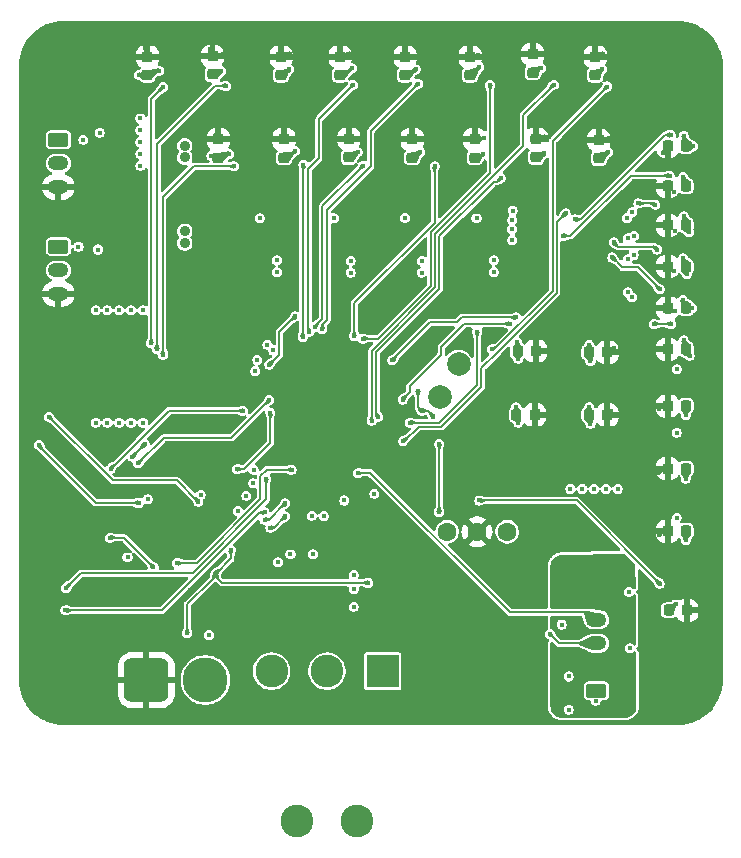
<source format=gbr>
%TF.GenerationSoftware,KiCad,Pcbnew,9.0.7*%
%TF.CreationDate,2026-02-05T13:38:49+01:00*%
%TF.ProjectId,PCB_Aquarium_v2,5043425f-4171-4756-9172-69756d5f7632,rev?*%
%TF.SameCoordinates,Original*%
%TF.FileFunction,Copper,L4,Bot*%
%TF.FilePolarity,Positive*%
%FSLAX46Y46*%
G04 Gerber Fmt 4.6, Leading zero omitted, Abs format (unit mm)*
G04 Created by KiCad (PCBNEW 9.0.7) date 2026-02-05 13:38:49*
%MOMM*%
%LPD*%
G01*
G04 APERTURE LIST*
G04 Aperture macros list*
%AMRoundRect*
0 Rectangle with rounded corners*
0 $1 Rounding radius*
0 $2 $3 $4 $5 $6 $7 $8 $9 X,Y pos of 4 corners*
0 Add a 4 corners polygon primitive as box body*
4,1,4,$2,$3,$4,$5,$6,$7,$8,$9,$2,$3,0*
0 Add four circle primitives for the rounded corners*
1,1,$1+$1,$2,$3*
1,1,$1+$1,$4,$5*
1,1,$1+$1,$6,$7*
1,1,$1+$1,$8,$9*
0 Add four rect primitives between the rounded corners*
20,1,$1+$1,$2,$3,$4,$5,0*
20,1,$1+$1,$4,$5,$6,$7,0*
20,1,$1+$1,$6,$7,$8,$9,0*
20,1,$1+$1,$8,$9,$2,$3,0*%
G04 Aperture macros list end*
%TA.AperFunction,SMDPad,CuDef*%
%ADD10C,2.000000*%
%TD*%
%TA.AperFunction,ComponentPad*%
%ADD11C,2.775000*%
%TD*%
%TA.AperFunction,ComponentPad*%
%ADD12R,2.775000X2.775000*%
%TD*%
%TA.AperFunction,ComponentPad*%
%ADD13RoundRect,0.760000X-1.140000X-1.140000X1.140000X-1.140000X1.140000X1.140000X-1.140000X1.140000X0*%
%TD*%
%TA.AperFunction,ComponentPad*%
%ADD14C,3.800000*%
%TD*%
%TA.AperFunction,ComponentPad*%
%ADD15C,0.800000*%
%TD*%
%TA.AperFunction,ComponentPad*%
%ADD16C,6.400000*%
%TD*%
%TA.AperFunction,ComponentPad*%
%ADD17RoundRect,0.250000X-0.625000X0.350000X-0.625000X-0.350000X0.625000X-0.350000X0.625000X0.350000X0*%
%TD*%
%TA.AperFunction,ComponentPad*%
%ADD18O,1.750000X1.200000*%
%TD*%
%TA.AperFunction,ComponentPad*%
%ADD19C,1.600000*%
%TD*%
%TA.AperFunction,ComponentPad*%
%ADD20RoundRect,0.250000X0.625000X-0.350000X0.625000X0.350000X-0.625000X0.350000X-0.625000X-0.350000X0*%
%TD*%
%TA.AperFunction,SMDPad,CuDef*%
%ADD21RoundRect,0.225000X0.225000X0.250000X-0.225000X0.250000X-0.225000X-0.250000X0.225000X-0.250000X0*%
%TD*%
%TA.AperFunction,SMDPad,CuDef*%
%ADD22RoundRect,0.225000X0.250000X-0.225000X0.250000X0.225000X-0.250000X0.225000X-0.250000X-0.225000X0*%
%TD*%
%TA.AperFunction,SMDPad,CuDef*%
%ADD23RoundRect,0.225000X-0.225000X-0.250000X0.225000X-0.250000X0.225000X0.250000X-0.225000X0.250000X0*%
%TD*%
%TA.AperFunction,ViaPad*%
%ADD24C,0.450000*%
%TD*%
%TA.AperFunction,ViaPad*%
%ADD25C,0.900000*%
%TD*%
%TA.AperFunction,Conductor*%
%ADD26C,0.200000*%
%TD*%
G04 APERTURE END LIST*
D10*
%TO.P,TP102,1,1*%
%TO.N,Screen_SDA*%
X185900000Y-92050000D03*
%TD*%
%TO.P,TP101,1,1*%
%TO.N,Screen_SCL*%
X187430000Y-89250000D03*
%TD*%
D11*
%TO.P,SW102,G2*%
%TO.N,N/C*%
X173760250Y-127950000D03*
%TO.P,SW102,G1*%
X178840250Y-127950000D03*
%TO.P,SW102,3,C*%
%TO.N,unconnected-(SW102-C-Pad3)*%
X171600250Y-115250000D03*
%TO.P,SW102,2,B*%
%TO.N,Net-(J103-Pin_2)*%
X176300250Y-115250000D03*
D12*
%TO.P,SW102,1,A*%
%TO.N,+12V*%
X181000250Y-115250000D03*
%TD*%
D13*
%TO.P,J103,1,Pin_1*%
%TO.N,GND*%
X161000000Y-116000000D03*
D14*
%TO.P,J103,2,Pin_2*%
%TO.N,Net-(J103-Pin_2)*%
X166000000Y-116000000D03*
%TD*%
D15*
%TO.P,H103,1,1*%
%TO.N,GND*%
X203600000Y-116000000D03*
X204302944Y-114302944D03*
X204302944Y-117697056D03*
X206000000Y-113600000D03*
D16*
X206000000Y-116000000D03*
D15*
X206000000Y-118400000D03*
X207697056Y-114302944D03*
X207697056Y-117697056D03*
X208400000Y-116000000D03*
%TD*%
%TO.P,H104,1,1*%
%TO.N,GND*%
X151600000Y-116000000D03*
X152302944Y-114302944D03*
X152302944Y-117697056D03*
X154000000Y-113600000D03*
D16*
X154000000Y-116000000D03*
D15*
X154000000Y-118400000D03*
X155697056Y-114302944D03*
X155697056Y-117697056D03*
X156400000Y-116000000D03*
%TD*%
%TO.P,H101,1,1*%
%TO.N,GND*%
X151600000Y-64000000D03*
X152302944Y-62302944D03*
X152302944Y-65697056D03*
X154000000Y-61600000D03*
D16*
X154000000Y-64000000D03*
D15*
X154000000Y-66400000D03*
X155697056Y-62302944D03*
X155697056Y-65697056D03*
X156400000Y-64000000D03*
%TD*%
D17*
%TO.P,J102,1,Pin_1*%
%TO.N,+5V*%
X153550000Y-79300000D03*
D18*
%TO.P,J102,2,Pin_2*%
%TO.N,LED_interne_PWM*%
X153550000Y-81300001D03*
%TO.P,J102,3,Pin_3*%
%TO.N,GND*%
X153550000Y-83300000D03*
%TD*%
D15*
%TO.P,H102,1,1*%
%TO.N,GND*%
X203600000Y-64000000D03*
X204302944Y-62302944D03*
X204302944Y-65697056D03*
X206000000Y-61600000D03*
D16*
X206000000Y-64000000D03*
D15*
X206000000Y-66400000D03*
X207697056Y-62302944D03*
X207697056Y-65697056D03*
X208400000Y-64000000D03*
%TD*%
D19*
%TO.P,U301,1,Vin*%
%TO.N,+12V*%
X186460000Y-103450000D03*
%TO.P,U301,2,GND*%
%TO.N,GND*%
X189000000Y-103450000D03*
%TO.P,U301,3,Vout*%
%TO.N,+5V*%
X191540000Y-103450000D03*
%TD*%
D17*
%TO.P,J805,1,Pin_1*%
%TO.N,+5V*%
X153550000Y-70250001D03*
D18*
%TO.P,J805,2,Pin_2*%
%TO.N,LED_externe_PWM*%
X153550000Y-72250002D03*
%TO.P,J805,3,Pin_3*%
%TO.N,GND*%
X153550000Y-74250001D03*
%TD*%
D20*
%TO.P,J104,1,Pin_1*%
%TO.N,GND*%
X199100000Y-116900000D03*
D18*
%TO.P,J104,2,Pin_2*%
%TO.N,/5V_Rpi*%
X199100000Y-114900000D03*
%TO.P,J104,3,Pin_3*%
%TO.N,UART_Pi_Zero_RX*%
X199100000Y-112900000D03*
%TO.P,J104,4,Pin_4*%
%TO.N,UART_Pi_Zero_TX*%
X199100000Y-110900000D03*
%TD*%
D21*
%TO.P,C202,1*%
%TO.N,GND*%
X193975000Y-88150000D03*
%TO.P,C202,2*%
%TO.N,+12V*%
X192425000Y-88150000D03*
%TD*%
%TO.P,C605,1*%
%TO.N,+5V*%
X206675000Y-84500000D03*
%TO.P,C605,2*%
%TO.N,GND*%
X205125000Y-84500000D03*
%TD*%
D22*
%TO.P,C903,1*%
%TO.N,+3.3V*%
X182900000Y-64775000D03*
%TO.P,C903,2*%
%TO.N,GND*%
X182900000Y-63225000D03*
%TD*%
D21*
%TO.P,C403,1*%
%TO.N,+5V*%
X206675000Y-92800000D03*
%TO.P,C403,2*%
%TO.N,GND*%
X205125000Y-92800000D03*
%TD*%
%TO.P,C401,1*%
%TO.N,+5V*%
X206675000Y-98100000D03*
%TO.P,C401,2*%
%TO.N,GND*%
X205125000Y-98100000D03*
%TD*%
%TO.P,C602,1*%
%TO.N,+5V*%
X206675000Y-74200000D03*
%TO.P,C602,2*%
%TO.N,GND*%
X205125000Y-74200000D03*
%TD*%
%TO.P,C606,1*%
%TO.N,+5V*%
X206675000Y-88000000D03*
%TO.P,C606,2*%
%TO.N,GND*%
X205125000Y-88000000D03*
%TD*%
D22*
%TO.P,C911,1*%
%TO.N,+3.3V*%
X193700000Y-64575000D03*
%TO.P,C911,2*%
%TO.N,GND*%
X193700000Y-63025000D03*
%TD*%
%TO.P,C905,1*%
%TO.N,+3.3V*%
X194000000Y-71725000D03*
%TO.P,C905,2*%
%TO.N,GND*%
X194000000Y-70175000D03*
%TD*%
D21*
%TO.P,C604,1*%
%TO.N,+5V*%
X206675000Y-81000000D03*
%TO.P,C604,2*%
%TO.N,GND*%
X205125000Y-81000000D03*
%TD*%
D22*
%TO.P,C904,1*%
%TO.N,+3.3V*%
X199300000Y-71825000D03*
%TO.P,C904,2*%
%TO.N,GND*%
X199300000Y-70275000D03*
%TD*%
D21*
%TO.P,C204,1*%
%TO.N,GND*%
X200025000Y-88250000D03*
%TO.P,C204,2*%
%TO.N,+12V*%
X198475000Y-88250000D03*
%TD*%
D22*
%TO.P,C807,1*%
%TO.N,+3.3V*%
X167100000Y-71775000D03*
%TO.P,C807,2*%
%TO.N,GND*%
X167100000Y-70225000D03*
%TD*%
%TO.P,C809,1*%
%TO.N,+3.3V*%
X161080000Y-64775000D03*
%TO.P,C809,2*%
%TO.N,GND*%
X161080000Y-63225000D03*
%TD*%
%TO.P,C902,1*%
%TO.N,+3.3V*%
X177400000Y-64775000D03*
%TO.P,C902,2*%
%TO.N,GND*%
X177400000Y-63225000D03*
%TD*%
%TO.P,C910,1*%
%TO.N,+3.3V*%
X188400000Y-64775000D03*
%TO.P,C910,2*%
%TO.N,GND*%
X188400000Y-63225000D03*
%TD*%
D21*
%TO.P,C601,1*%
%TO.N,+5V*%
X206675000Y-70800000D03*
%TO.P,C601,2*%
%TO.N,GND*%
X205125000Y-70800000D03*
%TD*%
%TO.P,C402,1*%
%TO.N,+5V*%
X206675000Y-103400000D03*
%TO.P,C402,2*%
%TO.N,GND*%
X205125000Y-103400000D03*
%TD*%
%TO.P,C201,1*%
%TO.N,GND*%
X200025000Y-93550000D03*
%TO.P,C201,2*%
%TO.N,+12V*%
X198475000Y-93550000D03*
%TD*%
D22*
%TO.P,C808,1*%
%TO.N,+3.3V*%
X166600000Y-64725000D03*
%TO.P,C808,2*%
%TO.N,GND*%
X166600000Y-63175000D03*
%TD*%
D23*
%TO.P,C101,1*%
%TO.N,+5V*%
X205225000Y-110100000D03*
%TO.P,C101,2*%
%TO.N,GND*%
X206775000Y-110100000D03*
%TD*%
D22*
%TO.P,C906,1*%
%TO.N,+3.3V*%
X183500000Y-71775000D03*
%TO.P,C906,2*%
%TO.N,GND*%
X183500000Y-70225000D03*
%TD*%
D21*
%TO.P,C203,1*%
%TO.N,GND*%
X193875000Y-93550000D03*
%TO.P,C203,2*%
%TO.N,+12V*%
X192325000Y-93550000D03*
%TD*%
D22*
%TO.P,C909,1*%
%TO.N,+3.3V*%
X188800000Y-71775000D03*
%TO.P,C909,2*%
%TO.N,GND*%
X188800000Y-70225000D03*
%TD*%
%TO.P,C907,1*%
%TO.N,+3.3V*%
X178150000Y-71725000D03*
%TO.P,C907,2*%
%TO.N,GND*%
X178150000Y-70175000D03*
%TD*%
%TO.P,C912,1*%
%TO.N,+3.3V*%
X199000000Y-64775000D03*
%TO.P,C912,2*%
%TO.N,GND*%
X199000000Y-63225000D03*
%TD*%
D21*
%TO.P,C603,1*%
%TO.N,+5V*%
X206675000Y-77500000D03*
%TO.P,C603,2*%
%TO.N,GND*%
X205125000Y-77500000D03*
%TD*%
D22*
%TO.P,C901,1*%
%TO.N,+3.3V*%
X172400000Y-64775000D03*
%TO.P,C901,2*%
%TO.N,GND*%
X172400000Y-63225000D03*
%TD*%
%TO.P,C908,1*%
%TO.N,+3.3V*%
X172650000Y-71775000D03*
%TO.P,C908,2*%
%TO.N,GND*%
X172650000Y-70225000D03*
%TD*%
D24*
%TO.N,Screen_SDA*%
X185540000Y-91860000D03*
%TO.N,Screen_SCL*%
X187080000Y-88960000D03*
%TO.N,GND*%
X156380000Y-99290000D03*
X168980000Y-108580000D03*
X159830000Y-111120000D03*
X151360000Y-112710000D03*
X156920000Y-112600000D03*
X173500000Y-103770000D03*
X172956584Y-108895425D03*
X175790000Y-109110000D03*
X169030000Y-114300000D03*
X178680000Y-113590000D03*
X178520000Y-117900000D03*
X176940000Y-119150000D03*
X201860000Y-108530000D03*
X201910000Y-113320000D03*
X191690000Y-118230000D03*
X192380000Y-114050000D03*
X181735322Y-103836469D03*
X184020000Y-108880000D03*
X185440000Y-115040000D03*
X192080000Y-105910000D03*
X193370000Y-109180000D03*
X198670000Y-98060000D03*
X193370000Y-102370000D03*
X198900000Y-103200000D03*
X193920000Y-99580000D03*
X190470000Y-99200000D03*
X176530000Y-90320000D03*
X173630000Y-91450000D03*
X177560000Y-93930000D03*
X191970000Y-63800000D03*
X189940000Y-60830000D03*
X186680000Y-63430000D03*
X181310000Y-63950000D03*
X174020000Y-61140000D03*
X168320000Y-61090000D03*
X163010000Y-61140000D03*
X158340000Y-61590000D03*
X158560000Y-64540000D03*
X155890000Y-67700000D03*
X151730000Y-68120000D03*
X151260000Y-78620000D03*
X151470000Y-81310000D03*
X150960000Y-84720000D03*
X150930000Y-97290000D03*
X150790000Y-106730000D03*
X156090000Y-101960000D03*
X156820000Y-96630000D03*
X166320000Y-97780000D03*
X165600000Y-98310000D03*
X163330000Y-97820000D03*
X165290000Y-92240000D03*
X163480000Y-91610000D03*
X160270000Y-89410000D03*
X159510000Y-91430000D03*
X156970000Y-90470000D03*
X151610000Y-90390000D03*
X156450000Y-87660000D03*
X152010000Y-86020000D03*
X166060000Y-87960000D03*
X164260000Y-86820000D03*
X158490000Y-87870000D03*
X158450000Y-70040000D03*
X156760000Y-72980000D03*
X159240000Y-73390000D03*
X157600000Y-77230000D03*
X160180000Y-80240000D03*
X163050000Y-82100000D03*
X166610000Y-82790000D03*
X165760000Y-81080000D03*
X166450000Y-78450000D03*
X166880000Y-76110000D03*
X169800000Y-73380000D03*
X171930000Y-75230000D03*
X175360000Y-74470000D03*
X180040000Y-74750000D03*
X180090000Y-66550000D03*
X195670000Y-66780000D03*
X196680000Y-74890000D03*
X184550000Y-60810000D03*
X185420000Y-66230000D03*
X185510000Y-68600000D03*
X186420000Y-75160000D03*
X208940000Y-67010000D03*
X201280000Y-60990000D03*
X201870000Y-66280000D03*
X203190000Y-68010000D03*
X207630000Y-82070000D03*
X207690000Y-85670000D03*
X207870000Y-89630000D03*
X208350000Y-96430000D03*
X202240000Y-95300000D03*
X196760000Y-94540000D03*
X189510000Y-95620000D03*
X188790000Y-93520000D03*
X189870000Y-89830000D03*
X195900000Y-89180000D03*
X196440000Y-90100000D03*
X203110000Y-89990000D03*
X198410000Y-85270000D03*
X196280000Y-82210000D03*
X197130000Y-80430000D03*
%TO.N,UART_DEBUG_RX*%
X161600000Y-106450000D03*
%TO.N,GND*%
X187140000Y-87650000D03*
X203500001Y-73900000D03*
X208050000Y-78820000D03*
X209570000Y-78180000D03*
X209520000Y-84440000D03*
X209500000Y-81770000D03*
X205710000Y-74640000D03*
X205720000Y-77970000D03*
X205740000Y-84720000D03*
X205670000Y-81330000D03*
X160950000Y-98470000D03*
X184310000Y-95600000D03*
X187230000Y-98970000D03*
X184800000Y-99360000D03*
X175570000Y-95840000D03*
%TO.N,+5V*%
X202100000Y-83600000D03*
X201750000Y-83170000D03*
X202250000Y-80000000D03*
X201750000Y-80380000D03*
X202150000Y-76400000D03*
X201700000Y-76880000D03*
X202273306Y-78386484D03*
X201750000Y-78600000D03*
X192000000Y-76250000D03*
X191980000Y-78750000D03*
X191967500Y-77850000D03*
X191980000Y-77050000D03*
%TO.N,+3.3V*%
X181820000Y-88930000D03*
X192300000Y-85300000D03*
%TO.N,GND*%
X186800000Y-85200000D03*
%TO.N,heater_RESET*%
X173300000Y-98200000D03*
X163600000Y-106100000D03*
%TO.N,GND*%
X162700000Y-106450000D03*
%TO.N,heater_SLEEP*%
X171500000Y-103100000D03*
X172750000Y-102150000D03*
%TO.N,+5V*%
X168150000Y-105000000D03*
%TO.N,GND*%
X167200000Y-105950000D03*
%TO.N,heater_EN*%
X171400000Y-92300000D03*
X160300000Y-97650000D03*
%TO.N,heater_DIR*%
X168650000Y-98150000D03*
X171500000Y-93400000D03*
%TO.N,heater_STEP*%
X172750000Y-101050000D03*
X171000000Y-102425003D03*
%TO.N,GND*%
X167750000Y-101800000D03*
%TO.N,+12V*%
X168750000Y-101700000D03*
%TO.N,GND*%
X164050000Y-102900000D03*
%TO.N,+12V*%
X159400000Y-105600000D03*
X161100000Y-100700000D03*
X165600000Y-100300000D03*
%TO.N,OUT1B*%
X165400000Y-100900000D03*
%TO.N,+3.3V*%
X172143750Y-106043750D03*
X173200000Y-105350001D03*
X175100000Y-105350001D03*
X178549000Y-107100000D03*
X178549000Y-108300000D03*
X178549000Y-109800000D03*
%TO.N,Output*%
X189200000Y-100800000D03*
X204462500Y-107837500D03*
%TO.N,+3.3V*%
X199600000Y-64300000D03*
%TO.N,GND*%
X199700000Y-63000000D03*
X197100000Y-66300000D03*
X199100000Y-61700000D03*
%TO.N,+3.3V*%
X194400000Y-64200000D03*
%TO.N,GND*%
X194400000Y-63000000D03*
X193900000Y-66300000D03*
X193900000Y-61700000D03*
X189100000Y-63100000D03*
X188600000Y-61700000D03*
X188500000Y-66300000D03*
%TO.N,+3.3V*%
X189200000Y-64100000D03*
X183800000Y-64300000D03*
X178400000Y-64200000D03*
%TO.N,GND*%
X178300000Y-63000000D03*
X175900000Y-61700000D03*
X175900000Y-66100000D03*
X172700000Y-66300000D03*
X172700000Y-61700000D03*
X173200000Y-63000000D03*
%TO.N,+3.3V*%
X173100000Y-64300000D03*
%TO.N,GND*%
X173300000Y-73300000D03*
X173300000Y-68700000D03*
X173700000Y-70100000D03*
%TO.N,+3.3V*%
X173600000Y-71200000D03*
%TO.N,GND*%
X178900000Y-70100000D03*
X176500000Y-73300000D03*
X178600000Y-68700000D03*
%TO.N,+3.3V*%
X178900000Y-71300000D03*
%TO.N,GND*%
X183900000Y-73300000D03*
X184000000Y-68700000D03*
X184200000Y-70100000D03*
%TO.N,+3.3V*%
X184200000Y-71300000D03*
%TO.N,GND*%
X189200000Y-68700000D03*
X189600000Y-70100000D03*
%TO.N,+3.3V*%
X189500000Y-71500000D03*
%TO.N,GND*%
X189200000Y-73200000D03*
X194500000Y-73300000D03*
X194500000Y-68700000D03*
X194800000Y-70000000D03*
%TO.N,+3.3V*%
X194700000Y-71400000D03*
%TO.N,GND*%
X199700000Y-73300000D03*
X199800000Y-68700000D03*
X200200000Y-70100000D03*
%TO.N,+3.3V*%
X200100000Y-71300000D03*
%TO.N,Reverse_PWM_1*%
X184000000Y-65500000D03*
X175900000Y-86300000D03*
%TO.N,GEAR_PWM_3*%
X179350000Y-72450000D03*
X175308144Y-86099164D03*
%TO.N,Reverse_PWM_3*%
X178500000Y-65600000D03*
X174800000Y-86500000D03*
%TO.N,GEAR_PWM_6*%
X174300000Y-72400000D03*
X174243347Y-86966285D03*
%TO.N,GEAR_PWM_1*%
X185400000Y-72500000D03*
X178600000Y-86900000D03*
%TO.N,hatchway_PWM_1*%
X190100000Y-65600000D03*
X179300000Y-87100000D03*
%TO.N,GEAR_PWM_5*%
X191000000Y-73500000D03*
X180600000Y-93700000D03*
%TO.N,hatchway_PWM_3*%
X195500000Y-65600000D03*
X180079967Y-94046688D03*
%TO.N,+5V*%
X185800000Y-96000000D03*
X185300000Y-93700000D03*
X185776133Y-101799000D03*
%TO.N,GEAR_PWM_2*%
X189000000Y-86500000D03*
X183300000Y-94200000D03*
%TO.N,+5V*%
X184300000Y-93200000D03*
X184000000Y-91500000D03*
%TO.N,hatchway_PWM_2*%
X200000000Y-65750000D03*
%TO.N,GND*%
X191250000Y-86500000D03*
%TO.N,hatchway_PWM_2*%
X190250000Y-88000000D03*
%TO.N,GEAR_PWM_4*%
X196500000Y-76500000D03*
X182750000Y-95750000D03*
%TO.N,GND*%
X195600000Y-87400000D03*
D25*
%TO.N,+3.3V*%
X164250000Y-78000000D03*
X164250000Y-71750000D03*
X164250000Y-70750000D03*
X164250000Y-79000000D03*
D24*
%TO.N,+5V*%
X179800000Y-107775133D03*
X166850000Y-107000000D03*
X164450000Y-112050000D03*
%TO.N,GND*%
X168350000Y-94400000D03*
%TO.N,food_PWM_1*%
X162400000Y-65800000D03*
X161400000Y-87500000D03*
%TO.N,food_PWM_2*%
X167750000Y-65700000D03*
X161900000Y-88000000D03*
%TO.N,food_PWM_3*%
X168450000Y-72500000D03*
X162400000Y-88450000D03*
%TO.N,GND*%
X202550000Y-74300000D03*
X194100000Y-90000000D03*
X207625000Y-83525000D03*
X163100000Y-108412499D03*
X204390000Y-74090000D03*
X199812500Y-83800000D03*
X200300000Y-90000000D03*
X169300000Y-97250000D03*
X176635000Y-101035000D03*
X167300000Y-84700000D03*
X169050000Y-78400000D03*
X154000000Y-100550000D03*
X207399999Y-110000000D03*
X165000000Y-66300000D03*
X179250000Y-100700000D03*
X195700000Y-92700000D03*
X162087500Y-103900000D03*
X181450000Y-78400000D03*
X173750000Y-87350000D03*
X209000000Y-110900000D03*
X168550000Y-85300000D03*
X200300000Y-95300000D03*
X166300000Y-94200000D03*
X160500000Y-79050000D03*
X162087500Y-101900000D03*
X160500000Y-76050000D03*
X204350000Y-77400000D03*
X196150000Y-111300000D03*
X194212500Y-87912500D03*
X194100000Y-95300000D03*
X165300000Y-94200000D03*
X151000000Y-99300000D03*
X189100000Y-83750000D03*
X160500000Y-78050000D03*
X202700000Y-87350000D03*
X208500000Y-71400000D03*
X160900000Y-62500000D03*
X169298415Y-101006342D03*
X209000000Y-103800000D03*
X161418751Y-107531249D03*
X175330000Y-78400000D03*
X204400000Y-93050000D03*
X156900000Y-80600000D03*
X164700000Y-108416875D03*
X159650000Y-66300000D03*
X169685000Y-88635000D03*
X204400000Y-103750000D03*
X156500000Y-108200000D03*
X208480000Y-86450000D03*
X165300000Y-84700000D03*
X163087500Y-103900000D03*
X164300000Y-84700000D03*
X168800000Y-89700000D03*
X153500000Y-75150000D03*
X207649999Y-69550001D03*
X167950000Y-70100000D03*
X166350000Y-108400000D03*
X163087500Y-102900000D03*
X167650000Y-63000000D03*
X199812500Y-76587500D03*
X202800000Y-78050000D03*
X208350000Y-79900000D03*
X190400000Y-92700000D03*
X154100000Y-90500000D03*
X196600000Y-92700000D03*
X168225000Y-100800000D03*
X194162500Y-93262500D03*
X204900000Y-95000000D03*
X164087500Y-101900000D03*
X196750000Y-118500000D03*
X202900000Y-110900000D03*
X204950000Y-89700000D03*
X209000000Y-98500000D03*
X207625000Y-79875000D03*
X204250000Y-69800000D03*
X204350000Y-98450000D03*
X165100000Y-61100000D03*
X167300000Y-94200000D03*
X179280000Y-101800000D03*
X166300000Y-84700000D03*
X164300000Y-94200000D03*
X166350000Y-62550000D03*
X164087500Y-103900000D03*
X168585000Y-99335000D03*
X204250000Y-101100000D03*
X166200000Y-67950000D03*
X208450000Y-83400000D03*
X163300000Y-84700000D03*
X204300000Y-84550000D03*
X163087500Y-101900000D03*
X171150000Y-78400000D03*
X183350000Y-78400000D03*
X157950000Y-105050000D03*
X207725000Y-86975000D03*
X151000000Y-101350000D03*
X208900000Y-93150000D03*
X204400000Y-87900000D03*
X200337500Y-93237500D03*
X207725000Y-72975000D03*
X203000000Y-79800000D03*
X201800000Y-92700000D03*
X163300000Y-94200000D03*
X196750000Y-115700000D03*
X207100000Y-107300000D03*
X207675000Y-76425000D03*
X208350000Y-76350000D03*
X182700000Y-90750000D03*
X177450000Y-78400000D03*
X162087500Y-102900000D03*
X177050000Y-83700000D03*
X154550000Y-97650000D03*
X202850000Y-93200000D03*
X172750000Y-87350000D03*
X208500000Y-72800000D03*
X160500000Y-75050000D03*
X189450000Y-78400000D03*
X179800000Y-102180000D03*
X180700000Y-85400000D03*
X199043459Y-117748118D03*
X196650000Y-87450000D03*
X183100000Y-83850000D03*
X170950000Y-83800000D03*
X183400000Y-89250000D03*
X204300000Y-81000000D03*
X204750000Y-71350000D03*
X153450000Y-84150000D03*
X181000000Y-102200000D03*
X200575000Y-87925000D03*
X160500000Y-77049999D03*
X167800000Y-73500000D03*
X202750000Y-98300000D03*
X203050000Y-83400000D03*
X201800000Y-87400000D03*
X162300000Y-63150000D03*
X158300000Y-99600000D03*
X187500000Y-78400000D03*
X175800000Y-101300000D03*
X157450000Y-68500000D03*
X175250000Y-85250000D03*
X159800000Y-61100000D03*
X166950000Y-69550000D03*
%TO.N,+5V*%
X160500000Y-70450001D03*
X206450000Y-73400000D03*
X206650000Y-104150000D03*
X207000000Y-88550000D03*
X205900000Y-102250000D03*
X207180000Y-84510000D03*
X205900000Y-89700000D03*
X206450000Y-80300000D03*
X157700001Y-84700000D03*
X206950000Y-78100000D03*
X206500000Y-69900000D03*
X159700001Y-84700000D03*
X160700001Y-84700000D03*
X157050000Y-69650000D03*
X206500000Y-76750000D03*
X206650000Y-98950000D03*
X156700001Y-84700000D03*
X206400000Y-83800000D03*
X160500000Y-71450001D03*
X160500000Y-68450001D03*
X206750000Y-81650000D03*
X199900000Y-99812500D03*
X198900000Y-99812500D03*
X160500000Y-72450001D03*
X206650000Y-93550000D03*
X205900000Y-95050000D03*
X207300000Y-70800000D03*
X197900000Y-99812500D03*
X196900000Y-99812500D03*
X206500000Y-87250000D03*
X205800000Y-109600000D03*
X200900000Y-99812500D03*
X160500000Y-69450001D03*
X155650000Y-70250000D03*
X158700001Y-84700000D03*
X155250000Y-79300000D03*
X156900000Y-79550000D03*
%TO.N,+3.3V*%
X160350000Y-64750000D03*
X170390000Y-88890000D03*
X170230000Y-89850000D03*
X167350000Y-64450000D03*
X180300000Y-100225000D03*
X177750000Y-100800000D03*
X170050000Y-99350000D03*
X166500000Y-71600000D03*
X162100000Y-64400000D03*
X168000000Y-71450000D03*
X171250000Y-87600000D03*
X176006250Y-102106250D03*
X175006249Y-102093751D03*
X171750000Y-88100000D03*
X169450000Y-100400000D03*
X170080000Y-98200000D03*
%TO.N,NRST*%
X169200000Y-93200000D03*
X158000000Y-98100000D03*
%TO.N,/5V_Rpi*%
X196800000Y-114900000D03*
X198900000Y-106587500D03*
X197950000Y-114900000D03*
X196800000Y-116900000D03*
X197900000Y-106587500D03*
X196900000Y-106587500D03*
X199900000Y-106587500D03*
X200900000Y-106587500D03*
X197350000Y-110750000D03*
X197350000Y-109350000D03*
X196100000Y-114200000D03*
X197350000Y-111850000D03*
%TO.N,+12V*%
X190400000Y-80462296D03*
X192500000Y-88800000D03*
X176900000Y-76900000D03*
X198600000Y-89000000D03*
X192300000Y-92900000D03*
X188950000Y-76900000D03*
X182900000Y-76850000D03*
X190400000Y-81462296D03*
X170600000Y-76900000D03*
X159700000Y-94200000D03*
X184318605Y-80500000D03*
X198600000Y-94300000D03*
X198500000Y-92900000D03*
X160700000Y-94200000D03*
X184318605Y-81500000D03*
X192400000Y-87400000D03*
X178300000Y-80500000D03*
X192500000Y-94200000D03*
X178300000Y-81500000D03*
X172046175Y-81475198D03*
X156700000Y-94200000D03*
X198500000Y-87600000D03*
X157700000Y-94200000D03*
X158700000Y-94200000D03*
X166300000Y-112200000D03*
X172046175Y-80475198D03*
%TO.N,UART_Pi_Zero_RX*%
X195150000Y-112100000D03*
%TO.N,UART_Pi_Zero_TX*%
X178900000Y-98500000D03*
%TO.N,UART_DEBUG_RX*%
X157900000Y-103950000D03*
%TO.N,SWDIO*%
X171000000Y-101800000D03*
X154150000Y-110100000D03*
%TO.N,SWCLK*%
X171150000Y-98950000D03*
X154200000Y-108200000D03*
%TO.N,UART_DEBUG_TX*%
X159800000Y-97100000D03*
X160850000Y-96050000D03*
%TO.N,SD0*%
X205450000Y-85850000D03*
X203950000Y-85850000D03*
%TO.N,SC3*%
X202650000Y-75650000D03*
X204100000Y-75750000D03*
%TO.N,SC1*%
X200450000Y-80225000D03*
X204450000Y-82900000D03*
%TO.N,SD4*%
X197250000Y-77000000D03*
X205400000Y-69850000D03*
%TO.N,SC2*%
X200562499Y-78937501D03*
X204250000Y-79550000D03*
%TO.N,SD5*%
X205300000Y-73300000D03*
X196250000Y-78400000D03*
%TO.N,OUT2B*%
X160350000Y-101000000D03*
X151900000Y-96100000D03*
%TO.N,OUT1B*%
X152750000Y-93700000D03*
%TO.N,Screen_RESET*%
X191750000Y-85850000D03*
X182700000Y-92250000D03*
%TO.N,GPIO_Pump_4*%
X173600000Y-85200000D03*
X171400000Y-89300000D03*
%TD*%
D26*
%TO.N,Screen_SDA*%
X185730000Y-92050000D02*
X185540000Y-91860000D01*
X185900000Y-92050000D02*
X185730000Y-92050000D01*
%TO.N,Screen_SCL*%
X187430000Y-89250000D02*
X187370000Y-89250000D01*
X187370000Y-89250000D02*
X187080000Y-88960000D01*
%TO.N,SD5*%
X196250000Y-78400000D02*
X196900000Y-78400000D01*
X196900000Y-78400000D02*
X202000000Y-73300000D01*
X202000000Y-73300000D02*
X205300000Y-73300000D01*
%TO.N,Screen_RESET*%
X182700000Y-92250000D02*
X183300000Y-91650000D01*
X185950000Y-88450000D02*
X185950000Y-87790000D01*
X183300000Y-91650000D02*
X183300000Y-91100000D01*
X183300000Y-91100000D02*
X185950000Y-88450000D01*
X185950000Y-87790000D02*
X187890000Y-85850000D01*
X187890000Y-85850000D02*
X191750000Y-85850000D01*
%TO.N,+5V*%
X207180000Y-84510000D02*
X206685000Y-84510000D01*
X206685000Y-84510000D02*
X206675000Y-84500000D01*
%TO.N,GND*%
X204390000Y-74090000D02*
X204500000Y-74200000D01*
X204500000Y-74200000D02*
X205125000Y-74200000D01*
%TO.N,+3.3V*%
X181820000Y-88930000D02*
X185050000Y-85700000D01*
X187300000Y-85700000D02*
X187700000Y-85300000D01*
X186299000Y-85700000D02*
X186299000Y-85699000D01*
X186301000Y-85701000D02*
X187007521Y-85701000D01*
X185050000Y-85700000D02*
X186299000Y-85700000D01*
X187008521Y-85700000D02*
X187300000Y-85700000D01*
X186299000Y-85699000D02*
X186301000Y-85701000D01*
X187007521Y-85701000D02*
X187008521Y-85700000D01*
X187700000Y-85300000D02*
X192300000Y-85300000D01*
%TO.N,SC1*%
X200450000Y-80225000D02*
X200475000Y-80225000D01*
X200475000Y-80225000D02*
X201300000Y-81050000D01*
X201300000Y-81050000D02*
X202600000Y-81050000D01*
X202600000Y-81050000D02*
X204450000Y-82900000D01*
%TO.N,SC2*%
X200562499Y-78937501D02*
X200924998Y-79300000D01*
X204000000Y-79300000D02*
X204250000Y-79550000D01*
X200924998Y-79300000D02*
X204000000Y-79300000D01*
%TO.N,heater_RESET*%
X170649000Y-98742479D02*
X171191479Y-98200000D01*
X163600000Y-106100000D02*
X165262133Y-106100000D01*
X171191479Y-98200000D02*
X173300000Y-98200000D01*
X170649000Y-100713133D02*
X170649000Y-98742479D01*
X165262133Y-106100000D02*
X170649000Y-100713133D01*
%TO.N,+5V*%
X168150000Y-105708521D02*
X168150000Y-105000000D01*
X166858521Y-107000000D02*
X168150000Y-105708521D01*
X166850000Y-107000000D02*
X166858521Y-107000000D01*
X166850000Y-107000000D02*
X166850000Y-107191479D01*
%TO.N,heater_EN*%
X171400000Y-92300000D02*
X168200000Y-95500000D01*
X168200000Y-95500000D02*
X162450000Y-95500000D01*
X162450000Y-95500000D02*
X160300000Y-97650000D01*
%TO.N,UART_DEBUG_TX*%
X160850000Y-96050000D02*
X159800000Y-97100000D01*
%TO.N,OUT2B*%
X156700000Y-101000000D02*
X155601000Y-99901000D01*
X155601000Y-99892479D02*
X155307521Y-99599000D01*
X155601000Y-99901000D02*
X155601000Y-99892479D01*
X160350000Y-101000000D02*
X156700000Y-101000000D01*
X155307521Y-99599000D02*
X155299000Y-99599000D01*
X155299000Y-99599000D02*
X151900000Y-96200000D01*
X151900000Y-96200000D02*
X151900000Y-96100000D01*
%TO.N,heater_DIR*%
X168650000Y-98150000D02*
X169250000Y-98150000D01*
X169250000Y-98150000D02*
X171500000Y-95900000D01*
X171500000Y-95900000D02*
X171500000Y-93400000D01*
%TO.N,heater_STEP*%
X171000000Y-102425003D02*
X171374997Y-102425003D01*
X171374997Y-102425003D02*
X172750000Y-101050000D01*
%TO.N,OUT1B*%
X165400000Y-100900000D02*
X163600000Y-99100000D01*
X158150000Y-99100000D02*
X152750000Y-93700000D01*
X163600000Y-99100000D02*
X158150000Y-99100000D01*
%TO.N,Output*%
X204462500Y-107837500D02*
X197425000Y-100800000D01*
X197425000Y-100800000D02*
X189200000Y-100800000D01*
%TO.N,+3.3V*%
X199600000Y-64300000D02*
X199475000Y-64300000D01*
X199475000Y-64300000D02*
X199000000Y-64775000D01*
%TO.N,GND*%
X199700000Y-63000000D02*
X199225000Y-63000000D01*
X199225000Y-63000000D02*
X199000000Y-63225000D01*
%TO.N,+3.3V*%
X194400000Y-64200000D02*
X194075000Y-64200000D01*
X194075000Y-64200000D02*
X193700000Y-64575000D01*
%TO.N,GND*%
X193725000Y-63000000D02*
X193700000Y-63025000D01*
X194400000Y-63000000D02*
X193725000Y-63000000D01*
X188400000Y-63225000D02*
X188975000Y-63225000D01*
X188975000Y-63225000D02*
X189100000Y-63100000D01*
%TO.N,+3.3V*%
X188400000Y-64775000D02*
X188525000Y-64775000D01*
X188525000Y-64775000D02*
X189200000Y-64100000D01*
X182900000Y-64775000D02*
X183325000Y-64775000D01*
X183325000Y-64775000D02*
X183800000Y-64300000D01*
X177400000Y-64775000D02*
X177825000Y-64775000D01*
X177825000Y-64775000D02*
X178400000Y-64200000D01*
%TO.N,GND*%
X178300000Y-63000000D02*
X177625000Y-63000000D01*
X177625000Y-63000000D02*
X177400000Y-63225000D01*
X173200000Y-63000000D02*
X172625000Y-63000000D01*
X172625000Y-63000000D02*
X172400000Y-63225000D01*
%TO.N,+3.3V*%
X172400000Y-64775000D02*
X172625000Y-64775000D01*
X172625000Y-64775000D02*
X173100000Y-64300000D01*
%TO.N,GND*%
X172650000Y-70225000D02*
X173575000Y-70225000D01*
X173575000Y-70225000D02*
X173700000Y-70100000D01*
%TO.N,+3.3V*%
X172650000Y-71775000D02*
X173025000Y-71775000D01*
X173025000Y-71775000D02*
X173600000Y-71200000D01*
%TO.N,GND*%
X178150000Y-70175000D02*
X178825000Y-70175000D01*
X178825000Y-70175000D02*
X178900000Y-70100000D01*
%TO.N,+3.3V*%
X178150000Y-71725000D02*
X178475000Y-71725000D01*
X178475000Y-71725000D02*
X178900000Y-71300000D01*
%TO.N,GND*%
X184075000Y-70225000D02*
X184200000Y-70100000D01*
X183500000Y-70225000D02*
X184075000Y-70225000D01*
%TO.N,+3.3V*%
X183500000Y-71775000D02*
X183725000Y-71775000D01*
X183725000Y-71775000D02*
X184200000Y-71300000D01*
%TO.N,GND*%
X188800000Y-70225000D02*
X189475000Y-70225000D01*
X189475000Y-70225000D02*
X189600000Y-70100000D01*
%TO.N,+3.3V*%
X188800000Y-71775000D02*
X189225000Y-71775000D01*
X189225000Y-71775000D02*
X189500000Y-71500000D01*
%TO.N,GND*%
X194175000Y-70000000D02*
X194000000Y-70175000D01*
X194800000Y-70000000D02*
X194175000Y-70000000D01*
%TO.N,+3.3V*%
X194000000Y-71725000D02*
X194375000Y-71725000D01*
X194375000Y-71725000D02*
X194700000Y-71400000D01*
%TO.N,GND*%
X199300000Y-70275000D02*
X200025000Y-70275000D01*
X200025000Y-70275000D02*
X200200000Y-70100000D01*
%TO.N,+3.3V*%
X199300000Y-71825000D02*
X199575000Y-71825000D01*
X199575000Y-71825000D02*
X200100000Y-71300000D01*
%TO.N,Reverse_PWM_1*%
X175900000Y-86300000D02*
X175900000Y-85900000D01*
X175900000Y-85900000D02*
X176300000Y-85500000D01*
X176300000Y-85500000D02*
X176300000Y-76208521D01*
X176300000Y-76208521D02*
X180000000Y-72508521D01*
X180000000Y-72508521D02*
X180000000Y-69500000D01*
X180000000Y-69500000D02*
X184000000Y-65500000D01*
%TO.N,GEAR_PWM_3*%
X175308144Y-86099164D02*
X175310607Y-86096701D01*
X175310607Y-86096701D02*
X175310607Y-85989393D01*
X175310607Y-85989393D02*
X175900000Y-85400000D01*
X175900000Y-75900000D02*
X179350000Y-72450000D01*
X175900000Y-85400000D02*
X175900000Y-75900000D01*
%TO.N,Reverse_PWM_3*%
X174800000Y-86500000D02*
X174699000Y-86399000D01*
X175600000Y-71800000D02*
X175600000Y-68500000D01*
X175600000Y-68500000D02*
X178500000Y-65600000D01*
X174699000Y-86399000D02*
X174699000Y-72701000D01*
X174699000Y-72701000D02*
X175600000Y-71800000D01*
%TO.N,GPIO_Pump_4*%
X173600000Y-85200000D02*
X172250000Y-86550000D01*
X172250000Y-86550000D02*
X172250000Y-88450000D01*
X172250000Y-88450000D02*
X171400000Y-89300000D01*
%TO.N,GEAR_PWM_1*%
X178600000Y-86900000D02*
X178600000Y-84100000D01*
X178600000Y-84100000D02*
X185400000Y-77300000D01*
X185400000Y-77300000D02*
X185400000Y-72500000D01*
%TO.N,hatchway_PWM_1*%
X179300000Y-87100000D02*
X180607222Y-87100000D01*
X180607222Y-87100000D02*
X185098000Y-82609222D01*
X190100000Y-73103611D02*
X190100000Y-65600000D01*
X185098000Y-82609222D02*
X185098000Y-78105610D01*
X185098000Y-78105610D02*
X190100000Y-73103611D01*
%TO.N,GEAR_PWM_5*%
X180451000Y-88249000D02*
X180451000Y-93551000D01*
X190396388Y-73800000D02*
X185800000Y-78396388D01*
X185800000Y-82900000D02*
X180451000Y-88249000D01*
X191000000Y-73500000D02*
X190700000Y-73800000D01*
X190700000Y-73800000D02*
X190396388Y-73800000D01*
X185800000Y-78396388D02*
X185800000Y-82900000D01*
X180451000Y-93551000D02*
X180600000Y-93700000D01*
%TO.N,hatchway_PWM_3*%
X180079967Y-94046688D02*
X180100000Y-94026655D01*
X180100000Y-93491479D02*
X180100000Y-88103611D01*
X192900000Y-70800000D02*
X192900000Y-68200000D01*
X180100000Y-94026655D02*
X180100000Y-93908521D01*
X185449000Y-78250999D02*
X192900000Y-70800000D01*
X180100000Y-93908521D02*
X180099000Y-93907521D01*
X180099000Y-93492479D02*
X180100000Y-93491479D01*
X180099000Y-93907521D02*
X180099000Y-93492479D01*
X180100000Y-88103611D02*
X185449000Y-82754612D01*
X185449000Y-82754612D02*
X185449000Y-78250999D01*
X192900000Y-68200000D02*
X195500000Y-65600000D01*
%TO.N,+5V*%
X185800000Y-96000000D02*
X185800000Y-101775133D01*
X185800000Y-101775133D02*
X185776133Y-101799000D01*
X184300000Y-93200000D02*
X184800000Y-93200000D01*
X184800000Y-93200000D02*
X185300000Y-93700000D01*
%TO.N,GEAR_PWM_2*%
X183300000Y-94200000D02*
X185800000Y-94200000D01*
X185800000Y-94200000D02*
X189000000Y-91000000D01*
X189000000Y-91000000D02*
X189000000Y-86500000D01*
%TO.N,GEAR_PWM_4*%
X196500000Y-76500000D02*
X195750000Y-77250000D01*
X185949000Y-94551000D02*
X184049000Y-94551000D01*
X195750000Y-77250000D02*
X195750000Y-83204910D01*
X190751000Y-88207521D02*
X189351000Y-89607521D01*
X189351000Y-91149000D02*
X185949000Y-94551000D01*
X195750000Y-83204910D02*
X190751000Y-88203909D01*
X190751000Y-88203909D02*
X190751000Y-88207521D01*
X189351000Y-89607521D02*
X189351000Y-91149000D01*
X184049000Y-94551000D02*
X182850000Y-95750000D01*
X182850000Y-95750000D02*
X182750000Y-95750000D01*
%TO.N,+5V*%
X184000000Y-91500000D02*
X184000000Y-92900000D01*
X184000000Y-92900000D02*
X184300000Y-93200000D01*
%TO.N,hatchway_PWM_2*%
X190250000Y-88000000D02*
X190458521Y-88000000D01*
X195399000Y-70351000D02*
X200000000Y-65750000D01*
X190458521Y-88000000D02*
X195399000Y-83059521D01*
X195399000Y-83059521D02*
X195399000Y-70351000D01*
%TO.N,SD4*%
X197250000Y-77000000D02*
X197770600Y-77000000D01*
X204920600Y-69850000D02*
X205400000Y-69850000D01*
X197770600Y-77000000D02*
X204920600Y-69850000D01*
%TO.N,food_PWM_3*%
X168450000Y-72500000D02*
X165000000Y-72500000D01*
X165000000Y-72500000D02*
X162400000Y-75100000D01*
X162400000Y-75100000D02*
X162400000Y-88450000D01*
%TO.N,food_PWM_2*%
X161900000Y-88000000D02*
X161900000Y-70600000D01*
X161900000Y-70600000D02*
X166800000Y-65700000D01*
X166800000Y-65700000D02*
X167750000Y-65700000D01*
%TO.N,+5V*%
X166545740Y-107495740D02*
X166850000Y-107191480D01*
X167433654Y-107775133D02*
X179800000Y-107775133D01*
X166850000Y-107191480D02*
X166850000Y-107191479D01*
X166850000Y-107191479D02*
X167433654Y-107775133D01*
X166545740Y-107495740D02*
X164450000Y-109591479D01*
X166850000Y-107191479D02*
X166545740Y-107495740D01*
X164450000Y-109591479D02*
X164450000Y-112050000D01*
%TO.N,GND*%
X204700000Y-98100000D02*
X204350000Y-98450000D01*
X205125000Y-81000000D02*
X204300000Y-81000000D01*
X207299999Y-110100000D02*
X207399999Y-110000000D01*
X205125000Y-98100000D02*
X204700000Y-98100000D01*
X166775000Y-63000000D02*
X166600000Y-63175000D01*
X204950000Y-77500000D02*
X205125000Y-77500000D01*
X167100000Y-69700000D02*
X166950000Y-69550000D01*
X200025000Y-93550000D02*
X200337500Y-93237500D01*
X167825000Y-70225000D02*
X167950000Y-70100000D01*
X193875000Y-93550000D02*
X194162500Y-93262500D01*
X205125000Y-84500000D02*
X204350000Y-84500000D01*
X204650000Y-92800000D02*
X204400000Y-93050000D01*
X161155000Y-63150000D02*
X161080000Y-63225000D01*
X200250000Y-88250000D02*
X200025000Y-88250000D01*
X161080000Y-63225000D02*
X161080000Y-62680000D01*
X166600000Y-63175000D02*
X166600000Y-62800000D01*
X204750000Y-103400000D02*
X204400000Y-103750000D01*
X167100000Y-70225000D02*
X167100000Y-69700000D01*
X166600000Y-62800000D02*
X166350000Y-62550000D01*
X162300000Y-63150000D02*
X161155000Y-63150000D01*
X167650000Y-63000000D02*
X166775000Y-63000000D01*
X200575000Y-87925000D02*
X200250000Y-88250000D01*
X153550000Y-84050000D02*
X153450000Y-84150000D01*
X205125000Y-70975000D02*
X204750000Y-71350000D01*
X206775000Y-110100000D02*
X207299999Y-110100000D01*
X161080000Y-62680000D02*
X160900000Y-62500000D01*
X204350000Y-84500000D02*
X204300000Y-84550000D01*
X204400000Y-87900000D02*
X205025000Y-87900000D01*
X204850000Y-77400000D02*
X204950000Y-77500000D01*
X205125000Y-103400000D02*
X204750000Y-103400000D01*
X153550000Y-75100000D02*
X153500000Y-75150000D01*
X205125000Y-92800000D02*
X204650000Y-92800000D01*
X167100000Y-70225000D02*
X167825000Y-70225000D01*
X193975000Y-88150000D02*
X194212500Y-87912500D01*
X153550000Y-74250001D02*
X153550000Y-75100000D01*
X153550000Y-83300000D02*
X153550000Y-84050000D01*
X205125000Y-70800000D02*
X205125000Y-70975000D01*
X204350000Y-77400000D02*
X204850000Y-77400000D01*
X205025000Y-87900000D02*
X205125000Y-88000000D01*
%TO.N,+5V*%
X206675000Y-81575000D02*
X206750000Y-81650000D01*
X206500000Y-87825000D02*
X206675000Y-88000000D01*
X206675000Y-92800000D02*
X206675000Y-93525000D01*
X206500000Y-87250000D02*
X206500000Y-87825000D01*
X206675000Y-98100000D02*
X206675000Y-98925000D01*
X206675000Y-103400000D02*
X206675000Y-104125000D01*
X205725000Y-109600000D02*
X205225000Y-110100000D01*
X206675000Y-70800000D02*
X207300000Y-70800000D01*
X206450000Y-80775000D02*
X206675000Y-81000000D01*
X206450000Y-73975000D02*
X206675000Y-74200000D01*
X206400000Y-84225000D02*
X206675000Y-84500000D01*
X206675000Y-77825000D02*
X206950000Y-78100000D01*
X206675000Y-93525000D02*
X206650000Y-93550000D01*
X206500000Y-70625000D02*
X206675000Y-70800000D01*
X206675000Y-77500000D02*
X206675000Y-77825000D01*
X206450000Y-73400000D02*
X206450000Y-73975000D01*
X206500000Y-69900000D02*
X206500000Y-70625000D01*
X206675000Y-88000000D02*
X206675000Y-88225000D01*
X206675000Y-88225000D02*
X207000000Y-88550000D01*
X206450000Y-80300000D02*
X206450000Y-80775000D01*
X206675000Y-76925000D02*
X206500000Y-76750000D01*
X206675000Y-104125000D02*
X206650000Y-104150000D01*
X206675000Y-81000000D02*
X206675000Y-81575000D01*
X205800000Y-109600000D02*
X205725000Y-109600000D01*
X206675000Y-77500000D02*
X206675000Y-76925000D01*
X206675000Y-98925000D02*
X206650000Y-98950000D01*
X206400000Y-83800000D02*
X206400000Y-84225000D01*
%TO.N,+3.3V*%
X166600000Y-64725000D02*
X167075000Y-64725000D01*
X167075000Y-64725000D02*
X167350000Y-64450000D01*
X167100000Y-71775000D02*
X166675000Y-71775000D01*
X162100000Y-64400000D02*
X161455000Y-64400000D01*
X166675000Y-71775000D02*
X166500000Y-71600000D01*
X167425000Y-71450000D02*
X167100000Y-71775000D01*
X161455000Y-64400000D02*
X161080000Y-64775000D01*
X160375000Y-64775000D02*
X160350000Y-64750000D01*
X168000000Y-71450000D02*
X167425000Y-71450000D01*
X161080000Y-64775000D02*
X160375000Y-64775000D01*
%TO.N,NRST*%
X158000000Y-98100000D02*
X162900000Y-93200000D01*
X162900000Y-93200000D02*
X169200000Y-93200000D01*
%TO.N,+12V*%
X198475000Y-88250000D02*
X198475000Y-87625000D01*
X192325000Y-92925000D02*
X192300000Y-92900000D01*
X198600000Y-94300000D02*
X198600000Y-93675000D01*
X192500000Y-94200000D02*
X192500000Y-93725000D01*
X192325000Y-93550000D02*
X192325000Y-92925000D01*
X198600000Y-88375000D02*
X198475000Y-88250000D01*
X192500000Y-88800000D02*
X192500000Y-88225000D01*
X198475000Y-93550000D02*
X198475000Y-92925000D01*
X198475000Y-92925000D02*
X198500000Y-92900000D01*
X198475000Y-87625000D02*
X198500000Y-87600000D01*
X192425000Y-88150000D02*
X192425000Y-87425000D01*
X198600000Y-89000000D02*
X198600000Y-88375000D01*
X198600000Y-93675000D02*
X198475000Y-93550000D01*
X192425000Y-87425000D02*
X192400000Y-87400000D01*
X192500000Y-93725000D02*
X192325000Y-93550000D01*
X192500000Y-88225000D02*
X192425000Y-88150000D01*
%TO.N,UART_Pi_Zero_RX*%
X195150000Y-112100000D02*
X195950000Y-112900000D01*
X195950000Y-112900000D02*
X199100000Y-112900000D01*
%TO.N,UART_Pi_Zero_TX*%
X178900000Y-98500000D02*
X179000000Y-98500000D01*
X191772661Y-110249000D02*
X198449000Y-110249000D01*
X179973661Y-98450000D02*
X191772661Y-110249000D01*
X179050000Y-98450000D02*
X179973661Y-98450000D01*
X179000000Y-98500000D02*
X179050000Y-98450000D01*
X198449000Y-110249000D02*
X199100000Y-110900000D01*
%TO.N,SWDIO*%
X170608354Y-101800000D02*
X162308354Y-110100000D01*
X171000000Y-101800000D02*
X170608354Y-101800000D01*
X162308354Y-110100000D02*
X154150000Y-110100000D01*
%TO.N,SWCLK*%
X164908521Y-106950000D02*
X171150000Y-100708521D01*
X154200000Y-108200000D02*
X155450000Y-106950000D01*
X171150000Y-100708521D02*
X171150000Y-98950000D01*
X155450000Y-106950000D02*
X164908521Y-106950000D01*
%TO.N,SD0*%
X203950000Y-85850000D02*
X205450000Y-85850000D01*
%TO.N,SC3*%
X202650000Y-75650000D02*
X204000000Y-75650000D01*
X204000000Y-75650000D02*
X204100000Y-75750000D01*
%TO.N,food_PWM_1*%
X161400000Y-87500000D02*
X161400000Y-66800000D01*
X161400000Y-66800000D02*
X162400000Y-65800000D01*
%TO.N,GEAR_PWM_6*%
X174243347Y-86966285D02*
X174243347Y-72456653D01*
X174243347Y-72456653D02*
X174300000Y-72400000D01*
%TO.N,heater_SLEEP*%
X171500000Y-103100000D02*
X171800000Y-103100000D01*
X171800000Y-103100000D02*
X172750000Y-102150000D01*
%TO.N,UART_DEBUG_RX*%
X159100000Y-103950000D02*
X157900000Y-103950000D01*
X161600000Y-106450000D02*
X159100000Y-103950000D01*
%TD*%
%TA.AperFunction,Conductor*%
%TO.N,/5V_Rpi*%
G36*
X201399461Y-105314497D02*
G01*
X201480056Y-105321340D01*
X201545185Y-105346624D01*
X201557242Y-105357213D01*
X202364426Y-106164397D01*
X202376102Y-106185780D01*
X202391368Y-106204774D01*
X202395620Y-106221524D01*
X202397911Y-106225720D01*
X202400052Y-106238983D01*
X202406596Y-106300604D01*
X202407286Y-106312807D01*
X202420788Y-108189662D01*
X202401586Y-108256841D01*
X202349113Y-108302975D01*
X202280027Y-108313416D01*
X202216265Y-108284849D01*
X202206333Y-108274382D01*
X202206232Y-108274484D01*
X202121265Y-108189517D01*
X202121263Y-108189515D01*
X202056579Y-108152169D01*
X202024239Y-108133498D01*
X202024238Y-108133497D01*
X202024237Y-108133497D01*
X201916018Y-108104500D01*
X201803982Y-108104500D01*
X201695763Y-108133497D01*
X201695760Y-108133498D01*
X201598740Y-108189513D01*
X201598734Y-108189517D01*
X201519517Y-108268734D01*
X201519513Y-108268740D01*
X201463498Y-108365760D01*
X201463497Y-108365763D01*
X201434500Y-108473982D01*
X201434500Y-108586018D01*
X201463497Y-108694237D01*
X201519515Y-108791263D01*
X201598737Y-108870485D01*
X201695763Y-108926503D01*
X201803982Y-108955500D01*
X201803984Y-108955500D01*
X201916016Y-108955500D01*
X201916018Y-108955500D01*
X202024237Y-108926503D01*
X202121263Y-108870485D01*
X202200485Y-108791263D01*
X202200490Y-108791254D01*
X202203251Y-108787657D01*
X202259676Y-108746452D01*
X202329422Y-108742294D01*
X202390344Y-108776503D01*
X202423100Y-108838219D01*
X202425627Y-108862247D01*
X202455130Y-112963131D01*
X202435928Y-113030310D01*
X202383455Y-113076444D01*
X202314369Y-113086885D01*
X202250607Y-113058318D01*
X202243452Y-113051704D01*
X202171265Y-112979517D01*
X202171263Y-112979515D01*
X202074237Y-112923497D01*
X201966018Y-112894500D01*
X201853982Y-112894500D01*
X201745763Y-112923497D01*
X201745760Y-112923498D01*
X201648740Y-112979513D01*
X201648734Y-112979517D01*
X201569517Y-113058734D01*
X201569513Y-113058740D01*
X201513498Y-113155760D01*
X201513497Y-113155763D01*
X201484500Y-113263982D01*
X201484500Y-113376018D01*
X201513497Y-113484237D01*
X201569515Y-113581263D01*
X201648737Y-113660485D01*
X201745763Y-113716503D01*
X201853982Y-113745500D01*
X201853984Y-113745500D01*
X201966016Y-113745500D01*
X201966018Y-113745500D01*
X202074237Y-113716503D01*
X202171263Y-113660485D01*
X202248540Y-113583207D01*
X202309859Y-113549725D01*
X202379551Y-113554709D01*
X202435485Y-113596580D01*
X202459902Y-113662044D01*
X202460215Y-113669999D01*
X202492709Y-118186689D01*
X202492194Y-118198902D01*
X202475894Y-118376693D01*
X202471281Y-118400673D01*
X202422204Y-118565930D01*
X202412981Y-118588541D01*
X202332468Y-118740978D01*
X202318993Y-118761342D01*
X202210170Y-118895043D01*
X202192965Y-118912372D01*
X202060053Y-119022152D01*
X202039786Y-119035773D01*
X201887929Y-119117382D01*
X201865385Y-119126768D01*
X201700486Y-119177032D01*
X201676541Y-119181817D01*
X201498874Y-119199397D01*
X201486664Y-119200000D01*
X196206093Y-119200000D01*
X196193939Y-119199403D01*
X196017065Y-119181982D01*
X195993224Y-119177240D01*
X195829001Y-119127424D01*
X195806543Y-119118121D01*
X195655201Y-119037227D01*
X195634989Y-119023722D01*
X195502333Y-118914854D01*
X195485145Y-118897666D01*
X195376277Y-118765010D01*
X195362772Y-118744798D01*
X195360730Y-118740978D01*
X195281877Y-118593453D01*
X195272575Y-118570998D01*
X195268031Y-118556017D01*
X195234045Y-118443982D01*
X196324500Y-118443982D01*
X196324500Y-118556018D01*
X196353497Y-118664237D01*
X196409515Y-118761263D01*
X196488737Y-118840485D01*
X196585763Y-118896503D01*
X196693982Y-118925500D01*
X196693984Y-118925500D01*
X196806016Y-118925500D01*
X196806018Y-118925500D01*
X196914237Y-118896503D01*
X197011263Y-118840485D01*
X197090485Y-118761263D01*
X197146503Y-118664237D01*
X197175500Y-118556018D01*
X197175500Y-118443982D01*
X197146503Y-118335763D01*
X197090485Y-118238737D01*
X197011263Y-118159515D01*
X196914237Y-118103497D01*
X196806018Y-118074500D01*
X196693982Y-118074500D01*
X196585763Y-118103497D01*
X196585760Y-118103498D01*
X196488740Y-118159513D01*
X196488734Y-118159517D01*
X196409517Y-118238734D01*
X196409513Y-118238740D01*
X196353498Y-118335760D01*
X196353497Y-118335763D01*
X196324500Y-118443982D01*
X195234045Y-118443982D01*
X195222757Y-118406769D01*
X195218018Y-118382941D01*
X195200597Y-118206061D01*
X195200000Y-118193907D01*
X195200000Y-116495730D01*
X198024500Y-116495730D01*
X198024500Y-117304269D01*
X198027353Y-117334699D01*
X198027353Y-117334701D01*
X198072206Y-117462880D01*
X198072207Y-117462882D01*
X198152850Y-117572150D01*
X198262118Y-117652793D01*
X198304845Y-117667744D01*
X198390299Y-117697646D01*
X198420730Y-117700500D01*
X198420734Y-117700500D01*
X198495570Y-117700500D01*
X198562609Y-117720185D01*
X198608364Y-117772989D01*
X198615112Y-117796485D01*
X198615856Y-117796286D01*
X198617959Y-117804134D01*
X198617959Y-117804136D01*
X198646956Y-117912355D01*
X198702974Y-118009381D01*
X198782196Y-118088603D01*
X198879222Y-118144621D01*
X198987441Y-118173618D01*
X198987443Y-118173618D01*
X199099475Y-118173618D01*
X199099477Y-118173618D01*
X199207696Y-118144621D01*
X199304722Y-118088603D01*
X199383944Y-118009381D01*
X199439962Y-117912355D01*
X199468959Y-117804136D01*
X199468959Y-117804134D01*
X199471062Y-117796286D01*
X199473445Y-117796924D01*
X199496682Y-117744410D01*
X199555009Y-117705944D01*
X199591348Y-117700500D01*
X199779270Y-117700500D01*
X199809699Y-117697646D01*
X199809701Y-117697646D01*
X199873790Y-117675219D01*
X199937882Y-117652793D01*
X200047150Y-117572150D01*
X200127793Y-117462882D01*
X200150219Y-117398790D01*
X200172646Y-117334701D01*
X200172646Y-117334699D01*
X200175500Y-117304269D01*
X200175500Y-116495730D01*
X200172646Y-116465300D01*
X200172646Y-116465298D01*
X200127793Y-116337119D01*
X200127792Y-116337117D01*
X200047150Y-116227850D01*
X199937882Y-116147207D01*
X199937880Y-116147206D01*
X199809700Y-116102353D01*
X199779270Y-116099500D01*
X199779266Y-116099500D01*
X198420734Y-116099500D01*
X198420730Y-116099500D01*
X198390300Y-116102353D01*
X198390298Y-116102353D01*
X198262119Y-116147206D01*
X198262117Y-116147207D01*
X198152850Y-116227850D01*
X198072207Y-116337117D01*
X198072206Y-116337119D01*
X198027353Y-116465298D01*
X198027353Y-116465300D01*
X198024500Y-116495730D01*
X195200000Y-116495730D01*
X195200000Y-115643982D01*
X196324500Y-115643982D01*
X196324500Y-115756018D01*
X196353497Y-115864237D01*
X196409515Y-115961263D01*
X196488737Y-116040485D01*
X196585763Y-116096503D01*
X196693982Y-116125500D01*
X196693984Y-116125500D01*
X196806016Y-116125500D01*
X196806018Y-116125500D01*
X196914237Y-116096503D01*
X197011263Y-116040485D01*
X197090485Y-115961263D01*
X197146503Y-115864237D01*
X197175500Y-115756018D01*
X197175500Y-115643982D01*
X197146503Y-115535763D01*
X197090485Y-115438737D01*
X197011263Y-115359515D01*
X196914237Y-115303497D01*
X196806018Y-115274500D01*
X196693982Y-115274500D01*
X196585763Y-115303497D01*
X196585760Y-115303498D01*
X196488740Y-115359513D01*
X196488734Y-115359517D01*
X196409517Y-115438734D01*
X196409513Y-115438740D01*
X196353498Y-115535760D01*
X196353497Y-115535763D01*
X196324500Y-115643982D01*
X195200000Y-115643982D01*
X195200000Y-112874333D01*
X195219685Y-112807294D01*
X195272489Y-112761539D01*
X195341647Y-112751595D01*
X195405203Y-112780620D01*
X195411681Y-112786652D01*
X195709540Y-113084511D01*
X195765489Y-113140460D01*
X195765491Y-113140461D01*
X195765495Y-113140464D01*
X195834004Y-113180017D01*
X195834011Y-113180021D01*
X195910438Y-113200500D01*
X197552741Y-113200500D01*
X197605159Y-113212123D01*
X198398120Y-113582007D01*
X198399176Y-113582395D01*
X198399739Y-113582681D01*
X198400531Y-113583011D01*
X198400505Y-113583071D01*
X198425307Y-113595687D01*
X198445821Y-113609394D01*
X198445823Y-113609394D01*
X198445827Y-113609397D01*
X198569169Y-113660486D01*
X198591503Y-113669737D01*
X198746153Y-113700499D01*
X198746156Y-113700500D01*
X198746158Y-113700500D01*
X199453844Y-113700500D01*
X199453845Y-113700499D01*
X199608497Y-113669737D01*
X199754179Y-113609394D01*
X199885289Y-113521789D01*
X199996789Y-113410289D01*
X200084394Y-113279179D01*
X200144737Y-113133497D01*
X200175500Y-112978842D01*
X200175500Y-112821158D01*
X200175500Y-112821155D01*
X200175499Y-112821153D01*
X200144738Y-112666510D01*
X200144737Y-112666503D01*
X200101940Y-112563181D01*
X200084397Y-112520827D01*
X200084390Y-112520814D01*
X199996789Y-112389711D01*
X199996786Y-112389707D01*
X199885292Y-112278213D01*
X199885288Y-112278210D01*
X199754185Y-112190609D01*
X199754172Y-112190602D01*
X199608501Y-112130264D01*
X199608489Y-112130261D01*
X199453845Y-112099500D01*
X199453842Y-112099500D01*
X198746158Y-112099500D01*
X198746155Y-112099500D01*
X198591510Y-112130261D01*
X198591498Y-112130264D01*
X198445825Y-112190604D01*
X198445812Y-112190610D01*
X198425290Y-112204322D01*
X198403539Y-112215199D01*
X198403641Y-112215416D01*
X198398123Y-112217989D01*
X198398122Y-112217990D01*
X198029984Y-112389711D01*
X197605154Y-112587876D01*
X197552736Y-112599500D01*
X196125833Y-112599500D01*
X196058794Y-112579815D01*
X196038152Y-112563181D01*
X195723632Y-112248661D01*
X195702115Y-112219733D01*
X195701177Y-112217990D01*
X195524122Y-111888915D01*
X195519487Y-111880753D01*
X195519469Y-111880721D01*
X195518943Y-111879843D01*
X195518936Y-111879834D01*
X195516901Y-111877686D01*
X195499528Y-111854401D01*
X195490485Y-111838737D01*
X195411263Y-111759515D01*
X195314239Y-111703498D01*
X195314238Y-111703497D01*
X195306771Y-111701496D01*
X195291904Y-111697513D01*
X195232246Y-111661149D01*
X195201717Y-111598302D01*
X195200000Y-111577739D01*
X195200000Y-111243982D01*
X195724500Y-111243982D01*
X195724500Y-111356018D01*
X195753497Y-111464237D01*
X195809515Y-111561263D01*
X195888737Y-111640485D01*
X195985763Y-111696503D01*
X196093982Y-111725500D01*
X196093984Y-111725500D01*
X196206016Y-111725500D01*
X196206018Y-111725500D01*
X196314237Y-111696503D01*
X196411263Y-111640485D01*
X196490485Y-111561263D01*
X196546503Y-111464237D01*
X196575500Y-111356018D01*
X196575500Y-111243982D01*
X196546503Y-111135763D01*
X196490485Y-111038737D01*
X196411263Y-110959515D01*
X196314237Y-110903497D01*
X196206018Y-110874500D01*
X196093982Y-110874500D01*
X195985763Y-110903497D01*
X195985760Y-110903498D01*
X195888740Y-110959513D01*
X195888734Y-110959517D01*
X195809517Y-111038734D01*
X195809513Y-111038740D01*
X195753498Y-111135760D01*
X195753497Y-111135763D01*
X195724500Y-111243982D01*
X195200000Y-111243982D01*
X195200000Y-110673500D01*
X195219685Y-110606461D01*
X195272489Y-110560706D01*
X195324000Y-110549500D01*
X197777993Y-110549500D01*
X197845032Y-110569185D01*
X197890787Y-110621989D01*
X197895889Y-110635074D01*
X198038120Y-111071456D01*
X198038123Y-111071462D01*
X198038487Y-111072185D01*
X198038822Y-111073160D01*
X198039910Y-111075801D01*
X198039753Y-111075865D01*
X198049344Y-111103744D01*
X198055261Y-111133493D01*
X198055263Y-111133499D01*
X198115602Y-111279172D01*
X198115609Y-111279185D01*
X198203210Y-111410288D01*
X198203213Y-111410292D01*
X198314707Y-111521786D01*
X198314711Y-111521789D01*
X198445814Y-111609390D01*
X198445827Y-111609397D01*
X198591498Y-111669735D01*
X198591503Y-111669737D01*
X198746153Y-111700499D01*
X198746156Y-111700500D01*
X198746158Y-111700500D01*
X199453844Y-111700500D01*
X199453845Y-111700499D01*
X199608497Y-111669737D01*
X199754179Y-111609394D01*
X199885289Y-111521789D01*
X199996789Y-111410289D01*
X200084394Y-111279179D01*
X200144737Y-111133497D01*
X200175500Y-110978842D01*
X200175500Y-110821158D01*
X200175500Y-110821155D01*
X200175499Y-110821153D01*
X200158514Y-110735763D01*
X200144737Y-110666503D01*
X200100915Y-110560706D01*
X200084397Y-110520827D01*
X200084390Y-110520814D01*
X199996789Y-110389711D01*
X199996786Y-110389707D01*
X199885292Y-110278213D01*
X199885288Y-110278210D01*
X199754185Y-110190609D01*
X199754172Y-110190602D01*
X199608501Y-110130264D01*
X199608489Y-110130261D01*
X199453845Y-110099500D01*
X199453842Y-110099500D01*
X199314230Y-110099500D01*
X199284860Y-110094809D01*
X199284669Y-110095673D01*
X199278717Y-110094351D01*
X198675750Y-110021441D01*
X198667146Y-110018571D01*
X198661410Y-110018845D01*
X198628657Y-110005733D01*
X198628643Y-110005729D01*
X198619926Y-110000697D01*
X198619924Y-110000695D01*
X198619922Y-110000694D01*
X198619920Y-110000693D01*
X198589209Y-109982962D01*
X198564990Y-109968979D01*
X198539513Y-109962152D01*
X198488562Y-109948500D01*
X198488560Y-109948500D01*
X198072520Y-109948500D01*
X198056551Y-109946569D01*
X198044243Y-109945455D01*
X198042849Y-109945371D01*
X198042006Y-109945322D01*
X198023303Y-109948500D01*
X195324000Y-109948500D01*
X195256961Y-109928815D01*
X195211206Y-109876011D01*
X195200000Y-109824500D01*
X195200000Y-106392241D01*
X195200587Y-106380194D01*
X195208356Y-106300604D01*
X195217702Y-106204858D01*
X195222357Y-106181239D01*
X195271315Y-106018320D01*
X195280453Y-105996039D01*
X195359993Y-105845665D01*
X195373265Y-105825576D01*
X195480379Y-105693429D01*
X195497292Y-105676280D01*
X195627944Y-105567337D01*
X195647846Y-105553788D01*
X195797102Y-105472166D01*
X195819246Y-105462723D01*
X195981473Y-105411506D01*
X196005030Y-105406522D01*
X196180112Y-105386973D01*
X196192143Y-105386220D01*
X201387286Y-105314065D01*
X201399461Y-105314497D01*
G37*
%TD.AperFunction*%
%TD*%
%TA.AperFunction,Conductor*%
%TO.N,GND*%
G36*
X168724931Y-93505741D02*
G01*
X168794938Y-93526767D01*
X169084715Y-93613803D01*
X169093716Y-93616285D01*
X169093738Y-93616290D01*
X169093747Y-93616293D01*
X169094745Y-93616544D01*
X169094746Y-93616544D01*
X169094750Y-93616545D01*
X169097733Y-93616626D01*
X169126455Y-93620803D01*
X169143982Y-93625500D01*
X169143985Y-93625500D01*
X169256015Y-93625500D01*
X169256018Y-93625500D01*
X169346561Y-93601239D01*
X169416408Y-93602902D01*
X169474271Y-93642064D01*
X169501775Y-93706293D01*
X169490189Y-93775195D01*
X169466333Y-93808695D01*
X168111848Y-95163181D01*
X168050525Y-95196666D01*
X168024167Y-95199500D01*
X162410438Y-95199500D01*
X162372224Y-95209739D01*
X162334009Y-95219979D01*
X162334008Y-95219980D01*
X162286594Y-95247355D01*
X162265492Y-95259538D01*
X162265486Y-95259542D01*
X161481371Y-96043657D01*
X161420048Y-96077142D01*
X161350356Y-96072158D01*
X161294423Y-96030286D01*
X161273916Y-95988071D01*
X161246503Y-95885763D01*
X161190485Y-95788737D01*
X161111263Y-95709515D01*
X161109672Y-95708596D01*
X161063677Y-95682040D01*
X161015462Y-95631473D01*
X161002240Y-95562866D01*
X161028208Y-95498001D01*
X161037989Y-95486981D01*
X162988152Y-93536819D01*
X163049475Y-93503334D01*
X163075833Y-93500500D01*
X168689262Y-93500500D01*
X168724931Y-93505741D01*
G37*
%TD.AperFunction*%
%TA.AperFunction,Conductor*%
G36*
X191274931Y-86155741D02*
G01*
X191323022Y-86170185D01*
X191539803Y-86235296D01*
X191598346Y-86273432D01*
X191626978Y-86337166D01*
X191616607Y-86406261D01*
X191591814Y-86441735D01*
X190509665Y-87523884D01*
X190485948Y-87536834D01*
X190464154Y-87552812D01*
X190452146Y-87555291D01*
X190448342Y-87557369D01*
X190429593Y-87559969D01*
X190429451Y-87559977D01*
X190429450Y-87559978D01*
X190429270Y-87559988D01*
X190428454Y-87560038D01*
X190207062Y-87573392D01*
X190199035Y-87574143D01*
X190197037Y-87574266D01*
X190196596Y-87574165D01*
X190196493Y-87574170D01*
X190190695Y-87574932D01*
X190188711Y-87575430D01*
X190179782Y-87578303D01*
X190085762Y-87603497D01*
X190085759Y-87603498D01*
X189988740Y-87659512D01*
X189988734Y-87659517D01*
X189909517Y-87738734D01*
X189909513Y-87738740D01*
X189853498Y-87835760D01*
X189853497Y-87835763D01*
X189824500Y-87943982D01*
X189824500Y-88056018D01*
X189853497Y-88164237D01*
X189909515Y-88261263D01*
X189988737Y-88340485D01*
X189988739Y-88340486D01*
X189992174Y-88343122D01*
X189994339Y-88346087D01*
X189994484Y-88346232D01*
X189994461Y-88346254D01*
X190033377Y-88399550D01*
X190037532Y-88469296D01*
X190004369Y-88529179D01*
X189512181Y-89021368D01*
X189450858Y-89054853D01*
X189381167Y-89049869D01*
X189325233Y-89007998D01*
X189300816Y-88942533D01*
X189300500Y-88933687D01*
X189300500Y-87010737D01*
X189305741Y-86975068D01*
X189308774Y-86964970D01*
X189413803Y-86615284D01*
X189416285Y-86606283D01*
X189416545Y-86605249D01*
X189416625Y-86602273D01*
X189420804Y-86573539D01*
X189425500Y-86556018D01*
X189425500Y-86443982D01*
X189396503Y-86335763D01*
X189396499Y-86335756D01*
X189393392Y-86328253D01*
X189394786Y-86327675D01*
X189380457Y-86268593D01*
X189403313Y-86202567D01*
X189458236Y-86159380D01*
X189504316Y-86150500D01*
X191239262Y-86150500D01*
X191274931Y-86155741D01*
G37*
%TD.AperFunction*%
%TA.AperFunction,Conductor*%
G36*
X188562723Y-86170185D02*
G01*
X188608478Y-86222989D01*
X188618422Y-86292147D01*
X188606012Y-86328006D01*
X188606608Y-86328253D01*
X188603497Y-86335763D01*
X188574500Y-86443982D01*
X188574500Y-86556020D01*
X188581195Y-86581008D01*
X188584854Y-86601277D01*
X188586195Y-86615281D01*
X188613323Y-86705601D01*
X188689056Y-86957747D01*
X188694259Y-86975068D01*
X188699500Y-87010738D01*
X188699500Y-88580707D01*
X188679815Y-88647746D01*
X188627011Y-88693501D01*
X188557853Y-88703445D01*
X188494297Y-88674420D01*
X188465016Y-88637003D01*
X188456761Y-88620803D01*
X188451992Y-88614239D01*
X188345690Y-88467927D01*
X188212073Y-88334310D01*
X188059199Y-88223240D01*
X187890836Y-88137454D01*
X187711118Y-88079059D01*
X187524486Y-88049500D01*
X187524481Y-88049500D01*
X187335519Y-88049500D01*
X187335514Y-88049500D01*
X187148881Y-88079059D01*
X186969163Y-88137454D01*
X186800800Y-88223240D01*
X186730706Y-88274167D01*
X186647927Y-88334310D01*
X186647925Y-88334312D01*
X186647924Y-88334312D01*
X186514312Y-88467924D01*
X186514305Y-88467933D01*
X186474817Y-88522283D01*
X186419487Y-88564949D01*
X186349874Y-88570927D01*
X186288079Y-88538321D01*
X186253722Y-88477482D01*
X186250500Y-88449397D01*
X186250500Y-87965833D01*
X186270185Y-87898794D01*
X186286819Y-87878152D01*
X187978152Y-86186819D01*
X188039475Y-86153334D01*
X188065833Y-86150500D01*
X188495684Y-86150500D01*
X188562723Y-86170185D01*
G37*
%TD.AperFunction*%
%TA.AperFunction,Conductor*%
G36*
X184716834Y-78510651D02*
G01*
X184772767Y-78552523D01*
X184797184Y-78617987D01*
X184797500Y-78626833D01*
X184797500Y-80077785D01*
X184777815Y-80144824D01*
X184725011Y-80190579D01*
X184655853Y-80200523D01*
X184592297Y-80171498D01*
X184585819Y-80165466D01*
X184579870Y-80159517D01*
X184579868Y-80159515D01*
X184482842Y-80103497D01*
X184374623Y-80074500D01*
X184262587Y-80074500D01*
X184154368Y-80103497D01*
X184154365Y-80103498D01*
X184057345Y-80159513D01*
X184057339Y-80159517D01*
X183978122Y-80238734D01*
X183978118Y-80238740D01*
X183922103Y-80335760D01*
X183922102Y-80335763D01*
X183893105Y-80443982D01*
X183893105Y-80556018D01*
X183915457Y-80639435D01*
X183922102Y-80664236D01*
X183922103Y-80664239D01*
X183932346Y-80681980D01*
X183978120Y-80761263D01*
X184057342Y-80840485D01*
X184089063Y-80858799D01*
X184147630Y-80892613D01*
X184195846Y-80943180D01*
X184209068Y-81011787D01*
X184183100Y-81076652D01*
X184147630Y-81107387D01*
X184057345Y-81159513D01*
X184057339Y-81159517D01*
X183978122Y-81238734D01*
X183978118Y-81238740D01*
X183922103Y-81335760D01*
X183922102Y-81335763D01*
X183893105Y-81443982D01*
X183893105Y-81556018D01*
X183922102Y-81664237D01*
X183978120Y-81761263D01*
X184057342Y-81840485D01*
X184154368Y-81896503D01*
X184262587Y-81925500D01*
X184262589Y-81925500D01*
X184374621Y-81925500D01*
X184374623Y-81925500D01*
X184482842Y-81896503D01*
X184579868Y-81840485D01*
X184585819Y-81834534D01*
X184647142Y-81801049D01*
X184716834Y-81806033D01*
X184772767Y-81847905D01*
X184797184Y-81913369D01*
X184797500Y-81922215D01*
X184797500Y-82433389D01*
X184777815Y-82500428D01*
X184761181Y-82521070D01*
X180519070Y-86763181D01*
X180457747Y-86796666D01*
X180431389Y-86799500D01*
X179810740Y-86799500D01*
X179775070Y-86794259D01*
X179415288Y-86686197D01*
X179406268Y-86683710D01*
X179405248Y-86683453D01*
X179402249Y-86683372D01*
X179373541Y-86679194D01*
X179356023Y-86674500D01*
X179356018Y-86674500D01*
X179243982Y-86674500D01*
X179135757Y-86703498D01*
X179132340Y-86704914D01*
X179129228Y-86705248D01*
X179127912Y-86705601D01*
X179127856Y-86705395D01*
X179117153Y-86706545D01*
X179103302Y-86712975D01*
X179083123Y-86710201D01*
X179062870Y-86712377D01*
X179049214Y-86705539D01*
X179034084Y-86703460D01*
X179018607Y-86690215D01*
X179000394Y-86681097D01*
X178991795Y-86667272D01*
X178980998Y-86658032D01*
X178966138Y-86626018D01*
X178905741Y-86424930D01*
X178900500Y-86389261D01*
X178900500Y-84275833D01*
X178920185Y-84208794D01*
X178936819Y-84188152D01*
X184585819Y-78539152D01*
X184647142Y-78505667D01*
X184716834Y-78510651D01*
G37*
%TD.AperFunction*%
%TA.AperFunction,Conductor*%
G36*
X206003032Y-60200649D02*
G01*
X206067797Y-60203830D01*
X206366338Y-60218497D01*
X206378440Y-60219689D01*
X206735230Y-60272613D01*
X206747140Y-60274982D01*
X207097046Y-60362629D01*
X207108663Y-60366154D01*
X207448275Y-60487669D01*
X207459497Y-60492317D01*
X207785582Y-60646543D01*
X207796290Y-60652267D01*
X207984308Y-60764961D01*
X208105659Y-60837696D01*
X208115777Y-60844456D01*
X208405488Y-61059321D01*
X208414894Y-61067041D01*
X208682146Y-61309264D01*
X208690735Y-61317853D01*
X208894324Y-61542479D01*
X208932958Y-61585105D01*
X208940678Y-61594511D01*
X209155543Y-61884222D01*
X209162303Y-61894340D01*
X209308621Y-62138457D01*
X209347725Y-62203697D01*
X209353460Y-62214425D01*
X209388472Y-62288452D01*
X209507679Y-62540495D01*
X209512334Y-62551734D01*
X209619911Y-62852392D01*
X209633840Y-62891319D01*
X209637373Y-62902964D01*
X209725014Y-63252846D01*
X209727388Y-63264782D01*
X209780309Y-63621555D01*
X209781502Y-63633664D01*
X209799351Y-63996967D01*
X209799500Y-64003052D01*
X209799500Y-115996947D01*
X209799351Y-116003032D01*
X209781502Y-116366335D01*
X209780309Y-116378444D01*
X209727388Y-116735217D01*
X209725014Y-116747153D01*
X209637373Y-117097035D01*
X209633840Y-117108680D01*
X209512335Y-117448262D01*
X209507679Y-117459504D01*
X209353462Y-117785570D01*
X209347725Y-117796302D01*
X209162303Y-118105659D01*
X209155543Y-118115777D01*
X208940678Y-118405488D01*
X208932958Y-118414894D01*
X208690743Y-118682138D01*
X208682138Y-118690743D01*
X208414894Y-118932958D01*
X208405488Y-118940678D01*
X208115777Y-119155543D01*
X208105659Y-119162303D01*
X207796302Y-119347725D01*
X207785570Y-119353462D01*
X207459504Y-119507679D01*
X207448262Y-119512335D01*
X207108680Y-119633840D01*
X207097035Y-119637373D01*
X206747153Y-119725014D01*
X206735217Y-119727388D01*
X206378444Y-119780309D01*
X206366335Y-119781502D01*
X206003033Y-119799351D01*
X205996948Y-119799500D01*
X154003052Y-119799500D01*
X153996967Y-119799351D01*
X153633664Y-119781502D01*
X153621555Y-119780309D01*
X153264782Y-119727388D01*
X153252846Y-119725014D01*
X152902964Y-119637373D01*
X152891323Y-119633841D01*
X152551734Y-119512334D01*
X152540495Y-119507679D01*
X152324455Y-119405500D01*
X152214425Y-119353460D01*
X152203702Y-119347727D01*
X151948182Y-119194575D01*
X151894340Y-119162303D01*
X151884222Y-119155543D01*
X151594511Y-118940678D01*
X151585105Y-118932958D01*
X151503467Y-118858966D01*
X151317853Y-118690735D01*
X151309264Y-118682146D01*
X151067041Y-118414894D01*
X151059321Y-118405488D01*
X150977372Y-118294993D01*
X150844454Y-118115774D01*
X150837696Y-118105659D01*
X150813061Y-118064558D01*
X150652267Y-117796290D01*
X150646543Y-117785582D01*
X150492317Y-117459497D01*
X150487669Y-117448275D01*
X150366154Y-117108663D01*
X150362629Y-117097046D01*
X150274982Y-116747140D01*
X150272613Y-116735230D01*
X150219689Y-116378440D01*
X150218497Y-116366335D01*
X150200649Y-116003031D01*
X150200500Y-115996947D01*
X150200500Y-114795280D01*
X158600000Y-114795280D01*
X158600000Y-115750000D01*
X159672769Y-115750000D01*
X159650000Y-115893753D01*
X159650000Y-116106247D01*
X159672769Y-116250000D01*
X158600000Y-116250000D01*
X158600000Y-117204719D01*
X158610482Y-117337906D01*
X158610483Y-117337912D01*
X158665898Y-117557829D01*
X158665899Y-117557832D01*
X158759695Y-117764330D01*
X158759698Y-117764336D01*
X158888851Y-117950758D01*
X158888861Y-117950770D01*
X159049229Y-118111138D01*
X159049241Y-118111148D01*
X159235663Y-118240301D01*
X159235669Y-118240304D01*
X159442167Y-118334100D01*
X159442170Y-118334101D01*
X159662087Y-118389516D01*
X159662093Y-118389517D01*
X159795280Y-118399999D01*
X159795294Y-118400000D01*
X160750000Y-118400000D01*
X160750000Y-117327231D01*
X160893753Y-117350000D01*
X161106247Y-117350000D01*
X161250000Y-117327231D01*
X161250000Y-118400000D01*
X162204706Y-118400000D01*
X162204719Y-118399999D01*
X162337906Y-118389517D01*
X162337912Y-118389516D01*
X162557829Y-118334101D01*
X162557832Y-118334100D01*
X162764330Y-118240304D01*
X162764336Y-118240301D01*
X162950758Y-118111148D01*
X162950770Y-118111138D01*
X163111138Y-117950770D01*
X163111148Y-117950758D01*
X163240301Y-117764336D01*
X163240304Y-117764330D01*
X163334100Y-117557832D01*
X163334101Y-117557829D01*
X163389516Y-117337912D01*
X163389517Y-117337906D01*
X163399999Y-117204719D01*
X163400000Y-117204706D01*
X163400000Y-116250000D01*
X162327231Y-116250000D01*
X162350000Y-116106247D01*
X162350000Y-115893753D01*
X162345023Y-115862332D01*
X163899500Y-115862332D01*
X163899500Y-116137667D01*
X163899501Y-116137684D01*
X163935438Y-116410655D01*
X163935439Y-116410660D01*
X163935440Y-116410666D01*
X163935441Y-116410668D01*
X164006704Y-116676630D01*
X164112075Y-116931017D01*
X164112080Y-116931028D01*
X164194861Y-117074407D01*
X164249751Y-117169479D01*
X164249753Y-117169482D01*
X164249754Y-117169483D01*
X164417370Y-117387926D01*
X164417376Y-117387933D01*
X164612066Y-117582623D01*
X164612073Y-117582629D01*
X164684775Y-117638415D01*
X164830521Y-117750249D01*
X164973910Y-117833035D01*
X165068971Y-117887919D01*
X165068976Y-117887921D01*
X165068979Y-117887923D01*
X165323368Y-117993295D01*
X165589334Y-118064560D01*
X165862326Y-118100500D01*
X165862333Y-118100500D01*
X166137667Y-118100500D01*
X166137674Y-118100500D01*
X166410666Y-118064560D01*
X166676632Y-117993295D01*
X166931021Y-117887923D01*
X167169479Y-117750249D01*
X167387928Y-117582628D01*
X167582628Y-117387928D01*
X167750249Y-117169479D01*
X167887923Y-116931021D01*
X167993295Y-116676632D01*
X168064560Y-116410666D01*
X168100500Y-116137674D01*
X168100500Y-115862326D01*
X168064560Y-115589334D01*
X167993295Y-115323368D01*
X167911137Y-115125022D01*
X170012250Y-115125022D01*
X170012250Y-115374977D01*
X170051352Y-115621857D01*
X170128594Y-115859584D01*
X170201685Y-116003031D01*
X170242071Y-116082293D01*
X170388992Y-116284512D01*
X170565738Y-116461258D01*
X170767957Y-116608179D01*
X170864260Y-116657248D01*
X170990665Y-116721655D01*
X170990667Y-116721655D01*
X170990670Y-116721657D01*
X171228393Y-116798898D01*
X171475272Y-116838000D01*
X171475273Y-116838000D01*
X171725227Y-116838000D01*
X171725228Y-116838000D01*
X171972107Y-116798898D01*
X172209830Y-116721657D01*
X172432543Y-116608179D01*
X172634762Y-116461258D01*
X172811508Y-116284512D01*
X172958429Y-116082293D01*
X173071907Y-115859580D01*
X173149148Y-115621857D01*
X173188250Y-115374978D01*
X173188250Y-115125022D01*
X174712250Y-115125022D01*
X174712250Y-115374977D01*
X174751352Y-115621857D01*
X174828594Y-115859584D01*
X174901685Y-116003031D01*
X174942071Y-116082293D01*
X175088992Y-116284512D01*
X175265738Y-116461258D01*
X175467957Y-116608179D01*
X175564260Y-116657248D01*
X175690665Y-116721655D01*
X175690667Y-116721655D01*
X175690670Y-116721657D01*
X175928393Y-116798898D01*
X176175272Y-116838000D01*
X176175273Y-116838000D01*
X176425227Y-116838000D01*
X176425228Y-116838000D01*
X176672107Y-116798898D01*
X176909830Y-116721657D01*
X177132543Y-116608179D01*
X177334762Y-116461258D01*
X177511508Y-116284512D01*
X177658429Y-116082293D01*
X177771907Y-115859580D01*
X177849148Y-115621857D01*
X177888250Y-115374978D01*
X177888250Y-115125022D01*
X177849148Y-114878143D01*
X177771907Y-114640420D01*
X177771905Y-114640417D01*
X177771905Y-114640415D01*
X177712042Y-114522929D01*
X177658429Y-114417707D01*
X177511508Y-114215488D01*
X177334762Y-114038742D01*
X177132543Y-113891821D01*
X177126714Y-113888851D01*
X177036231Y-113842747D01*
X179412250Y-113842747D01*
X179412250Y-116657252D01*
X179423881Y-116715729D01*
X179423882Y-116715730D01*
X179468197Y-116782052D01*
X179534519Y-116826367D01*
X179534520Y-116826368D01*
X179592997Y-116837999D01*
X179593000Y-116838000D01*
X179593002Y-116838000D01*
X182407500Y-116838000D01*
X182407501Y-116837999D01*
X182422318Y-116835052D01*
X182465979Y-116826368D01*
X182465979Y-116826367D01*
X182465981Y-116826367D01*
X182532302Y-116782052D01*
X182576617Y-116715731D01*
X182576617Y-116715729D01*
X182576618Y-116715729D01*
X182588249Y-116657252D01*
X182588250Y-116657250D01*
X182588250Y-113842749D01*
X182588249Y-113842747D01*
X182576618Y-113784270D01*
X182576617Y-113784269D01*
X182532302Y-113717947D01*
X182465980Y-113673632D01*
X182465979Y-113673631D01*
X182407502Y-113662000D01*
X182407498Y-113662000D01*
X179593002Y-113662000D01*
X179592997Y-113662000D01*
X179534520Y-113673631D01*
X179534519Y-113673632D01*
X179468197Y-113717947D01*
X179423882Y-113784269D01*
X179423881Y-113784270D01*
X179412250Y-113842747D01*
X177036231Y-113842747D01*
X176909834Y-113778344D01*
X176672107Y-113701102D01*
X176498675Y-113673633D01*
X176425228Y-113662000D01*
X176175272Y-113662000D01*
X176101831Y-113673632D01*
X175928392Y-113701102D01*
X175690665Y-113778344D01*
X175467956Y-113891821D01*
X175352583Y-113975644D01*
X175265738Y-114038742D01*
X175265736Y-114038744D01*
X175265735Y-114038744D01*
X175088994Y-114215485D01*
X175088994Y-114215486D01*
X175088992Y-114215488D01*
X175025894Y-114302333D01*
X174942071Y-114417706D01*
X174828594Y-114640415D01*
X174751352Y-114878142D01*
X174712250Y-115125022D01*
X173188250Y-115125022D01*
X173149148Y-114878143D01*
X173071907Y-114640420D01*
X173071905Y-114640417D01*
X173071905Y-114640415D01*
X173012042Y-114522929D01*
X172958429Y-114417707D01*
X172811508Y-114215488D01*
X172634762Y-114038742D01*
X172432543Y-113891821D01*
X172426714Y-113888851D01*
X172209834Y-113778344D01*
X171972107Y-113701102D01*
X171798675Y-113673633D01*
X171725228Y-113662000D01*
X171475272Y-113662000D01*
X171401831Y-113673632D01*
X171228392Y-113701102D01*
X170990665Y-113778344D01*
X170767956Y-113891821D01*
X170652583Y-113975644D01*
X170565738Y-114038742D01*
X170565736Y-114038744D01*
X170565735Y-114038744D01*
X170388994Y-114215485D01*
X170388994Y-114215486D01*
X170388992Y-114215488D01*
X170325894Y-114302333D01*
X170242071Y-114417706D01*
X170128594Y-114640415D01*
X170051352Y-114878142D01*
X170012250Y-115125022D01*
X167911137Y-115125022D01*
X167887923Y-115068979D01*
X167887920Y-115068974D01*
X167887919Y-115068971D01*
X167830938Y-114970278D01*
X167750249Y-114830521D01*
X167681099Y-114740403D01*
X167582629Y-114612073D01*
X167582623Y-114612066D01*
X167387933Y-114417376D01*
X167387926Y-114417370D01*
X167169483Y-114249754D01*
X167169482Y-114249753D01*
X167169479Y-114249751D01*
X167074407Y-114194861D01*
X166931028Y-114112080D01*
X166931017Y-114112075D01*
X166676630Y-114006704D01*
X166543649Y-113971072D01*
X166410666Y-113935440D01*
X166410660Y-113935439D01*
X166410655Y-113935438D01*
X166137684Y-113899501D01*
X166137679Y-113899500D01*
X166137674Y-113899500D01*
X165862326Y-113899500D01*
X165862320Y-113899500D01*
X165862315Y-113899501D01*
X165589344Y-113935438D01*
X165589337Y-113935439D01*
X165589334Y-113935440D01*
X165533125Y-113950500D01*
X165323369Y-114006704D01*
X165068982Y-114112075D01*
X165068971Y-114112080D01*
X164830516Y-114249754D01*
X164612073Y-114417370D01*
X164612066Y-114417376D01*
X164417376Y-114612066D01*
X164417370Y-114612073D01*
X164249754Y-114830516D01*
X164112080Y-115068971D01*
X164112075Y-115068982D01*
X164006704Y-115323369D01*
X163935441Y-115589331D01*
X163935438Y-115589344D01*
X163899501Y-115862315D01*
X163899500Y-115862332D01*
X162345023Y-115862332D01*
X162327231Y-115750000D01*
X163400000Y-115750000D01*
X163400000Y-114795293D01*
X163399999Y-114795280D01*
X163389517Y-114662093D01*
X163389516Y-114662087D01*
X163334101Y-114442170D01*
X163334100Y-114442167D01*
X163240304Y-114235669D01*
X163240301Y-114235663D01*
X163111148Y-114049241D01*
X163111138Y-114049229D01*
X162950770Y-113888861D01*
X162950758Y-113888851D01*
X162764336Y-113759698D01*
X162764330Y-113759695D01*
X162557832Y-113665899D01*
X162557829Y-113665898D01*
X162337912Y-113610483D01*
X162337906Y-113610482D01*
X162204719Y-113600000D01*
X161250000Y-113600000D01*
X161250000Y-114672768D01*
X161106247Y-114650000D01*
X160893753Y-114650000D01*
X160750000Y-114672768D01*
X160750000Y-113600000D01*
X159795280Y-113600000D01*
X159662093Y-113610482D01*
X159662087Y-113610483D01*
X159442170Y-113665898D01*
X159442167Y-113665899D01*
X159235669Y-113759695D01*
X159235663Y-113759698D01*
X159049241Y-113888851D01*
X159049229Y-113888861D01*
X158888861Y-114049229D01*
X158888851Y-114049241D01*
X158759698Y-114235663D01*
X158759695Y-114235669D01*
X158665899Y-114442167D01*
X158665898Y-114442170D01*
X158610483Y-114662087D01*
X158610482Y-114662093D01*
X158600000Y-114795280D01*
X150200500Y-114795280D01*
X150200500Y-96043982D01*
X151474500Y-96043982D01*
X151474500Y-96156018D01*
X151503497Y-96264237D01*
X151559515Y-96361263D01*
X151605094Y-96406842D01*
X151638738Y-96440486D01*
X151645185Y-96445433D01*
X151644736Y-96446017D01*
X151655461Y-96454004D01*
X151657898Y-96456304D01*
X151952719Y-96684263D01*
X151952722Y-96684265D01*
X151952726Y-96684268D01*
X151952730Y-96684270D01*
X151957006Y-96687047D01*
X151956664Y-96687572D01*
X151979834Y-96704805D01*
X155058540Y-99783511D01*
X155114489Y-99839460D01*
X155120514Y-99842938D01*
X155146193Y-99862643D01*
X155337356Y-100053806D01*
X155357062Y-100079487D01*
X155360537Y-100085507D01*
X155360539Y-100085509D01*
X155360540Y-100085511D01*
X156515489Y-101240460D01*
X156584012Y-101280022D01*
X156660438Y-101300500D01*
X159839262Y-101300500D01*
X159874931Y-101305741D01*
X159930663Y-101322480D01*
X160234715Y-101413803D01*
X160243716Y-101416285D01*
X160243738Y-101416290D01*
X160243747Y-101416293D01*
X160244745Y-101416544D01*
X160244746Y-101416544D01*
X160244750Y-101416545D01*
X160247733Y-101416626D01*
X160276455Y-101420803D01*
X160293982Y-101425500D01*
X160293985Y-101425500D01*
X160406016Y-101425500D01*
X160406018Y-101425500D01*
X160514237Y-101396503D01*
X160611263Y-101340485D01*
X160690485Y-101261263D01*
X160746503Y-101164237D01*
X160746505Y-101164228D01*
X160749612Y-101156730D01*
X160751548Y-101157532D01*
X160782110Y-101107385D01*
X160844955Y-101076852D01*
X160914331Y-101085143D01*
X160927521Y-101091744D01*
X160935763Y-101096503D01*
X161043982Y-101125500D01*
X161043984Y-101125500D01*
X161156016Y-101125500D01*
X161156018Y-101125500D01*
X161264237Y-101096503D01*
X161361263Y-101040485D01*
X161440485Y-100961263D01*
X161496503Y-100864237D01*
X161525500Y-100756018D01*
X161525500Y-100643982D01*
X161496503Y-100535763D01*
X161440485Y-100438737D01*
X161361263Y-100359515D01*
X161264237Y-100303497D01*
X161156018Y-100274500D01*
X161043982Y-100274500D01*
X160935763Y-100303497D01*
X160935760Y-100303498D01*
X160838740Y-100359513D01*
X160838734Y-100359517D01*
X160759517Y-100438734D01*
X160759513Y-100438740D01*
X160703498Y-100535760D01*
X160700388Y-100543270D01*
X160698455Y-100542469D01*
X160667867Y-100592633D01*
X160605015Y-100623152D01*
X160535641Y-100614845D01*
X160522473Y-100608252D01*
X160514239Y-100603498D01*
X160514238Y-100603497D01*
X160514237Y-100603497D01*
X160406018Y-100574500D01*
X160293982Y-100574500D01*
X160293976Y-100574500D01*
X160268990Y-100581195D01*
X160248722Y-100584854D01*
X160234717Y-100586195D01*
X159874928Y-100694259D01*
X159839258Y-100699500D01*
X156875833Y-100699500D01*
X156808794Y-100679815D01*
X156788152Y-100663181D01*
X155864643Y-99739672D01*
X155844938Y-99713993D01*
X155841460Y-99707968D01*
X155785511Y-99652019D01*
X155492032Y-99358540D01*
X155492030Y-99358539D01*
X155492028Y-99358537D01*
X155486008Y-99355062D01*
X155460327Y-99335356D01*
X152432662Y-96307691D01*
X152402406Y-96258310D01*
X152388093Y-96214237D01*
X152319328Y-96002485D01*
X152319327Y-96002484D01*
X152319327Y-96002482D01*
X152315410Y-95994960D01*
X152305618Y-95969785D01*
X152296503Y-95935763D01*
X152240485Y-95838737D01*
X152161263Y-95759515D01*
X152074664Y-95709517D01*
X152064239Y-95703498D01*
X152064238Y-95703497D01*
X152064237Y-95703497D01*
X151956018Y-95674500D01*
X151843982Y-95674500D01*
X151735763Y-95703497D01*
X151735760Y-95703498D01*
X151638740Y-95759513D01*
X151638734Y-95759517D01*
X151559517Y-95838734D01*
X151559513Y-95838740D01*
X151503498Y-95935760D01*
X151503497Y-95935763D01*
X151474500Y-96043982D01*
X150200500Y-96043982D01*
X150200500Y-93643982D01*
X152324500Y-93643982D01*
X152324500Y-93756018D01*
X152352233Y-93859517D01*
X152353497Y-93864236D01*
X152353498Y-93864239D01*
X152364013Y-93882451D01*
X152409515Y-93961263D01*
X152488737Y-94040485D01*
X152488739Y-94040486D01*
X152488743Y-94040489D01*
X152511138Y-94053419D01*
X152528066Y-94065168D01*
X152538915Y-94074122D01*
X152869733Y-94252115D01*
X152898661Y-94273632D01*
X157909540Y-99284511D01*
X157965489Y-99340460D01*
X157965491Y-99340461D01*
X157965495Y-99340464D01*
X158026180Y-99375500D01*
X158034011Y-99380021D01*
X158110438Y-99400500D01*
X163424167Y-99400500D01*
X163491206Y-99420185D01*
X163511848Y-99436819D01*
X164826365Y-100751336D01*
X164847881Y-100780264D01*
X165025865Y-101111062D01*
X165030519Y-101119259D01*
X165031056Y-101120156D01*
X165031061Y-101120163D01*
X165033102Y-101122317D01*
X165050466Y-101145592D01*
X165059510Y-101161257D01*
X165059514Y-101161262D01*
X165059515Y-101161263D01*
X165138737Y-101240485D01*
X165235763Y-101296503D01*
X165343982Y-101325500D01*
X165343984Y-101325500D01*
X165456016Y-101325500D01*
X165456018Y-101325500D01*
X165564237Y-101296503D01*
X165661263Y-101240485D01*
X165740485Y-101161263D01*
X165796503Y-101064237D01*
X165825500Y-100956018D01*
X165825500Y-100843982D01*
X165807695Y-100777532D01*
X165809358Y-100707687D01*
X165848520Y-100649825D01*
X165854822Y-100645449D01*
X165854812Y-100645435D01*
X165861256Y-100640488D01*
X165861263Y-100640485D01*
X165940485Y-100561263D01*
X165996503Y-100464237D01*
X166025500Y-100356018D01*
X166025500Y-100343982D01*
X169024500Y-100343982D01*
X169024500Y-100456018D01*
X169052239Y-100559540D01*
X169053497Y-100564236D01*
X169053498Y-100564239D01*
X169065400Y-100584854D01*
X169109515Y-100661263D01*
X169188737Y-100740485D01*
X169285763Y-100796503D01*
X169393982Y-100825500D01*
X169393984Y-100825500D01*
X169506016Y-100825500D01*
X169506018Y-100825500D01*
X169614237Y-100796503D01*
X169711263Y-100740485D01*
X169790485Y-100661263D01*
X169846503Y-100564237D01*
X169875500Y-100456018D01*
X169875500Y-100343982D01*
X169846503Y-100235763D01*
X169790485Y-100138737D01*
X169711263Y-100059515D01*
X169614237Y-100003497D01*
X169506018Y-99974500D01*
X169393982Y-99974500D01*
X169285763Y-100003497D01*
X169285760Y-100003498D01*
X169188740Y-100059513D01*
X169188734Y-100059517D01*
X169109517Y-100138734D01*
X169109513Y-100138740D01*
X169053498Y-100235760D01*
X169053497Y-100235763D01*
X169024500Y-100343982D01*
X166025500Y-100343982D01*
X166025500Y-100243982D01*
X165996503Y-100135763D01*
X165940485Y-100038737D01*
X165861263Y-99959515D01*
X165764237Y-99903497D01*
X165656018Y-99874500D01*
X165543982Y-99874500D01*
X165435763Y-99903497D01*
X165435760Y-99903498D01*
X165338740Y-99959513D01*
X165338734Y-99959517D01*
X165259517Y-100038734D01*
X165259513Y-100038740D01*
X165232040Y-100086323D01*
X165181472Y-100134538D01*
X165112865Y-100147759D01*
X165048000Y-100121790D01*
X165036973Y-100112002D01*
X163784512Y-98859541D01*
X163784504Y-98859535D01*
X163715995Y-98819982D01*
X163715990Y-98819979D01*
X163690513Y-98813152D01*
X163639562Y-98799500D01*
X163639560Y-98799500D01*
X158325833Y-98799500D01*
X158296392Y-98790855D01*
X158266406Y-98784332D01*
X158261390Y-98780577D01*
X158258794Y-98779815D01*
X158238152Y-98763181D01*
X158156298Y-98681327D01*
X158122813Y-98620004D01*
X158127797Y-98550312D01*
X158169669Y-98494379D01*
X158181980Y-98486259D01*
X158187405Y-98483127D01*
X158261263Y-98440485D01*
X158340485Y-98361263D01*
X158353422Y-98338853D01*
X158365171Y-98321929D01*
X158374122Y-98311084D01*
X158552114Y-97980265D01*
X158573628Y-97951341D01*
X159236974Y-97287996D01*
X159298296Y-97254512D01*
X159367988Y-97259496D01*
X159423921Y-97301368D01*
X159432040Y-97313677D01*
X159458596Y-97359672D01*
X159459515Y-97361263D01*
X159538737Y-97440485D01*
X159635763Y-97496503D01*
X159743982Y-97525500D01*
X159743984Y-97525500D01*
X159750500Y-97525500D01*
X159817539Y-97545185D01*
X159863294Y-97597989D01*
X159874500Y-97649500D01*
X159874500Y-97706018D01*
X159903497Y-97814237D01*
X159959515Y-97911263D01*
X160038737Y-97990485D01*
X160135763Y-98046503D01*
X160243982Y-98075500D01*
X160243984Y-98075500D01*
X160356016Y-98075500D01*
X160356018Y-98075500D01*
X160464237Y-98046503D01*
X160561263Y-97990485D01*
X160640485Y-97911263D01*
X160653422Y-97888853D01*
X160665171Y-97871929D01*
X160674122Y-97861084D01*
X160852114Y-97530265D01*
X160873628Y-97501341D01*
X162538152Y-95836819D01*
X162599475Y-95803334D01*
X162625833Y-95800500D01*
X168239560Y-95800500D01*
X168239562Y-95800500D01*
X168315989Y-95780021D01*
X168384511Y-95740460D01*
X168440460Y-95684511D01*
X170862819Y-93262150D01*
X170878712Y-93253472D01*
X170891577Y-93240726D01*
X170908742Y-93237074D01*
X170924142Y-93228666D01*
X170942203Y-93229957D01*
X170959917Y-93226190D01*
X170976329Y-93232398D01*
X170993834Y-93233650D01*
X171008330Y-93244502D01*
X171025268Y-93250909D01*
X171035719Y-93265005D01*
X171049767Y-93275522D01*
X171056095Y-93292488D01*
X171066881Y-93307036D01*
X171071775Y-93334528D01*
X171074184Y-93340986D01*
X171074224Y-93341558D01*
X171074500Y-93345685D01*
X171074500Y-93456018D01*
X171083869Y-93490987D01*
X171085022Y-93503029D01*
X171085025Y-93503069D01*
X171086195Y-93515281D01*
X171111231Y-93598635D01*
X171191005Y-93864236D01*
X171194259Y-93875068D01*
X171199500Y-93910738D01*
X171199500Y-95724166D01*
X171179815Y-95791205D01*
X171163181Y-95811847D01*
X169181843Y-97793184D01*
X169120520Y-97826669D01*
X169058493Y-97824262D01*
X168765301Y-97736201D01*
X168765296Y-97736199D01*
X168765284Y-97736196D01*
X168756283Y-97733714D01*
X168756277Y-97733712D01*
X168756268Y-97733710D01*
X168755248Y-97733453D01*
X168752249Y-97733372D01*
X168723541Y-97729194D01*
X168706023Y-97724500D01*
X168706018Y-97724500D01*
X168593982Y-97724500D01*
X168485763Y-97753497D01*
X168485760Y-97753498D01*
X168388740Y-97809513D01*
X168388734Y-97809517D01*
X168309517Y-97888734D01*
X168309513Y-97888740D01*
X168253498Y-97985760D01*
X168253497Y-97985763D01*
X168224500Y-98093982D01*
X168224500Y-98206018D01*
X168253497Y-98314237D01*
X168309515Y-98411263D01*
X168388737Y-98490485D01*
X168485763Y-98546503D01*
X168593982Y-98575500D01*
X168593984Y-98575500D01*
X168706017Y-98575500D01*
X168706018Y-98575500D01*
X168731006Y-98568803D01*
X168751286Y-98565143D01*
X168765278Y-98563804D01*
X168765279Y-98563803D01*
X168765284Y-98563803D01*
X169125068Y-98455740D01*
X169160737Y-98450500D01*
X169289560Y-98450500D01*
X169289562Y-98450500D01*
X169365989Y-98430021D01*
X169434511Y-98390460D01*
X169487692Y-98337278D01*
X169549013Y-98303794D01*
X169618705Y-98308778D01*
X169674638Y-98350649D01*
X169682759Y-98362959D01*
X169683497Y-98364237D01*
X169739515Y-98461263D01*
X169818737Y-98540485D01*
X169915763Y-98596503D01*
X170023982Y-98625500D01*
X170023984Y-98625500D01*
X170136015Y-98625500D01*
X170136018Y-98625500D01*
X170192409Y-98610390D01*
X170217401Y-98610985D01*
X170242147Y-98607427D01*
X170251727Y-98611802D01*
X170262256Y-98612053D01*
X170282960Y-98626065D01*
X170305703Y-98636452D01*
X170311396Y-98645311D01*
X170320119Y-98651215D01*
X170329961Y-98674198D01*
X170343477Y-98695230D01*
X170345756Y-98711084D01*
X170347623Y-98715443D01*
X170348500Y-98730165D01*
X170348500Y-98827873D01*
X170328815Y-98894912D01*
X170276011Y-98940667D01*
X170206853Y-98950611D01*
X170192411Y-98947648D01*
X170106018Y-98924500D01*
X169993982Y-98924500D01*
X169885763Y-98953497D01*
X169885760Y-98953498D01*
X169788740Y-99009513D01*
X169788734Y-99009517D01*
X169709517Y-99088734D01*
X169709513Y-99088740D01*
X169653498Y-99185760D01*
X169653497Y-99185763D01*
X169624500Y-99293982D01*
X169624500Y-99406018D01*
X169653497Y-99514237D01*
X169709515Y-99611263D01*
X169788737Y-99690485D01*
X169885763Y-99746503D01*
X169993982Y-99775500D01*
X169993984Y-99775500D01*
X170106015Y-99775500D01*
X170106018Y-99775500D01*
X170192411Y-99752351D01*
X170262255Y-99754014D01*
X170320118Y-99793176D01*
X170347623Y-99857404D01*
X170348500Y-99872126D01*
X170348500Y-100537299D01*
X170328815Y-100604338D01*
X170312181Y-100624980D01*
X169352236Y-101584924D01*
X169290913Y-101618409D01*
X169221221Y-101613425D01*
X169165288Y-101571553D01*
X169151229Y-101542600D01*
X169149612Y-101543270D01*
X169146504Y-101535768D01*
X169146503Y-101535763D01*
X169090485Y-101438737D01*
X169011263Y-101359515D01*
X168914237Y-101303497D01*
X168806018Y-101274500D01*
X168693982Y-101274500D01*
X168585763Y-101303497D01*
X168585760Y-101303498D01*
X168488740Y-101359513D01*
X168488734Y-101359517D01*
X168409517Y-101438734D01*
X168409513Y-101438740D01*
X168353498Y-101535760D01*
X168353497Y-101535763D01*
X168324500Y-101643982D01*
X168324500Y-101756018D01*
X168353497Y-101864237D01*
X168409515Y-101961263D01*
X168488737Y-102040485D01*
X168585763Y-102096503D01*
X168585768Y-102096504D01*
X168593270Y-102099612D01*
X168592056Y-102102541D01*
X168638966Y-102131111D01*
X168669519Y-102193947D01*
X168661249Y-102263326D01*
X168634924Y-102302236D01*
X165173981Y-105763181D01*
X165112658Y-105796666D01*
X165086300Y-105799500D01*
X164110740Y-105799500D01*
X164075070Y-105794259D01*
X163715288Y-105686197D01*
X163706268Y-105683710D01*
X163705248Y-105683453D01*
X163702249Y-105683372D01*
X163673541Y-105679194D01*
X163656023Y-105674500D01*
X163656018Y-105674500D01*
X163543982Y-105674500D01*
X163435763Y-105703497D01*
X163435760Y-105703498D01*
X163338740Y-105759513D01*
X163338734Y-105759517D01*
X163259517Y-105838734D01*
X163259513Y-105838740D01*
X163203498Y-105935760D01*
X163203497Y-105935763D01*
X163174500Y-106043982D01*
X163174500Y-106156018D01*
X163203497Y-106264237D01*
X163259515Y-106361263D01*
X163259517Y-106361265D01*
X163336071Y-106437819D01*
X163369556Y-106499142D01*
X163364572Y-106568834D01*
X163322700Y-106624767D01*
X163257236Y-106649184D01*
X163248390Y-106649500D01*
X162148005Y-106649500D01*
X162080966Y-106629815D01*
X162035211Y-106577011D01*
X162025790Y-106514145D01*
X162025500Y-106514145D01*
X162025500Y-106512210D01*
X162025066Y-106509314D01*
X162025500Y-106506017D01*
X162025500Y-106393984D01*
X162025500Y-106393982D01*
X161996503Y-106285763D01*
X161940485Y-106188737D01*
X161861263Y-106109515D01*
X161854669Y-106105708D01*
X161838861Y-106096581D01*
X161821934Y-106084831D01*
X161811081Y-106075874D01*
X161480262Y-105897879D01*
X161451334Y-105876363D01*
X159284512Y-103709541D01*
X159284507Y-103709537D01*
X159275065Y-103704086D01*
X159275064Y-103704086D01*
X159215991Y-103669980D01*
X159215990Y-103669979D01*
X159190513Y-103663152D01*
X159139562Y-103649500D01*
X159139560Y-103649500D01*
X158410740Y-103649500D01*
X158375070Y-103644259D01*
X158015288Y-103536197D01*
X158006268Y-103533710D01*
X158005248Y-103533453D01*
X158002249Y-103533372D01*
X157973541Y-103529194D01*
X157956023Y-103524500D01*
X157956018Y-103524500D01*
X157843982Y-103524500D01*
X157735763Y-103553497D01*
X157735760Y-103553498D01*
X157638740Y-103609513D01*
X157638734Y-103609517D01*
X157559517Y-103688734D01*
X157559513Y-103688740D01*
X157503498Y-103785760D01*
X157503497Y-103785763D01*
X157474500Y-103893982D01*
X157474500Y-104006018D01*
X157503497Y-104114237D01*
X157559515Y-104211263D01*
X157638737Y-104290485D01*
X157735763Y-104346503D01*
X157843982Y-104375500D01*
X157843984Y-104375500D01*
X157956017Y-104375500D01*
X157956018Y-104375500D01*
X157981006Y-104368803D01*
X158001286Y-104365143D01*
X158015278Y-104363804D01*
X158015279Y-104363803D01*
X158015284Y-104363803D01*
X158375068Y-104255740D01*
X158410737Y-104250500D01*
X158924167Y-104250500D01*
X158991206Y-104270185D01*
X159011848Y-104286819D01*
X159760150Y-105035121D01*
X159793635Y-105096444D01*
X159788651Y-105166136D01*
X159746779Y-105222069D01*
X159681315Y-105246486D01*
X159613042Y-105231634D01*
X159610469Y-105230189D01*
X159564239Y-105203498D01*
X159564238Y-105203497D01*
X159564237Y-105203497D01*
X159456018Y-105174500D01*
X159343982Y-105174500D01*
X159235763Y-105203497D01*
X159235760Y-105203498D01*
X159138740Y-105259513D01*
X159138734Y-105259517D01*
X159059517Y-105338734D01*
X159059513Y-105338740D01*
X159003498Y-105435760D01*
X159003497Y-105435763D01*
X158974500Y-105543982D01*
X158974500Y-105656018D01*
X159003497Y-105764237D01*
X159059515Y-105861263D01*
X159138737Y-105940485D01*
X159235763Y-105996503D01*
X159343982Y-106025500D01*
X159343984Y-106025500D01*
X159456016Y-106025500D01*
X159456018Y-106025500D01*
X159564237Y-105996503D01*
X159661263Y-105940485D01*
X159740485Y-105861263D01*
X159796503Y-105764237D01*
X159825500Y-105656018D01*
X159825500Y-105543982D01*
X159796503Y-105435763D01*
X159769809Y-105389528D01*
X159753337Y-105321631D01*
X159776189Y-105255604D01*
X159831110Y-105212413D01*
X159900663Y-105205771D01*
X159962766Y-105237787D01*
X159964878Y-105239849D01*
X161026365Y-106301336D01*
X161026673Y-106301750D01*
X161026905Y-106301879D01*
X161047881Y-106330264D01*
X161121315Y-106466747D01*
X161135745Y-106535110D01*
X161110924Y-106600423D01*
X161054733Y-106641947D01*
X161012118Y-106649500D01*
X155410438Y-106649500D01*
X155379867Y-106657691D01*
X155334008Y-106669979D01*
X155334007Y-106669980D01*
X155298538Y-106690459D01*
X155265492Y-106709537D01*
X155265487Y-106709541D01*
X154348664Y-107626363D01*
X154319736Y-107647879D01*
X153988919Y-107825873D01*
X153980570Y-107830619D01*
X153979669Y-107831160D01*
X153979667Y-107831162D01*
X153977561Y-107833159D01*
X153954256Y-107850554D01*
X153938740Y-107859513D01*
X153938734Y-107859517D01*
X153859517Y-107938734D01*
X153859513Y-107938740D01*
X153803498Y-108035760D01*
X153803497Y-108035763D01*
X153774500Y-108143982D01*
X153774500Y-108256018D01*
X153803497Y-108364237D01*
X153859515Y-108461263D01*
X153938737Y-108540485D01*
X154035763Y-108596503D01*
X154143982Y-108625500D01*
X154143984Y-108625500D01*
X154256016Y-108625500D01*
X154256018Y-108625500D01*
X154364237Y-108596503D01*
X154461263Y-108540485D01*
X154540485Y-108461263D01*
X154553422Y-108438853D01*
X154565171Y-108421929D01*
X154574044Y-108411178D01*
X154574122Y-108411084D01*
X154752114Y-108080265D01*
X154773628Y-108051341D01*
X155538152Y-107286819D01*
X155599475Y-107253334D01*
X155625833Y-107250500D01*
X164433521Y-107250500D01*
X164500560Y-107270185D01*
X164546315Y-107322989D01*
X164556259Y-107392147D01*
X164527234Y-107455703D01*
X164521202Y-107462181D01*
X162220202Y-109763181D01*
X162158879Y-109796666D01*
X162132521Y-109799500D01*
X154660740Y-109799500D01*
X154625070Y-109794259D01*
X154265288Y-109686197D01*
X154256268Y-109683710D01*
X154255248Y-109683453D01*
X154252249Y-109683372D01*
X154223541Y-109679194D01*
X154206023Y-109674500D01*
X154206018Y-109674500D01*
X154093982Y-109674500D01*
X153985763Y-109703497D01*
X153985760Y-109703498D01*
X153888740Y-109759513D01*
X153888734Y-109759517D01*
X153809517Y-109838734D01*
X153809513Y-109838740D01*
X153753498Y-109935760D01*
X153753497Y-109935763D01*
X153724500Y-110043982D01*
X153724500Y-110156018D01*
X153753497Y-110264237D01*
X153809515Y-110361263D01*
X153888737Y-110440485D01*
X153985763Y-110496503D01*
X154093982Y-110525500D01*
X154093984Y-110525500D01*
X154206017Y-110525500D01*
X154206018Y-110525500D01*
X154231006Y-110518803D01*
X154251286Y-110515143D01*
X154265278Y-110513804D01*
X154265279Y-110513803D01*
X154265284Y-110513803D01*
X154625068Y-110405740D01*
X154660737Y-110400500D01*
X162347914Y-110400500D01*
X162347916Y-110400500D01*
X162424343Y-110380021D01*
X162492865Y-110340460D01*
X162548814Y-110284511D01*
X167585261Y-105248062D01*
X167646582Y-105214579D01*
X167716274Y-105219563D01*
X167772207Y-105261435D01*
X167791698Y-105300074D01*
X167832453Y-105435763D01*
X167844259Y-105475068D01*
X167844334Y-105475581D01*
X167844477Y-105475803D01*
X167849500Y-105510738D01*
X167849500Y-105532687D01*
X167829815Y-105599726D01*
X167813181Y-105620368D01*
X167003996Y-106429552D01*
X166973567Y-106451863D01*
X166641623Y-106624643D01*
X166632114Y-106629918D01*
X166631059Y-106630540D01*
X166631056Y-106630542D01*
X166629079Y-106632404D01*
X166606101Y-106649489D01*
X166588740Y-106659512D01*
X166588734Y-106659517D01*
X166509517Y-106738734D01*
X166509512Y-106738740D01*
X166453498Y-106835759D01*
X166453496Y-106835764D01*
X166425383Y-106940677D01*
X166423921Y-106945706D01*
X166423651Y-106946564D01*
X166423649Y-106946574D01*
X166398359Y-107179449D01*
X166389072Y-107201801D01*
X166383935Y-107225453D01*
X166373387Y-107239552D01*
X166371552Y-107243971D01*
X166362794Y-107253714D01*
X166361255Y-107255254D01*
X166361226Y-107255282D01*
X164248048Y-109368459D01*
X164209541Y-109406966D01*
X164209535Y-109406974D01*
X164169982Y-109475483D01*
X164169979Y-109475488D01*
X164163016Y-109501476D01*
X164152287Y-109541518D01*
X164149500Y-109551918D01*
X164149500Y-111539260D01*
X164144259Y-111574930D01*
X164036188Y-111934741D01*
X164033719Y-111943694D01*
X164033453Y-111944750D01*
X164033372Y-111947750D01*
X164029195Y-111976455D01*
X164024500Y-111993977D01*
X164024500Y-111993982D01*
X164024500Y-112106018D01*
X164053497Y-112214237D01*
X164109515Y-112311263D01*
X164188737Y-112390485D01*
X164285763Y-112446503D01*
X164393982Y-112475500D01*
X164393984Y-112475500D01*
X164506016Y-112475500D01*
X164506018Y-112475500D01*
X164614237Y-112446503D01*
X164711263Y-112390485D01*
X164790485Y-112311263D01*
X164846503Y-112214237D01*
X164865328Y-112143982D01*
X165874500Y-112143982D01*
X165874500Y-112256018D01*
X165903497Y-112364237D01*
X165959515Y-112461263D01*
X166038737Y-112540485D01*
X166135763Y-112596503D01*
X166243982Y-112625500D01*
X166243984Y-112625500D01*
X166356016Y-112625500D01*
X166356018Y-112625500D01*
X166464237Y-112596503D01*
X166561263Y-112540485D01*
X166640485Y-112461263D01*
X166696503Y-112364237D01*
X166725500Y-112256018D01*
X166725500Y-112143982D01*
X166696503Y-112035763D01*
X166640485Y-111938737D01*
X166561263Y-111859515D01*
X166464237Y-111803497D01*
X166356018Y-111774500D01*
X166243982Y-111774500D01*
X166135763Y-111803497D01*
X166135760Y-111803498D01*
X166038740Y-111859513D01*
X166038734Y-111859517D01*
X165959517Y-111938734D01*
X165959513Y-111938740D01*
X165903498Y-112035760D01*
X165903497Y-112035763D01*
X165874500Y-112143982D01*
X164865328Y-112143982D01*
X164875500Y-112106018D01*
X164875500Y-111993982D01*
X164866128Y-111959007D01*
X164864795Y-111945083D01*
X164864795Y-111945074D01*
X164863803Y-111934719D01*
X164863803Y-111934717D01*
X164863803Y-111934715D01*
X164755741Y-111574930D01*
X164750500Y-111539261D01*
X164750500Y-109767312D01*
X164757350Y-109743982D01*
X178123500Y-109743982D01*
X178123500Y-109856018D01*
X178152497Y-109964237D01*
X178208515Y-110061263D01*
X178287737Y-110140485D01*
X178384763Y-110196503D01*
X178492982Y-110225500D01*
X178492984Y-110225500D01*
X178605016Y-110225500D01*
X178605018Y-110225500D01*
X178713237Y-110196503D01*
X178810263Y-110140485D01*
X178889485Y-110061263D01*
X178945503Y-109964237D01*
X178974500Y-109856018D01*
X178974500Y-109743982D01*
X178945503Y-109635763D01*
X178889485Y-109538737D01*
X178810263Y-109459515D01*
X178742367Y-109420315D01*
X178713239Y-109403498D01*
X178713238Y-109403497D01*
X178713237Y-109403497D01*
X178605018Y-109374500D01*
X178492982Y-109374500D01*
X178384763Y-109403497D01*
X178384760Y-109403498D01*
X178287740Y-109459513D01*
X178287734Y-109459517D01*
X178208517Y-109538734D01*
X178208513Y-109538740D01*
X178152498Y-109635760D01*
X178152497Y-109635763D01*
X178123500Y-109743982D01*
X164757350Y-109743982D01*
X164759144Y-109737871D01*
X164765668Y-109707885D01*
X164769422Y-109702869D01*
X164770185Y-109700273D01*
X164786819Y-109679631D01*
X165760407Y-108706043D01*
X166762321Y-107704129D01*
X166823642Y-107670646D01*
X166893334Y-107675630D01*
X166937681Y-107704131D01*
X167193194Y-107959644D01*
X167249143Y-108015593D01*
X167249145Y-108015594D01*
X167249149Y-108015597D01*
X167285168Y-108036392D01*
X167317665Y-108055154D01*
X167394092Y-108075633D01*
X167473216Y-108075633D01*
X178007009Y-108075633D01*
X178074048Y-108095318D01*
X178119803Y-108148122D01*
X178129747Y-108217280D01*
X178126784Y-108231724D01*
X178123500Y-108243977D01*
X178123500Y-108243982D01*
X178123500Y-108356018D01*
X178152497Y-108464237D01*
X178208515Y-108561263D01*
X178287737Y-108640485D01*
X178384763Y-108696503D01*
X178492982Y-108725500D01*
X178492984Y-108725500D01*
X178605016Y-108725500D01*
X178605018Y-108725500D01*
X178713237Y-108696503D01*
X178810263Y-108640485D01*
X178889485Y-108561263D01*
X178945503Y-108464237D01*
X178974500Y-108356018D01*
X178974500Y-108243982D01*
X178974499Y-108243977D01*
X178971216Y-108231724D01*
X178971811Y-108206733D01*
X178968253Y-108181986D01*
X178972629Y-108172403D01*
X178972880Y-108161875D01*
X178986891Y-108141173D01*
X178997278Y-108118430D01*
X179006139Y-108112735D01*
X179012043Y-108104013D01*
X179035023Y-108094172D01*
X179056056Y-108080656D01*
X179071914Y-108078375D01*
X179076272Y-108076510D01*
X179090991Y-108075633D01*
X179289262Y-108075633D01*
X179324931Y-108080874D01*
X179384471Y-108098757D01*
X179684715Y-108188936D01*
X179693716Y-108191418D01*
X179693738Y-108191423D01*
X179693747Y-108191426D01*
X179694745Y-108191677D01*
X179694746Y-108191677D01*
X179694750Y-108191678D01*
X179697733Y-108191759D01*
X179726455Y-108195936D01*
X179743982Y-108200633D01*
X179743985Y-108200633D01*
X179856016Y-108200633D01*
X179856018Y-108200633D01*
X179964237Y-108171636D01*
X180061263Y-108115618D01*
X180140485Y-108036396D01*
X180196503Y-107939370D01*
X180225500Y-107831151D01*
X180225500Y-107719115D01*
X180196503Y-107610896D01*
X180140485Y-107513870D01*
X180061263Y-107434648D01*
X179964237Y-107378630D01*
X179856018Y-107349633D01*
X179743982Y-107349633D01*
X179743976Y-107349633D01*
X179718990Y-107356328D01*
X179698722Y-107359987D01*
X179684717Y-107361328D01*
X179324928Y-107469392D01*
X179289258Y-107474633D01*
X179038805Y-107474633D01*
X178971766Y-107454948D01*
X178926011Y-107402144D01*
X178916067Y-107332986D01*
X178931418Y-107288633D01*
X178938279Y-107276749D01*
X178945503Y-107264237D01*
X178974500Y-107156018D01*
X178974500Y-107043982D01*
X178945503Y-106935763D01*
X178889485Y-106838737D01*
X178810263Y-106759515D01*
X178713237Y-106703497D01*
X178605018Y-106674500D01*
X178492982Y-106674500D01*
X178384763Y-106703497D01*
X178384760Y-106703498D01*
X178287740Y-106759513D01*
X178287734Y-106759517D01*
X178208517Y-106838734D01*
X178208513Y-106838740D01*
X178152498Y-106935760D01*
X178152497Y-106935763D01*
X178123500Y-107043982D01*
X178123500Y-107156018D01*
X178149685Y-107253740D01*
X178152497Y-107264236D01*
X178152498Y-107264239D01*
X178166582Y-107288633D01*
X178183055Y-107356533D01*
X178160202Y-107422560D01*
X178105281Y-107465751D01*
X178059195Y-107474633D01*
X167609487Y-107474633D01*
X167542448Y-107454948D01*
X167521806Y-107438314D01*
X167337232Y-107253740D01*
X167325623Y-107232480D01*
X167310403Y-107213635D01*
X167306039Y-107196615D01*
X167303747Y-107192417D01*
X167301638Y-107179447D01*
X167299094Y-107156018D01*
X167296138Y-107128802D01*
X167308469Y-107060030D01*
X167311037Y-107055160D01*
X167371408Y-106946576D01*
X167406174Y-106884046D01*
X167426864Y-106856626D01*
X168295760Y-105987732D01*
X171718250Y-105987732D01*
X171718250Y-106099768D01*
X171747247Y-106207987D01*
X171803265Y-106305013D01*
X171882487Y-106384235D01*
X171979513Y-106440253D01*
X172087732Y-106469250D01*
X172087734Y-106469250D01*
X172199766Y-106469250D01*
X172199768Y-106469250D01*
X172307987Y-106440253D01*
X172405013Y-106384235D01*
X172484235Y-106305013D01*
X172540253Y-106207987D01*
X172569250Y-106099768D01*
X172569250Y-105987732D01*
X172540253Y-105879513D01*
X172484235Y-105782487D01*
X172405013Y-105703265D01*
X172307987Y-105647247D01*
X172199768Y-105618250D01*
X172087732Y-105618250D01*
X171979513Y-105647247D01*
X171979510Y-105647248D01*
X171882490Y-105703263D01*
X171882484Y-105703267D01*
X171803267Y-105782484D01*
X171803263Y-105782490D01*
X171747248Y-105879510D01*
X171747247Y-105879513D01*
X171718250Y-105987732D01*
X168295760Y-105987732D01*
X168390460Y-105893032D01*
X168408550Y-105861699D01*
X168430021Y-105824510D01*
X168450500Y-105748083D01*
X168450500Y-105510737D01*
X168450575Y-105510225D01*
X168450502Y-105509971D01*
X168455741Y-105475068D01*
X168467547Y-105435760D01*
X168510130Y-105293983D01*
X172774500Y-105293983D01*
X172774500Y-105406019D01*
X172793199Y-105475803D01*
X172803497Y-105514237D01*
X172803498Y-105514240D01*
X172820670Y-105543982D01*
X172859515Y-105611264D01*
X172938737Y-105690486D01*
X173035763Y-105746504D01*
X173143982Y-105775501D01*
X173143984Y-105775501D01*
X173256016Y-105775501D01*
X173256018Y-105775501D01*
X173364237Y-105746504D01*
X173461263Y-105690486D01*
X173540485Y-105611264D01*
X173596503Y-105514238D01*
X173625500Y-105406019D01*
X173625500Y-105293983D01*
X174674500Y-105293983D01*
X174674500Y-105406019D01*
X174693199Y-105475803D01*
X174703497Y-105514237D01*
X174703498Y-105514240D01*
X174720670Y-105543982D01*
X174759515Y-105611264D01*
X174838737Y-105690486D01*
X174935763Y-105746504D01*
X175043982Y-105775501D01*
X175043984Y-105775501D01*
X175156016Y-105775501D01*
X175156018Y-105775501D01*
X175264237Y-105746504D01*
X175361263Y-105690486D01*
X175440485Y-105611264D01*
X175496503Y-105514238D01*
X175525500Y-105406019D01*
X175525500Y-105293983D01*
X175496503Y-105185764D01*
X175440485Y-105088738D01*
X175361263Y-105009516D01*
X175264237Y-104953498D01*
X175156018Y-104924501D01*
X175043982Y-104924501D01*
X174935763Y-104953498D01*
X174935760Y-104953499D01*
X174838740Y-105009514D01*
X174838734Y-105009518D01*
X174759517Y-105088735D01*
X174759513Y-105088741D01*
X174703498Y-105185761D01*
X174703497Y-105185764D01*
X174674500Y-105293983D01*
X173625500Y-105293983D01*
X173596503Y-105185764D01*
X173540485Y-105088738D01*
X173461263Y-105009516D01*
X173364237Y-104953498D01*
X173256018Y-104924501D01*
X173143982Y-104924501D01*
X173035763Y-104953498D01*
X173035760Y-104953499D01*
X172938740Y-105009514D01*
X172938734Y-105009518D01*
X172859517Y-105088735D01*
X172859513Y-105088741D01*
X172803498Y-105185761D01*
X172803497Y-105185764D01*
X172774500Y-105293983D01*
X168510130Y-105293983D01*
X168563803Y-105115284D01*
X168566285Y-105106283D01*
X168566545Y-105105249D01*
X168566625Y-105102273D01*
X168570804Y-105073539D01*
X168575500Y-105056018D01*
X168575500Y-104943982D01*
X168546503Y-104835763D01*
X168490485Y-104738737D01*
X168411263Y-104659515D01*
X168411260Y-104659513D01*
X168411256Y-104659510D01*
X168400671Y-104653399D01*
X168352456Y-104602832D01*
X168339234Y-104534224D01*
X168365202Y-104469360D01*
X168374983Y-104458340D01*
X170375678Y-102457645D01*
X170436999Y-102424162D01*
X170506691Y-102429146D01*
X170562624Y-102471018D01*
X170583131Y-102513233D01*
X170603497Y-102589240D01*
X170659515Y-102686266D01*
X170738737Y-102765488D01*
X170835763Y-102821506D01*
X170943982Y-102850503D01*
X170943984Y-102850503D01*
X170964743Y-102850503D01*
X171031782Y-102870188D01*
X171077537Y-102922992D01*
X171087481Y-102992150D01*
X171084520Y-103006584D01*
X171074500Y-103043982D01*
X171074500Y-103156018D01*
X171103497Y-103264237D01*
X171159515Y-103361263D01*
X171238737Y-103440485D01*
X171335763Y-103496503D01*
X171443982Y-103525500D01*
X171443984Y-103525500D01*
X171556016Y-103525500D01*
X171556018Y-103525500D01*
X171664237Y-103496503D01*
X171712397Y-103468696D01*
X171713081Y-103468306D01*
X171721182Y-103463719D01*
X171744024Y-103454987D01*
X171810615Y-103413094D01*
X171813106Y-103411684D01*
X171817016Y-103410770D01*
X171842091Y-103399822D01*
X171915989Y-103380021D01*
X171984511Y-103340460D01*
X172040460Y-103284511D01*
X172087242Y-103237728D01*
X172089471Y-103236146D01*
X172091514Y-103234516D01*
X172100281Y-103227111D01*
X172106196Y-103218774D01*
X172601341Y-102723628D01*
X172630262Y-102702116D01*
X172961084Y-102524122D01*
X172969246Y-102519487D01*
X172970160Y-102518940D01*
X172972314Y-102516899D01*
X172995592Y-102499531D01*
X173011263Y-102490485D01*
X173090485Y-102411263D01*
X173146503Y-102314237D01*
X173175500Y-102206018D01*
X173175500Y-102093982D01*
X173160428Y-102037733D01*
X174580749Y-102037733D01*
X174580749Y-102149769D01*
X174609746Y-102257988D01*
X174665764Y-102355014D01*
X174744986Y-102434236D01*
X174842012Y-102490254D01*
X174950231Y-102519251D01*
X174950233Y-102519251D01*
X175062265Y-102519251D01*
X175062267Y-102519251D01*
X175170486Y-102490254D01*
X175267512Y-102434236D01*
X175346734Y-102355014D01*
X175395255Y-102270972D01*
X175445820Y-102222759D01*
X175514427Y-102209535D01*
X175579292Y-102235503D01*
X175610028Y-102270974D01*
X175665765Y-102367513D01*
X175744987Y-102446735D01*
X175842013Y-102502753D01*
X175950232Y-102531750D01*
X175950234Y-102531750D01*
X176062266Y-102531750D01*
X176062268Y-102531750D01*
X176170487Y-102502753D01*
X176267513Y-102446735D01*
X176346735Y-102367513D01*
X176402753Y-102270487D01*
X176431750Y-102162268D01*
X176431750Y-102050232D01*
X176402753Y-101942013D01*
X176346735Y-101844987D01*
X176267513Y-101765765D01*
X176182714Y-101716806D01*
X176170489Y-101709748D01*
X176170488Y-101709747D01*
X176170487Y-101709747D01*
X176062268Y-101680750D01*
X175950232Y-101680750D01*
X175842013Y-101709747D01*
X175842010Y-101709748D01*
X175744990Y-101765763D01*
X175744984Y-101765767D01*
X175665767Y-101844984D01*
X175665765Y-101844987D01*
X175617244Y-101929027D01*
X175566676Y-101977242D01*
X175498069Y-101990464D01*
X175433204Y-101964496D01*
X175402470Y-101929026D01*
X175346734Y-101832488D01*
X175267512Y-101753266D01*
X175192135Y-101709747D01*
X175170488Y-101697249D01*
X175170487Y-101697248D01*
X175170486Y-101697248D01*
X175062267Y-101668251D01*
X174950231Y-101668251D01*
X174842012Y-101697248D01*
X174842009Y-101697249D01*
X174744989Y-101753264D01*
X174744983Y-101753268D01*
X174665766Y-101832485D01*
X174665762Y-101832491D01*
X174609747Y-101929511D01*
X174609746Y-101929514D01*
X174580749Y-102037733D01*
X173160428Y-102037733D01*
X173146503Y-101985763D01*
X173090485Y-101888737D01*
X173011263Y-101809515D01*
X172931956Y-101763727D01*
X172914239Y-101753498D01*
X172914238Y-101753497D01*
X172838734Y-101733266D01*
X172819567Y-101721582D01*
X172798391Y-101714134D01*
X172790308Y-101703748D01*
X172779073Y-101696900D01*
X172769265Y-101676709D01*
X172755479Y-101658995D01*
X172754294Y-101645888D01*
X172748545Y-101634053D01*
X172751209Y-101611765D01*
X172749189Y-101589409D01*
X172755277Y-101577743D01*
X172756840Y-101564678D01*
X172771132Y-101547367D01*
X172781519Y-101527469D01*
X172797689Y-101515204D01*
X172801326Y-101510800D01*
X172809372Y-101505792D01*
X172810694Y-101505037D01*
X172961084Y-101424122D01*
X172969246Y-101419487D01*
X172970160Y-101418940D01*
X172982930Y-101406842D01*
X173011263Y-101390485D01*
X173090485Y-101311263D01*
X173146503Y-101214237D01*
X173175500Y-101106018D01*
X173175500Y-100993982D01*
X173146503Y-100885763D01*
X173090485Y-100788737D01*
X173045730Y-100743982D01*
X177324500Y-100743982D01*
X177324500Y-100856018D01*
X177353497Y-100964237D01*
X177409515Y-101061263D01*
X177488737Y-101140485D01*
X177585763Y-101196503D01*
X177693982Y-101225500D01*
X177693984Y-101225500D01*
X177806016Y-101225500D01*
X177806018Y-101225500D01*
X177914237Y-101196503D01*
X178011263Y-101140485D01*
X178090485Y-101061263D01*
X178146503Y-100964237D01*
X178175500Y-100856018D01*
X178175500Y-100743982D01*
X178146503Y-100635763D01*
X178090485Y-100538737D01*
X178011263Y-100459515D01*
X177914237Y-100403497D01*
X177806018Y-100374500D01*
X177693982Y-100374500D01*
X177585763Y-100403497D01*
X177585760Y-100403498D01*
X177488740Y-100459513D01*
X177488734Y-100459517D01*
X177409517Y-100538734D01*
X177409513Y-100538740D01*
X177353498Y-100635760D01*
X177353497Y-100635763D01*
X177324500Y-100743982D01*
X173045730Y-100743982D01*
X173011263Y-100709515D01*
X172927681Y-100661259D01*
X172914239Y-100653498D01*
X172914238Y-100653497D01*
X172914237Y-100653497D01*
X172806018Y-100624500D01*
X172693982Y-100624500D01*
X172585763Y-100653497D01*
X172585760Y-100653498D01*
X172488740Y-100709513D01*
X172488738Y-100709514D01*
X172409514Y-100788737D01*
X172396579Y-100811141D01*
X172384833Y-100828063D01*
X172375881Y-100838909D01*
X172375875Y-100838918D01*
X172197882Y-101169733D01*
X172176366Y-101198661D01*
X171620805Y-101754222D01*
X171559482Y-101787707D01*
X171489790Y-101782723D01*
X171433857Y-101740851D01*
X171413349Y-101698635D01*
X171412978Y-101697249D01*
X171396503Y-101635763D01*
X171340485Y-101538737D01*
X171261263Y-101459515D01*
X171194215Y-101420805D01*
X171164239Y-101403498D01*
X171164238Y-101403497D01*
X171164237Y-101403497D01*
X171147513Y-101399015D01*
X171087855Y-101362651D01*
X171057327Y-101299804D01*
X171065622Y-101230428D01*
X171091923Y-101191567D01*
X171390460Y-100893032D01*
X171406362Y-100865489D01*
X171430021Y-100824510D01*
X171450500Y-100748083D01*
X171450500Y-100168982D01*
X179874500Y-100168982D01*
X179874500Y-100281018D01*
X179903497Y-100389237D01*
X179959515Y-100486263D01*
X180038737Y-100565485D01*
X180135763Y-100621503D01*
X180243982Y-100650500D01*
X180243984Y-100650500D01*
X180356016Y-100650500D01*
X180356018Y-100650500D01*
X180464237Y-100621503D01*
X180561263Y-100565485D01*
X180640485Y-100486263D01*
X180696503Y-100389237D01*
X180725500Y-100281018D01*
X180725500Y-100168982D01*
X180696503Y-100060763D01*
X180640485Y-99963737D01*
X180561263Y-99884515D01*
X180489246Y-99842936D01*
X180464239Y-99828498D01*
X180464238Y-99828497D01*
X180464237Y-99828497D01*
X180356018Y-99799500D01*
X180243982Y-99799500D01*
X180135763Y-99828497D01*
X180135760Y-99828498D01*
X180038740Y-99884513D01*
X180038734Y-99884517D01*
X179959517Y-99963734D01*
X179959513Y-99963740D01*
X179903498Y-100060760D01*
X179903497Y-100060763D01*
X179874500Y-100168982D01*
X171450500Y-100168982D01*
X171450500Y-99460737D01*
X171455741Y-99425068D01*
X171458465Y-99415998D01*
X171563803Y-99065284D01*
X171566285Y-99056283D01*
X171566545Y-99055249D01*
X171566625Y-99052273D01*
X171570804Y-99023539D01*
X171575500Y-99006018D01*
X171575500Y-98893982D01*
X171546503Y-98785763D01*
X171490485Y-98688737D01*
X171490483Y-98688735D01*
X171489193Y-98686500D01*
X171472720Y-98618600D01*
X171495572Y-98552573D01*
X171550493Y-98509383D01*
X171596580Y-98500500D01*
X172789262Y-98500500D01*
X172824931Y-98505741D01*
X173184715Y-98613803D01*
X173193716Y-98616285D01*
X173193738Y-98616290D01*
X173193747Y-98616293D01*
X173194745Y-98616544D01*
X173194746Y-98616544D01*
X173194750Y-98616545D01*
X173197733Y-98616626D01*
X173226455Y-98620803D01*
X173243982Y-98625500D01*
X173243985Y-98625500D01*
X173356016Y-98625500D01*
X173356018Y-98625500D01*
X173464237Y-98596503D01*
X173561263Y-98540485D01*
X173640485Y-98461263D01*
X173650462Y-98443982D01*
X178474500Y-98443982D01*
X178474500Y-98556018D01*
X178503497Y-98664237D01*
X178559515Y-98761263D01*
X178638737Y-98840485D01*
X178735763Y-98896503D01*
X178843982Y-98925500D01*
X178843984Y-98925500D01*
X178956016Y-98925500D01*
X178956018Y-98925500D01*
X179064237Y-98896503D01*
X179084794Y-98884633D01*
X179109818Y-98875029D01*
X179109432Y-98873816D01*
X179115228Y-98871967D01*
X179115232Y-98871967D01*
X179373651Y-98760620D01*
X179422719Y-98750500D01*
X179797828Y-98750500D01*
X179864867Y-98770185D01*
X179885509Y-98786819D01*
X191532201Y-110433511D01*
X191588150Y-110489460D01*
X191588152Y-110489461D01*
X191588156Y-110489464D01*
X191638977Y-110518805D01*
X191656672Y-110529021D01*
X191733099Y-110549500D01*
X191812223Y-110549500D01*
X194870500Y-110549500D01*
X194937539Y-110569185D01*
X194983294Y-110621989D01*
X194994500Y-110673500D01*
X194994500Y-111577748D01*
X194995212Y-111594831D01*
X194996889Y-111614916D01*
X194982851Y-111683361D01*
X194935320Y-111732619D01*
X194888743Y-111759510D01*
X194888734Y-111759517D01*
X194809517Y-111838734D01*
X194809513Y-111838740D01*
X194753498Y-111935760D01*
X194753497Y-111935763D01*
X194724500Y-112043982D01*
X194724500Y-112156018D01*
X194753497Y-112264237D01*
X194809515Y-112361263D01*
X194888737Y-112440485D01*
X194888739Y-112440486D01*
X194888743Y-112440489D01*
X194911138Y-112453419D01*
X194912525Y-112454231D01*
X194920718Y-112459103D01*
X194938915Y-112474122D01*
X195012880Y-112513918D01*
X195015160Y-112515274D01*
X195037198Y-112538994D01*
X195060236Y-112561749D01*
X195060838Y-112564440D01*
X195062717Y-112566462D01*
X195068433Y-112598339D01*
X195075510Y-112629929D01*
X195074630Y-112632901D01*
X195075049Y-112635234D01*
X195071201Y-112644494D01*
X195059995Y-112682382D01*
X195022510Y-112749395D01*
X195022509Y-112749397D01*
X195002826Y-112816429D01*
X195002825Y-112816434D01*
X195002825Y-112816435D01*
X194994500Y-112874333D01*
X194994500Y-115671037D01*
X194994500Y-116508370D01*
X194994500Y-118193907D01*
X194994747Y-118203989D01*
X194994748Y-118204001D01*
X194995344Y-118216158D01*
X194996085Y-118226188D01*
X195013506Y-118403069D01*
X195013509Y-118403095D01*
X195016462Y-118423008D01*
X195016464Y-118423018D01*
X195021208Y-118446868D01*
X195026106Y-118466423D01*
X195027502Y-118471029D01*
X195037393Y-118503634D01*
X195037394Y-118503636D01*
X195075923Y-118630650D01*
X195082715Y-118649632D01*
X195082730Y-118649670D01*
X195092022Y-118672101D01*
X195100638Y-118690317D01*
X195100650Y-118690340D01*
X195181526Y-118841650D01*
X195181534Y-118841664D01*
X195181537Y-118841669D01*
X195189155Y-118854380D01*
X195191908Y-118858972D01*
X195205388Y-118879148D01*
X195205423Y-118879197D01*
X195217411Y-118895363D01*
X195217421Y-118895375D01*
X195323615Y-119024774D01*
X195326291Y-119028034D01*
X195339835Y-119042976D01*
X195357023Y-119060164D01*
X195371965Y-119073708D01*
X195504621Y-119182576D01*
X195504628Y-119182581D01*
X195504635Y-119182587D01*
X195517345Y-119192012D01*
X195520821Y-119194590D01*
X195520829Y-119194595D01*
X195520841Y-119194604D01*
X195538394Y-119206332D01*
X195541033Y-119208095D01*
X195558329Y-119218462D01*
X195558335Y-119218465D01*
X195558366Y-119218482D01*
X195709659Y-119299350D01*
X195709668Y-119299355D01*
X195727882Y-119307969D01*
X195727897Y-119307976D01*
X195750355Y-119317279D01*
X195769348Y-119324075D01*
X195933571Y-119373891D01*
X195933596Y-119373897D01*
X195933597Y-119373898D01*
X195941311Y-119375830D01*
X195953135Y-119378792D01*
X195976976Y-119383534D01*
X195992368Y-119385816D01*
X195996908Y-119386490D01*
X195996913Y-119386490D01*
X195996922Y-119386492D01*
X196132386Y-119399834D01*
X196173816Y-119403915D01*
X196183837Y-119404655D01*
X196183856Y-119404655D01*
X196183857Y-119404656D01*
X196196011Y-119405253D01*
X196206093Y-119405500D01*
X196206107Y-119405500D01*
X201486683Y-119405500D01*
X201496787Y-119405251D01*
X201502162Y-119404985D01*
X201509010Y-119404647D01*
X201514609Y-119404231D01*
X201519111Y-119403898D01*
X201696757Y-119386320D01*
X201696759Y-119386319D01*
X201696776Y-119386318D01*
X201713118Y-119383883D01*
X201716811Y-119383333D01*
X201721611Y-119382373D01*
X201740755Y-119378548D01*
X201760404Y-119373603D01*
X201925303Y-119323339D01*
X201944371Y-119316482D01*
X201966915Y-119307096D01*
X201985208Y-119298398D01*
X202137065Y-119216789D01*
X202154415Y-119206332D01*
X202174682Y-119192711D01*
X202184618Y-119185297D01*
X202190901Y-119180610D01*
X202190910Y-119180602D01*
X202190920Y-119180595D01*
X202323832Y-119070815D01*
X202338796Y-119057160D01*
X202356001Y-119039831D01*
X202369550Y-119024767D01*
X202478373Y-118891066D01*
X202490371Y-118874744D01*
X202503846Y-118854380D01*
X202514179Y-118836953D01*
X202594692Y-118684516D01*
X202603260Y-118666156D01*
X202612483Y-118643545D01*
X202619201Y-118624433D01*
X202668278Y-118459176D01*
X202673081Y-118439493D01*
X202677694Y-118415513D01*
X202680536Y-118395455D01*
X202696836Y-118217664D01*
X202697512Y-118207560D01*
X202698027Y-118195347D01*
X202698204Y-118185211D01*
X202686859Y-116608179D01*
X202665710Y-113668506D01*
X202665556Y-113661918D01*
X202665533Y-113661337D01*
X202665243Y-113653965D01*
X202652445Y-113590229D01*
X202628028Y-113524765D01*
X202628024Y-113524756D01*
X202628015Y-113524734D01*
X202617821Y-113501797D01*
X202617820Y-113501795D01*
X202617819Y-113501794D01*
X202617819Y-113501793D01*
X202558635Y-113432068D01*
X202558634Y-113432067D01*
X202558629Y-113432062D01*
X202535925Y-113415067D01*
X202494053Y-113359134D01*
X202489069Y-113289442D01*
X202522553Y-113228119D01*
X202528360Y-113222674D01*
X202571617Y-113184643D01*
X202589443Y-113166924D01*
X202633515Y-113086787D01*
X202652717Y-113019608D01*
X202660625Y-112961653D01*
X202637998Y-109816506D01*
X204574500Y-109816506D01*
X204574500Y-110383493D01*
X204590279Y-110483121D01*
X204590280Y-110483124D01*
X204590281Y-110483126D01*
X204651472Y-110603220D01*
X204651473Y-110603221D01*
X204651476Y-110603225D01*
X204746774Y-110698523D01*
X204746778Y-110698526D01*
X204746780Y-110698528D01*
X204866874Y-110759719D01*
X204866876Y-110759719D01*
X204866878Y-110759720D01*
X204966507Y-110775500D01*
X204966512Y-110775500D01*
X205483493Y-110775500D01*
X205583121Y-110759720D01*
X205583121Y-110759719D01*
X205583126Y-110759719D01*
X205703220Y-110698528D01*
X205722173Y-110679574D01*
X205783494Y-110646090D01*
X205853185Y-110651073D01*
X205909120Y-110692944D01*
X205915392Y-110702159D01*
X205977424Y-110802728D01*
X205977427Y-110802732D01*
X206097267Y-110922572D01*
X206097271Y-110922575D01*
X206241507Y-111011542D01*
X206241518Y-111011547D01*
X206402393Y-111064855D01*
X206501683Y-111074999D01*
X207025000Y-111074999D01*
X207048308Y-111074999D01*
X207048322Y-111074998D01*
X207147607Y-111064855D01*
X207308481Y-111011547D01*
X207308492Y-111011542D01*
X207452728Y-110922575D01*
X207452732Y-110922572D01*
X207572572Y-110802732D01*
X207572575Y-110802728D01*
X207661542Y-110658492D01*
X207661547Y-110658481D01*
X207714855Y-110497606D01*
X207724999Y-110398322D01*
X207725000Y-110398309D01*
X207725000Y-110350000D01*
X207025000Y-110350000D01*
X207025000Y-111074999D01*
X206501683Y-111074999D01*
X206525000Y-111074998D01*
X206525000Y-109850000D01*
X207025000Y-109850000D01*
X207724999Y-109850000D01*
X207724999Y-109801692D01*
X207724998Y-109801677D01*
X207714855Y-109702392D01*
X207661547Y-109541518D01*
X207661542Y-109541507D01*
X207572575Y-109397271D01*
X207572572Y-109397267D01*
X207452732Y-109277427D01*
X207452728Y-109277424D01*
X207308492Y-109188457D01*
X207308481Y-109188452D01*
X207147606Y-109135144D01*
X207048322Y-109125000D01*
X207025000Y-109125000D01*
X207025000Y-109850000D01*
X206525000Y-109850000D01*
X206525000Y-109124999D01*
X206501693Y-109125000D01*
X206501674Y-109125001D01*
X206402392Y-109135144D01*
X206241518Y-109188452D01*
X206241509Y-109188456D01*
X206157855Y-109240055D01*
X206090463Y-109258495D01*
X206030760Y-109241903D01*
X205964243Y-109203499D01*
X205964237Y-109203497D01*
X205856018Y-109174500D01*
X205743982Y-109174500D01*
X205635763Y-109203497D01*
X205635760Y-109203498D01*
X205538740Y-109259513D01*
X205538738Y-109259514D01*
X205472511Y-109325741D01*
X205411187Y-109359225D01*
X205406177Y-109360208D01*
X205062224Y-109420318D01*
X205053997Y-109421997D01*
X205029210Y-109424500D01*
X204966507Y-109424500D01*
X204866878Y-109440279D01*
X204746778Y-109501473D01*
X204746774Y-109501476D01*
X204651476Y-109596774D01*
X204651473Y-109596778D01*
X204590279Y-109716878D01*
X204574500Y-109816506D01*
X202637998Y-109816506D01*
X202631122Y-108860769D01*
X202630000Y-108840753D01*
X202627473Y-108816725D01*
X202604618Y-108741878D01*
X202600971Y-108735006D01*
X202571869Y-108680174D01*
X202571862Y-108680162D01*
X202558740Y-108658720D01*
X202512465Y-108616801D01*
X202475997Y-108557206D01*
X202477538Y-108487353D01*
X202513840Y-108431778D01*
X202527108Y-108420113D01*
X202537275Y-108411174D01*
X202555101Y-108393455D01*
X202599173Y-108313318D01*
X202618375Y-108246139D01*
X202626283Y-108188184D01*
X202615690Y-106715909D01*
X202634892Y-106648733D01*
X202687365Y-106602599D01*
X202756450Y-106592158D01*
X202820213Y-106620725D01*
X202827368Y-106627339D01*
X203888865Y-107688836D01*
X203910381Y-107717764D01*
X204088365Y-108048562D01*
X204093019Y-108056759D01*
X204093556Y-108057656D01*
X204093561Y-108057663D01*
X204095602Y-108059817D01*
X204112966Y-108083092D01*
X204122010Y-108098757D01*
X204122014Y-108098762D01*
X204122015Y-108098763D01*
X204201237Y-108177985D01*
X204298263Y-108234003D01*
X204406482Y-108263000D01*
X204406484Y-108263000D01*
X204518516Y-108263000D01*
X204518518Y-108263000D01*
X204626737Y-108234003D01*
X204723763Y-108177985D01*
X204802985Y-108098763D01*
X204859003Y-108001737D01*
X204888000Y-107893518D01*
X204888000Y-107781482D01*
X204859003Y-107673263D01*
X204802985Y-107576237D01*
X204723763Y-107497015D01*
X204717169Y-107493208D01*
X204701361Y-107484081D01*
X204684434Y-107472331D01*
X204673581Y-107463374D01*
X204342762Y-107285379D01*
X204313834Y-107263863D01*
X200748293Y-103698322D01*
X204175001Y-103698322D01*
X204185144Y-103797607D01*
X204238452Y-103958481D01*
X204238457Y-103958492D01*
X204327424Y-104102728D01*
X204327427Y-104102732D01*
X204447267Y-104222572D01*
X204447271Y-104222575D01*
X204591507Y-104311542D01*
X204591518Y-104311547D01*
X204752393Y-104364855D01*
X204851683Y-104374999D01*
X204875000Y-104374998D01*
X204875000Y-103650000D01*
X204175001Y-103650000D01*
X204175001Y-103698322D01*
X200748293Y-103698322D01*
X200151648Y-103101677D01*
X204175000Y-103101677D01*
X204175000Y-103150000D01*
X204875000Y-103150000D01*
X204875000Y-102436641D01*
X205375000Y-102436641D01*
X205375000Y-104374999D01*
X205398308Y-104374999D01*
X205398322Y-104374998D01*
X205497607Y-104364855D01*
X205658481Y-104311547D01*
X205658492Y-104311542D01*
X205802728Y-104222575D01*
X205802732Y-104222572D01*
X205922571Y-104102733D01*
X205982544Y-104005503D01*
X205998379Y-103991259D01*
X206010581Y-103973804D01*
X206023838Y-103968361D01*
X206034492Y-103958779D01*
X206055511Y-103955358D01*
X206075216Y-103947269D01*
X206089310Y-103949857D01*
X206103455Y-103947556D01*
X206122988Y-103956043D01*
X206143936Y-103959891D01*
X206163802Y-103973777D01*
X206167537Y-103975400D01*
X206172851Y-103980100D01*
X206185705Y-103992142D01*
X206221168Y-104052343D01*
X206223114Y-104085856D01*
X206224500Y-104085856D01*
X206224500Y-104093982D01*
X206224500Y-104206018D01*
X206253497Y-104314237D01*
X206309515Y-104411263D01*
X206388737Y-104490485D01*
X206485763Y-104546503D01*
X206593982Y-104575500D01*
X206593984Y-104575500D01*
X206706016Y-104575500D01*
X206706018Y-104575500D01*
X206814237Y-104546503D01*
X206911263Y-104490485D01*
X206990485Y-104411263D01*
X207046503Y-104314237D01*
X207075500Y-104206018D01*
X207075500Y-104157171D01*
X207082316Y-104133955D01*
X207084867Y-104109892D01*
X207093726Y-104095100D01*
X207095185Y-104090132D01*
X207102830Y-104079512D01*
X207103273Y-104078960D01*
X207211323Y-103947531D01*
X207217663Y-103936569D01*
X207223591Y-103929190D01*
X207226370Y-103927253D01*
X207232582Y-103919166D01*
X207248525Y-103903223D01*
X207248525Y-103903222D01*
X207248528Y-103903220D01*
X207309719Y-103783126D01*
X207309719Y-103783124D01*
X207309720Y-103783123D01*
X207325500Y-103683493D01*
X207325500Y-103116506D01*
X207309720Y-103016878D01*
X207309719Y-103016876D01*
X207309719Y-103016874D01*
X207248528Y-102896780D01*
X207248526Y-102896778D01*
X207248523Y-102896774D01*
X207153225Y-102801476D01*
X207153221Y-102801473D01*
X207153220Y-102801472D01*
X207033126Y-102740281D01*
X207033124Y-102740280D01*
X207033121Y-102740279D01*
X206933493Y-102724500D01*
X206933488Y-102724500D01*
X206416512Y-102724500D01*
X206416505Y-102724500D01*
X206330925Y-102738054D01*
X206261632Y-102729099D01*
X206208180Y-102684102D01*
X206187541Y-102617351D01*
X206206266Y-102550037D01*
X206223845Y-102527902D01*
X206240485Y-102511263D01*
X206296503Y-102414237D01*
X206325500Y-102306018D01*
X206325500Y-102193982D01*
X206296503Y-102085763D01*
X206240485Y-101988737D01*
X206161263Y-101909515D01*
X206082839Y-101864237D01*
X206064239Y-101853498D01*
X206064238Y-101853497D01*
X206064237Y-101853497D01*
X205956018Y-101824500D01*
X205843982Y-101824500D01*
X205735763Y-101853497D01*
X205735760Y-101853498D01*
X205638740Y-101909513D01*
X205638734Y-101909517D01*
X205559517Y-101988734D01*
X205559513Y-101988740D01*
X205503498Y-102085760D01*
X205503497Y-102085763D01*
X205474500Y-102193982D01*
X205474500Y-102301000D01*
X205472999Y-102306111D01*
X205474069Y-102311330D01*
X205463257Y-102339285D01*
X205454815Y-102368039D01*
X205450789Y-102371527D01*
X205448868Y-102376496D01*
X205423614Y-102401152D01*
X205375000Y-102436641D01*
X204875000Y-102436641D01*
X204875000Y-102424999D01*
X204851693Y-102425000D01*
X204851674Y-102425001D01*
X204752392Y-102435144D01*
X204591518Y-102488452D01*
X204591507Y-102488457D01*
X204447271Y-102577424D01*
X204447267Y-102577427D01*
X204327427Y-102697267D01*
X204327424Y-102697271D01*
X204238457Y-102841507D01*
X204238452Y-102841518D01*
X204185144Y-103002393D01*
X204175000Y-103101677D01*
X200151648Y-103101677D01*
X197609512Y-100559541D01*
X197609507Y-100559537D01*
X197600065Y-100554086D01*
X197600064Y-100554086D01*
X197540991Y-100519980D01*
X197540990Y-100519979D01*
X197515513Y-100513152D01*
X197464562Y-100499500D01*
X197464560Y-100499500D01*
X189710740Y-100499500D01*
X189675070Y-100494259D01*
X189315288Y-100386197D01*
X189306268Y-100383710D01*
X189305248Y-100383453D01*
X189302249Y-100383372D01*
X189273541Y-100379194D01*
X189256023Y-100374500D01*
X189256018Y-100374500D01*
X189143982Y-100374500D01*
X189035763Y-100403497D01*
X189035760Y-100403498D01*
X188938740Y-100459513D01*
X188938734Y-100459517D01*
X188859517Y-100538734D01*
X188859513Y-100538740D01*
X188803498Y-100635760D01*
X188803497Y-100635763D01*
X188774500Y-100743982D01*
X188774500Y-100856018D01*
X188803497Y-100964237D01*
X188859515Y-101061263D01*
X188938737Y-101140485D01*
X189035763Y-101196503D01*
X189143982Y-101225500D01*
X189143984Y-101225500D01*
X189256017Y-101225500D01*
X189256018Y-101225500D01*
X189281006Y-101218803D01*
X189301286Y-101215143D01*
X189315278Y-101213804D01*
X189315279Y-101213803D01*
X189315284Y-101213803D01*
X189675068Y-101105740D01*
X189710737Y-101100500D01*
X197249167Y-101100500D01*
X197316206Y-101120185D01*
X197336848Y-101136819D01*
X201102060Y-104902031D01*
X201135545Y-104963354D01*
X201130561Y-105033046D01*
X201088689Y-105088979D01*
X201023225Y-105113396D01*
X201016101Y-105113700D01*
X196189299Y-105180739D01*
X196181666Y-105181030D01*
X196179306Y-105181121D01*
X196167275Y-105181874D01*
X196167257Y-105181875D01*
X196167250Y-105181876D01*
X196157305Y-105182741D01*
X195982257Y-105202287D01*
X195982240Y-105202289D01*
X195982231Y-105202290D01*
X195982226Y-105202291D01*
X195962494Y-105205472D01*
X195962488Y-105205473D01*
X195962477Y-105205475D01*
X195948704Y-105208389D01*
X195938937Y-105210456D01*
X195938931Y-105210457D01*
X195938918Y-105210460D01*
X195919621Y-105215535D01*
X195919604Y-105215540D01*
X195757391Y-105266752D01*
X195738625Y-105273697D01*
X195738623Y-105273698D01*
X195716490Y-105283137D01*
X195698495Y-105291869D01*
X195549255Y-105373482D01*
X195549233Y-105373494D01*
X195532209Y-105383910D01*
X195512296Y-105397467D01*
X195496346Y-105409501D01*
X195496310Y-105409530D01*
X195365683Y-105518453D01*
X195350979Y-105531979D01*
X195334061Y-105549133D01*
X195334056Y-105549139D01*
X195320733Y-105564032D01*
X195246174Y-105656017D01*
X195224323Y-105682975D01*
X195213615Y-105696185D01*
X195201798Y-105712306D01*
X195188534Y-105732385D01*
X195188528Y-105732394D01*
X195178343Y-105749574D01*
X195178339Y-105749581D01*
X195098803Y-105899947D01*
X195098799Y-105899954D01*
X195090328Y-105918046D01*
X195090318Y-105918070D01*
X195081183Y-105940345D01*
X195074515Y-105959159D01*
X195074507Y-105959183D01*
X195025553Y-106122090D01*
X195025546Y-106122117D01*
X195020740Y-106141483D01*
X195020737Y-106141496D01*
X195020736Y-106141502D01*
X195017875Y-106156018D01*
X195016081Y-106165122D01*
X195016077Y-106165141D01*
X195013174Y-106184889D01*
X195013171Y-106184909D01*
X194996060Y-106360212D01*
X194995330Y-106370200D01*
X194994744Y-106382230D01*
X194994500Y-106392242D01*
X194994500Y-109824500D01*
X194974815Y-109891539D01*
X194922011Y-109937294D01*
X194870500Y-109948500D01*
X191948494Y-109948500D01*
X191881455Y-109928815D01*
X191860813Y-109912181D01*
X186589619Y-104640987D01*
X186587892Y-104637824D01*
X186584832Y-104635923D01*
X186571271Y-104607386D01*
X186556134Y-104579664D01*
X186556390Y-104576071D01*
X186554844Y-104572816D01*
X186558864Y-104541478D01*
X186561118Y-104509972D01*
X186563277Y-104507087D01*
X186563736Y-104503514D01*
X186584061Y-104479324D01*
X186602990Y-104454039D01*
X186607045Y-104451970D01*
X186608683Y-104450021D01*
X186620108Y-104445306D01*
X186640561Y-104434873D01*
X186646742Y-104432955D01*
X186751835Y-104412051D01*
X186933914Y-104336632D01*
X187097782Y-104227139D01*
X187237139Y-104087782D01*
X187346632Y-103923914D01*
X187422051Y-103741835D01*
X187458034Y-103560937D01*
X187490419Y-103499027D01*
X187551134Y-103464453D01*
X187620904Y-103468192D01*
X187677576Y-103509059D01*
X187702124Y-103565731D01*
X187732009Y-103754417D01*
X187795244Y-103949031D01*
X187888141Y-104131350D01*
X187888147Y-104131359D01*
X187920523Y-104175921D01*
X187920524Y-104175922D01*
X188517037Y-103579409D01*
X188534075Y-103642993D01*
X188599901Y-103757007D01*
X188692993Y-103850099D01*
X188807007Y-103915925D01*
X188870590Y-103932962D01*
X188274076Y-104529474D01*
X188318650Y-104561859D01*
X188500968Y-104654755D01*
X188695582Y-104717990D01*
X188897683Y-104750000D01*
X189102317Y-104750000D01*
X189304417Y-104717990D01*
X189499031Y-104654755D01*
X189681349Y-104561859D01*
X189725921Y-104529474D01*
X189129409Y-103932962D01*
X189192993Y-103915925D01*
X189307007Y-103850099D01*
X189400099Y-103757007D01*
X189465925Y-103642993D01*
X189482962Y-103579409D01*
X190079474Y-104175921D01*
X190111859Y-104131349D01*
X190204755Y-103949031D01*
X190267990Y-103754417D01*
X190297875Y-103565731D01*
X190327804Y-103502596D01*
X190387116Y-103465665D01*
X190456978Y-103466663D01*
X190515211Y-103505273D01*
X190541965Y-103560937D01*
X190577947Y-103741829D01*
X190577950Y-103741839D01*
X190653364Y-103923907D01*
X190653371Y-103923920D01*
X190762860Y-104087781D01*
X190762863Y-104087785D01*
X190902214Y-104227136D01*
X190902218Y-104227139D01*
X191066079Y-104336628D01*
X191066092Y-104336635D01*
X191246267Y-104411265D01*
X191248165Y-104412051D01*
X191248169Y-104412051D01*
X191248170Y-104412052D01*
X191441456Y-104450500D01*
X191441459Y-104450500D01*
X191638543Y-104450500D01*
X191768582Y-104424632D01*
X191831835Y-104412051D01*
X192013914Y-104336632D01*
X192177782Y-104227139D01*
X192317139Y-104087782D01*
X192426632Y-103923914D01*
X192502051Y-103741835D01*
X192528371Y-103609517D01*
X192540500Y-103548543D01*
X192540500Y-103351456D01*
X192502052Y-103158170D01*
X192502051Y-103158169D01*
X192502051Y-103158165D01*
X192484798Y-103116512D01*
X192426635Y-102976092D01*
X192426628Y-102976079D01*
X192317139Y-102812218D01*
X192317136Y-102812214D01*
X192177785Y-102672863D01*
X192177781Y-102672860D01*
X192013920Y-102563371D01*
X192013907Y-102563364D01*
X191831839Y-102487950D01*
X191831829Y-102487947D01*
X191638543Y-102449500D01*
X191638541Y-102449500D01*
X191441459Y-102449500D01*
X191441457Y-102449500D01*
X191248170Y-102487947D01*
X191248160Y-102487950D01*
X191066092Y-102563364D01*
X191066079Y-102563371D01*
X190902218Y-102672860D01*
X190902214Y-102672863D01*
X190762863Y-102812214D01*
X190762860Y-102812218D01*
X190653371Y-102976079D01*
X190653364Y-102976092D01*
X190577950Y-103158160D01*
X190577947Y-103158170D01*
X190541965Y-103339062D01*
X190509580Y-103400973D01*
X190448864Y-103435547D01*
X190379094Y-103431806D01*
X190322423Y-103390940D01*
X190297875Y-103334268D01*
X190267990Y-103145582D01*
X190204755Y-102950968D01*
X190111859Y-102768650D01*
X190079474Y-102724077D01*
X190079474Y-102724076D01*
X189482962Y-103320589D01*
X189465925Y-103257007D01*
X189400099Y-103142993D01*
X189307007Y-103049901D01*
X189192993Y-102984075D01*
X189129408Y-102967037D01*
X189725922Y-102370524D01*
X189725921Y-102370523D01*
X189681359Y-102338147D01*
X189681350Y-102338141D01*
X189499031Y-102245244D01*
X189304417Y-102182009D01*
X189102317Y-102150000D01*
X188897683Y-102150000D01*
X188695582Y-102182009D01*
X188500968Y-102245244D01*
X188318644Y-102338143D01*
X188274077Y-102370523D01*
X188274077Y-102370524D01*
X188870591Y-102967037D01*
X188807007Y-102984075D01*
X188692993Y-103049901D01*
X188599901Y-103142993D01*
X188534075Y-103257007D01*
X188517037Y-103320590D01*
X187920524Y-102724077D01*
X187920523Y-102724077D01*
X187888143Y-102768644D01*
X187795244Y-102950968D01*
X187732010Y-103145581D01*
X187702124Y-103334269D01*
X187672194Y-103397403D01*
X187612883Y-103434334D01*
X187543020Y-103433336D01*
X187484788Y-103394726D01*
X187458034Y-103339061D01*
X187437877Y-103237728D01*
X187422051Y-103158165D01*
X187404798Y-103116512D01*
X187346635Y-102976092D01*
X187346628Y-102976079D01*
X187237139Y-102812218D01*
X187237136Y-102812214D01*
X187097785Y-102672863D01*
X187097781Y-102672860D01*
X186933920Y-102563371D01*
X186933907Y-102563364D01*
X186859016Y-102532344D01*
X186751839Y-102487950D01*
X186751829Y-102487947D01*
X186558543Y-102449500D01*
X186558541Y-102449500D01*
X186361459Y-102449500D01*
X186361457Y-102449500D01*
X186168170Y-102487947D01*
X186168160Y-102487950D01*
X185986092Y-102563364D01*
X185986079Y-102563371D01*
X185822218Y-102672860D01*
X185822214Y-102672863D01*
X185682863Y-102812214D01*
X185682860Y-102812218D01*
X185573371Y-102976079D01*
X185573364Y-102976092D01*
X185497950Y-103158160D01*
X185497947Y-103158170D01*
X185478310Y-103256891D01*
X185445925Y-103318802D01*
X185385209Y-103353376D01*
X185315439Y-103349635D01*
X185269012Y-103320380D01*
X183691614Y-101742982D01*
X185350633Y-101742982D01*
X185350633Y-101855018D01*
X185373943Y-101942010D01*
X185379630Y-101963236D01*
X185379631Y-101963239D01*
X185398302Y-101995579D01*
X185435648Y-102060263D01*
X185514870Y-102139485D01*
X185611896Y-102195503D01*
X185720115Y-102224500D01*
X185720117Y-102224500D01*
X185832149Y-102224500D01*
X185832151Y-102224500D01*
X185940370Y-102195503D01*
X186037396Y-102139485D01*
X186116618Y-102060263D01*
X186172636Y-101963237D01*
X186201633Y-101855018D01*
X186201633Y-101742982D01*
X186198191Y-101730136D01*
X186194065Y-101703017D01*
X186193751Y-101695178D01*
X186188366Y-101672830D01*
X186103950Y-101322480D01*
X186100500Y-101293434D01*
X186100500Y-99756482D01*
X196474500Y-99756482D01*
X196474500Y-99868518D01*
X196500015Y-99963740D01*
X196503497Y-99976736D01*
X196503498Y-99976739D01*
X196518947Y-100003497D01*
X196559515Y-100073763D01*
X196638737Y-100152985D01*
X196735763Y-100209003D01*
X196843982Y-100238000D01*
X196843984Y-100238000D01*
X196956016Y-100238000D01*
X196956018Y-100238000D01*
X197064237Y-100209003D01*
X197161263Y-100152985D01*
X197240485Y-100073763D01*
X197292613Y-99983473D01*
X197343180Y-99935259D01*
X197411787Y-99922035D01*
X197476651Y-99948003D01*
X197507385Y-99983472D01*
X197559515Y-100073763D01*
X197638737Y-100152985D01*
X197735763Y-100209003D01*
X197843982Y-100238000D01*
X197843984Y-100238000D01*
X197956016Y-100238000D01*
X197956018Y-100238000D01*
X198064237Y-100209003D01*
X198161263Y-100152985D01*
X198240485Y-100073763D01*
X198292613Y-99983473D01*
X198343180Y-99935259D01*
X198411787Y-99922035D01*
X198476651Y-99948003D01*
X198507385Y-99983472D01*
X198559515Y-100073763D01*
X198638737Y-100152985D01*
X198735763Y-100209003D01*
X198843982Y-100238000D01*
X198843984Y-100238000D01*
X198956016Y-100238000D01*
X198956018Y-100238000D01*
X199064237Y-100209003D01*
X199161263Y-100152985D01*
X199240485Y-100073763D01*
X199292613Y-99983473D01*
X199343180Y-99935259D01*
X199411787Y-99922035D01*
X199476651Y-99948003D01*
X199507385Y-99983472D01*
X199559515Y-100073763D01*
X199638737Y-100152985D01*
X199735763Y-100209003D01*
X199843982Y-100238000D01*
X199843984Y-100238000D01*
X199956016Y-100238000D01*
X199956018Y-100238000D01*
X200064237Y-100209003D01*
X200161263Y-100152985D01*
X200240485Y-100073763D01*
X200292613Y-99983473D01*
X200343180Y-99935259D01*
X200411787Y-99922035D01*
X200476651Y-99948003D01*
X200507385Y-99983472D01*
X200559515Y-100073763D01*
X200638737Y-100152985D01*
X200735763Y-100209003D01*
X200843982Y-100238000D01*
X200843984Y-100238000D01*
X200956016Y-100238000D01*
X200956018Y-100238000D01*
X201064237Y-100209003D01*
X201161263Y-100152985D01*
X201240485Y-100073763D01*
X201296503Y-99976737D01*
X201325500Y-99868518D01*
X201325500Y-99756482D01*
X201296503Y-99648263D01*
X201240485Y-99551237D01*
X201161263Y-99472015D01*
X201096579Y-99434669D01*
X201064239Y-99415998D01*
X201064238Y-99415997D01*
X201064237Y-99415997D01*
X200956018Y-99387000D01*
X200843982Y-99387000D01*
X200735763Y-99415997D01*
X200735760Y-99415998D01*
X200638740Y-99472013D01*
X200638734Y-99472017D01*
X200559517Y-99551234D01*
X200559513Y-99551240D01*
X200507387Y-99641525D01*
X200456820Y-99689741D01*
X200388213Y-99702963D01*
X200323348Y-99676995D01*
X200292613Y-99641525D01*
X200275139Y-99611259D01*
X200240485Y-99551237D01*
X200161263Y-99472015D01*
X200096579Y-99434669D01*
X200064239Y-99415998D01*
X200064238Y-99415997D01*
X200064237Y-99415997D01*
X199956018Y-99387000D01*
X199843982Y-99387000D01*
X199735763Y-99415997D01*
X199735760Y-99415998D01*
X199638740Y-99472013D01*
X199638734Y-99472017D01*
X199559517Y-99551234D01*
X199559513Y-99551240D01*
X199507387Y-99641525D01*
X199456820Y-99689741D01*
X199388213Y-99702963D01*
X199323348Y-99676995D01*
X199292613Y-99641525D01*
X199275139Y-99611259D01*
X199240485Y-99551237D01*
X199161263Y-99472015D01*
X199096579Y-99434669D01*
X199064239Y-99415998D01*
X199064238Y-99415997D01*
X199064237Y-99415997D01*
X198956018Y-99387000D01*
X198843982Y-99387000D01*
X198735763Y-99415997D01*
X198735760Y-99415998D01*
X198638740Y-99472013D01*
X198638734Y-99472017D01*
X198559517Y-99551234D01*
X198559513Y-99551240D01*
X198507387Y-99641525D01*
X198456820Y-99689741D01*
X198388213Y-99702963D01*
X198323348Y-99676995D01*
X198292613Y-99641525D01*
X198275139Y-99611259D01*
X198240485Y-99551237D01*
X198161263Y-99472015D01*
X198096579Y-99434669D01*
X198064239Y-99415998D01*
X198064238Y-99415997D01*
X198064237Y-99415997D01*
X197956018Y-99387000D01*
X197843982Y-99387000D01*
X197735763Y-99415997D01*
X197735760Y-99415998D01*
X197638740Y-99472013D01*
X197638734Y-99472017D01*
X197559517Y-99551234D01*
X197559513Y-99551240D01*
X197507387Y-99641525D01*
X197456820Y-99689741D01*
X197388213Y-99702963D01*
X197323348Y-99676995D01*
X197292613Y-99641525D01*
X197275139Y-99611259D01*
X197240485Y-99551237D01*
X197161263Y-99472015D01*
X197096579Y-99434669D01*
X197064239Y-99415998D01*
X197064238Y-99415997D01*
X197064237Y-99415997D01*
X196956018Y-99387000D01*
X196843982Y-99387000D01*
X196735763Y-99415997D01*
X196735760Y-99415998D01*
X196638740Y-99472013D01*
X196638734Y-99472017D01*
X196559517Y-99551234D01*
X196559513Y-99551240D01*
X196503498Y-99648260D01*
X196503497Y-99648263D01*
X196474500Y-99756482D01*
X186100500Y-99756482D01*
X186100500Y-98398322D01*
X204175001Y-98398322D01*
X204185144Y-98497607D01*
X204238452Y-98658481D01*
X204238457Y-98658492D01*
X204327424Y-98802728D01*
X204327427Y-98802732D01*
X204447267Y-98922572D01*
X204447271Y-98922575D01*
X204591507Y-99011542D01*
X204591518Y-99011547D01*
X204752393Y-99064855D01*
X204851683Y-99074999D01*
X205375000Y-99074999D01*
X205398308Y-99074999D01*
X205398322Y-99074998D01*
X205497607Y-99064855D01*
X205658481Y-99011547D01*
X205658492Y-99011542D01*
X205802728Y-98922575D01*
X205802732Y-98922572D01*
X205922571Y-98802733D01*
X205977617Y-98713491D01*
X206000401Y-98692997D01*
X206021647Y-98670919D01*
X206026135Y-98669851D01*
X206029565Y-98666767D01*
X206059813Y-98661844D01*
X206089622Y-98654757D01*
X206093973Y-98656285D01*
X206098528Y-98655544D01*
X206126634Y-98667756D01*
X206155544Y-98677910D01*
X206160106Y-98682300D01*
X206162610Y-98683388D01*
X206180973Y-98702379D01*
X206211016Y-98740943D01*
X206236686Y-98805924D01*
X206234172Y-98835429D01*
X206235790Y-98835672D01*
X206234714Y-98842836D01*
X206234697Y-98843381D01*
X206230540Y-98871436D01*
X206224500Y-98893980D01*
X206224500Y-98893982D01*
X206224500Y-99006018D01*
X206253497Y-99114237D01*
X206309515Y-99211263D01*
X206388737Y-99290485D01*
X206485763Y-99346503D01*
X206593982Y-99375500D01*
X206593984Y-99375500D01*
X206706016Y-99375500D01*
X206706018Y-99375500D01*
X206814237Y-99346503D01*
X206911263Y-99290485D01*
X206990485Y-99211263D01*
X207046503Y-99114237D01*
X207075500Y-99006018D01*
X207075500Y-98894497D01*
X207080757Y-98876591D01*
X207081014Y-98857930D01*
X207094768Y-98828876D01*
X207095185Y-98827458D01*
X207096081Y-98826083D01*
X207227280Y-98627977D01*
X207242983Y-98608764D01*
X207248528Y-98603220D01*
X207264712Y-98571456D01*
X207273226Y-98558601D01*
X207284179Y-98533250D01*
X207309719Y-98483126D01*
X207309719Y-98483124D01*
X207309720Y-98483123D01*
X207325500Y-98383493D01*
X207325500Y-97816506D01*
X207309720Y-97716878D01*
X207309719Y-97716876D01*
X207309719Y-97716874D01*
X207248528Y-97596780D01*
X207248526Y-97596778D01*
X207248523Y-97596774D01*
X207153225Y-97501476D01*
X207153221Y-97501473D01*
X207153220Y-97501472D01*
X207033126Y-97440281D01*
X207033124Y-97440280D01*
X207033121Y-97440279D01*
X206933493Y-97424500D01*
X206933488Y-97424500D01*
X206416512Y-97424500D01*
X206416507Y-97424500D01*
X206316878Y-97440279D01*
X206196778Y-97501473D01*
X206177825Y-97520426D01*
X206116501Y-97553910D01*
X206046809Y-97548924D01*
X205990876Y-97507052D01*
X205984606Y-97497840D01*
X205922571Y-97397266D01*
X205802732Y-97277427D01*
X205802728Y-97277424D01*
X205658492Y-97188457D01*
X205658481Y-97188452D01*
X205497606Y-97135144D01*
X205398322Y-97125000D01*
X205375000Y-97125000D01*
X205375000Y-99074999D01*
X204851683Y-99074999D01*
X204875000Y-99074998D01*
X204875000Y-98350000D01*
X204175001Y-98350000D01*
X204175001Y-98398322D01*
X186100500Y-98398322D01*
X186100500Y-97801677D01*
X204175000Y-97801677D01*
X204175000Y-97850000D01*
X204875000Y-97850000D01*
X204875000Y-97124999D01*
X204851693Y-97125000D01*
X204851674Y-97125001D01*
X204752392Y-97135144D01*
X204591518Y-97188452D01*
X204591507Y-97188457D01*
X204447271Y-97277424D01*
X204447267Y-97277427D01*
X204327427Y-97397267D01*
X204327424Y-97397271D01*
X204238457Y-97541507D01*
X204238452Y-97541518D01*
X204185144Y-97702393D01*
X204175000Y-97801677D01*
X186100500Y-97801677D01*
X186100500Y-96510737D01*
X186105741Y-96475068D01*
X186114249Y-96446742D01*
X186213803Y-96115284D01*
X186216285Y-96106283D01*
X186216545Y-96105249D01*
X186216625Y-96102273D01*
X186220804Y-96073539D01*
X186225500Y-96056018D01*
X186225500Y-95943982D01*
X186196503Y-95835763D01*
X186140485Y-95738737D01*
X186061263Y-95659515D01*
X185964237Y-95603497D01*
X185856018Y-95574500D01*
X185743982Y-95574500D01*
X185635763Y-95603497D01*
X185635760Y-95603498D01*
X185538740Y-95659513D01*
X185538734Y-95659517D01*
X185459517Y-95738734D01*
X185459513Y-95738740D01*
X185403498Y-95835760D01*
X185403497Y-95835763D01*
X185374500Y-95943982D01*
X185374500Y-96056020D01*
X185381195Y-96081008D01*
X185384854Y-96101277D01*
X185386195Y-96115281D01*
X185386196Y-96115284D01*
X185437661Y-96286633D01*
X185494259Y-96475068D01*
X185499500Y-96510738D01*
X185499500Y-101281956D01*
X185492179Y-101323933D01*
X185385300Y-101621014D01*
X185381551Y-101631433D01*
X185379630Y-101634763D01*
X185377516Y-101642650D01*
X185375766Y-101647515D01*
X185375762Y-101647529D01*
X185366660Y-101672830D01*
X185362128Y-101687029D01*
X185361644Y-101688757D01*
X185360817Y-101691807D01*
X185360816Y-101691811D01*
X185360794Y-101692516D01*
X185358469Y-101708200D01*
X185357949Y-101715194D01*
X185357348Y-101717917D01*
X185350633Y-101742982D01*
X183691614Y-101742982D01*
X180158173Y-98209541D01*
X180158172Y-98209540D01*
X180130036Y-98193296D01*
X180130036Y-98193295D01*
X180130032Y-98193294D01*
X180115942Y-98185158D01*
X180089651Y-98169979D01*
X180089652Y-98169979D01*
X180050591Y-98159513D01*
X180013223Y-98149500D01*
X180013221Y-98149500D01*
X179399077Y-98149500D01*
X179375440Y-98146248D01*
X179375308Y-98146998D01*
X179369310Y-98145936D01*
X178990944Y-98078956D01*
X178990941Y-98078956D01*
X178990936Y-98078955D01*
X178990855Y-98078957D01*
X178990665Y-98078933D01*
X178985063Y-98078483D01*
X178985082Y-98078240D01*
X178956939Y-98074746D01*
X178956023Y-98074500D01*
X178956018Y-98074500D01*
X178843982Y-98074500D01*
X178735763Y-98103497D01*
X178735760Y-98103498D01*
X178638740Y-98159513D01*
X178638734Y-98159517D01*
X178559517Y-98238734D01*
X178559513Y-98238740D01*
X178503498Y-98335760D01*
X178503497Y-98335763D01*
X178474500Y-98443982D01*
X173650462Y-98443982D01*
X173696503Y-98364237D01*
X173725500Y-98256018D01*
X173725500Y-98143982D01*
X173696503Y-98035763D01*
X173640485Y-97938737D01*
X173561263Y-97859515D01*
X173482839Y-97814237D01*
X173464239Y-97803498D01*
X173464238Y-97803497D01*
X173464237Y-97803497D01*
X173356018Y-97774500D01*
X173243982Y-97774500D01*
X173243976Y-97774500D01*
X173218990Y-97781195D01*
X173198722Y-97784854D01*
X173184717Y-97786195D01*
X172824928Y-97894259D01*
X172789258Y-97899500D01*
X171151917Y-97899500D01*
X171113703Y-97909739D01*
X171075488Y-97919979D01*
X171075487Y-97919980D01*
X171048151Y-97935763D01*
X171032483Y-97944809D01*
X171024902Y-97949185D01*
X171006968Y-97959539D01*
X171006966Y-97959541D01*
X170717181Y-98249327D01*
X170655858Y-98282812D01*
X170586166Y-98277828D01*
X170530233Y-98235956D01*
X170505816Y-98170492D01*
X170505500Y-98161646D01*
X170505500Y-98143984D01*
X170505500Y-98143982D01*
X170476503Y-98035763D01*
X170420485Y-97938737D01*
X170341263Y-97859515D01*
X170254664Y-97809517D01*
X170242959Y-97802759D01*
X170194744Y-97752191D01*
X170181522Y-97683584D01*
X170207490Y-97618720D01*
X170217271Y-97607699D01*
X171740460Y-96084511D01*
X171780022Y-96015988D01*
X171800500Y-95939562D01*
X171800500Y-95860438D01*
X171800500Y-93910737D01*
X171805741Y-93875068D01*
X171913803Y-93515284D01*
X171916285Y-93506283D01*
X171916545Y-93505249D01*
X171916625Y-93502273D01*
X171920804Y-93473539D01*
X171925500Y-93456018D01*
X171925500Y-93343982D01*
X171896503Y-93235763D01*
X171840485Y-93138737D01*
X171761263Y-93059515D01*
X171665853Y-93004430D01*
X171664239Y-93003498D01*
X171664238Y-93003497D01*
X171664237Y-93003497D01*
X171556018Y-92974500D01*
X171544975Y-92974500D01*
X171541957Y-92973613D01*
X171538900Y-92974351D01*
X171508652Y-92963834D01*
X171477936Y-92954815D01*
X171475877Y-92952439D01*
X171472906Y-92951406D01*
X171453144Y-92926203D01*
X171432181Y-92902011D01*
X171431733Y-92898898D01*
X171429793Y-92896424D01*
X171426794Y-92864548D01*
X171422237Y-92832853D01*
X171423543Y-92829992D01*
X171423249Y-92826861D01*
X171437958Y-92798426D01*
X171451262Y-92769297D01*
X171454342Y-92766757D01*
X171455353Y-92764804D01*
X171473096Y-92751295D01*
X171483126Y-92743026D01*
X171484666Y-92742139D01*
X171611084Y-92674122D01*
X171619246Y-92669487D01*
X171620160Y-92668940D01*
X171632930Y-92656842D01*
X171661263Y-92640485D01*
X171740485Y-92561263D01*
X171796503Y-92464237D01*
X171825500Y-92356018D01*
X171825500Y-92243982D01*
X171796503Y-92135763D01*
X171740485Y-92038737D01*
X171661263Y-91959515D01*
X171574664Y-91909517D01*
X171564239Y-91903498D01*
X171564238Y-91903497D01*
X171564237Y-91903497D01*
X171456018Y-91874500D01*
X171343982Y-91874500D01*
X171235763Y-91903497D01*
X171235760Y-91903498D01*
X171138740Y-91959513D01*
X171138738Y-91959514D01*
X171059514Y-92038737D01*
X171046579Y-92061141D01*
X171034833Y-92078063D01*
X171025881Y-92088909D01*
X171025875Y-92088918D01*
X170847882Y-92419733D01*
X170826366Y-92448661D01*
X169808695Y-93466332D01*
X169747372Y-93499817D01*
X169677680Y-93494833D01*
X169621747Y-93452961D01*
X169597330Y-93387497D01*
X169601238Y-93346564D01*
X169625500Y-93256018D01*
X169625500Y-93143982D01*
X169596503Y-93035763D01*
X169540485Y-92938737D01*
X169461263Y-92859515D01*
X169364237Y-92803497D01*
X169256018Y-92774500D01*
X169143982Y-92774500D01*
X169143976Y-92774500D01*
X169118990Y-92781195D01*
X169098722Y-92784854D01*
X169084717Y-92786195D01*
X168724928Y-92894259D01*
X168689258Y-92899500D01*
X162860438Y-92899500D01*
X162828392Y-92908087D01*
X162784009Y-92919979D01*
X162784008Y-92919980D01*
X162730428Y-92950915D01*
X162730426Y-92950916D01*
X162715492Y-92959537D01*
X162715487Y-92959541D01*
X161337181Y-94337847D01*
X161275858Y-94371332D01*
X161206166Y-94366348D01*
X161150233Y-94324476D01*
X161125816Y-94259012D01*
X161125500Y-94250166D01*
X161125500Y-94143984D01*
X161125500Y-94143982D01*
X161096503Y-94035763D01*
X161040485Y-93938737D01*
X160961263Y-93859515D01*
X160864237Y-93803497D01*
X160756018Y-93774500D01*
X160643982Y-93774500D01*
X160535763Y-93803497D01*
X160535760Y-93803498D01*
X160438740Y-93859513D01*
X160438734Y-93859517D01*
X160359517Y-93938734D01*
X160359513Y-93938740D01*
X160307387Y-94029025D01*
X160256820Y-94077241D01*
X160188213Y-94090463D01*
X160123348Y-94064495D01*
X160092613Y-94029025D01*
X160082006Y-94010654D01*
X160040485Y-93938737D01*
X159961263Y-93859515D01*
X159864237Y-93803497D01*
X159756018Y-93774500D01*
X159643982Y-93774500D01*
X159535763Y-93803497D01*
X159535760Y-93803498D01*
X159438740Y-93859513D01*
X159438734Y-93859517D01*
X159359517Y-93938734D01*
X159359513Y-93938740D01*
X159307387Y-94029025D01*
X159256820Y-94077241D01*
X159188213Y-94090463D01*
X159123348Y-94064495D01*
X159092613Y-94029025D01*
X159082006Y-94010654D01*
X159040485Y-93938737D01*
X158961263Y-93859515D01*
X158864237Y-93803497D01*
X158756018Y-93774500D01*
X158643982Y-93774500D01*
X158535763Y-93803497D01*
X158535760Y-93803498D01*
X158438740Y-93859513D01*
X158438734Y-93859517D01*
X158359517Y-93938734D01*
X158359513Y-93938740D01*
X158307387Y-94029025D01*
X158256820Y-94077241D01*
X158188213Y-94090463D01*
X158123348Y-94064495D01*
X158092613Y-94029025D01*
X158082006Y-94010654D01*
X158040485Y-93938737D01*
X157961263Y-93859515D01*
X157864237Y-93803497D01*
X157756018Y-93774500D01*
X157643982Y-93774500D01*
X157535763Y-93803497D01*
X157535760Y-93803498D01*
X157438740Y-93859513D01*
X157438734Y-93859517D01*
X157359517Y-93938734D01*
X157359513Y-93938740D01*
X157307387Y-94029025D01*
X157256820Y-94077241D01*
X157188213Y-94090463D01*
X157123348Y-94064495D01*
X157092613Y-94029025D01*
X157082006Y-94010654D01*
X157040485Y-93938737D01*
X156961263Y-93859515D01*
X156864237Y-93803497D01*
X156756018Y-93774500D01*
X156643982Y-93774500D01*
X156535763Y-93803497D01*
X156535760Y-93803498D01*
X156438740Y-93859513D01*
X156438734Y-93859517D01*
X156359517Y-93938734D01*
X156359513Y-93938740D01*
X156303498Y-94035760D01*
X156303497Y-94035763D01*
X156274500Y-94143982D01*
X156274500Y-94256018D01*
X156301295Y-94356017D01*
X156303497Y-94364236D01*
X156303498Y-94364239D01*
X156307593Y-94371332D01*
X156359515Y-94461263D01*
X156438737Y-94540485D01*
X156535763Y-94596503D01*
X156643982Y-94625500D01*
X156643984Y-94625500D01*
X156756016Y-94625500D01*
X156756018Y-94625500D01*
X156864237Y-94596503D01*
X156961263Y-94540485D01*
X157040485Y-94461263D01*
X157092613Y-94370973D01*
X157143180Y-94322759D01*
X157211787Y-94309535D01*
X157276651Y-94335503D01*
X157307385Y-94370972D01*
X157359515Y-94461263D01*
X157438737Y-94540485D01*
X157535763Y-94596503D01*
X157643982Y-94625500D01*
X157643984Y-94625500D01*
X157756016Y-94625500D01*
X157756018Y-94625500D01*
X157864237Y-94596503D01*
X157961263Y-94540485D01*
X158040485Y-94461263D01*
X158092613Y-94370973D01*
X158143180Y-94322759D01*
X158211787Y-94309535D01*
X158276651Y-94335503D01*
X158307385Y-94370972D01*
X158359515Y-94461263D01*
X158438737Y-94540485D01*
X158535763Y-94596503D01*
X158643982Y-94625500D01*
X158643984Y-94625500D01*
X158756016Y-94625500D01*
X158756018Y-94625500D01*
X158864237Y-94596503D01*
X158961263Y-94540485D01*
X159040485Y-94461263D01*
X159092613Y-94370973D01*
X159143180Y-94322759D01*
X159211787Y-94309535D01*
X159276651Y-94335503D01*
X159307385Y-94370972D01*
X159359515Y-94461263D01*
X159438737Y-94540485D01*
X159535763Y-94596503D01*
X159643982Y-94625500D01*
X159643984Y-94625500D01*
X159756016Y-94625500D01*
X159756018Y-94625500D01*
X159864237Y-94596503D01*
X159961263Y-94540485D01*
X160040485Y-94461263D01*
X160092613Y-94370973D01*
X160143180Y-94322759D01*
X160211787Y-94309535D01*
X160276651Y-94335503D01*
X160307385Y-94370972D01*
X160359515Y-94461263D01*
X160438737Y-94540485D01*
X160535763Y-94596503D01*
X160643982Y-94625500D01*
X160643984Y-94625500D01*
X160750167Y-94625500D01*
X160817206Y-94645185D01*
X160862961Y-94697989D01*
X160872905Y-94767147D01*
X160843880Y-94830703D01*
X160837853Y-94837175D01*
X160112162Y-95562866D01*
X158148664Y-97526363D01*
X158119736Y-97547879D01*
X157788919Y-97725873D01*
X157780570Y-97730619D01*
X157779669Y-97731160D01*
X157779667Y-97731162D01*
X157777561Y-97733159D01*
X157754256Y-97750554D01*
X157738740Y-97759513D01*
X157738734Y-97759517D01*
X157659517Y-97838734D01*
X157659515Y-97838737D01*
X157613740Y-97918021D01*
X157563172Y-97966236D01*
X157494565Y-97979458D01*
X157429700Y-97953490D01*
X157418672Y-97943701D01*
X153323632Y-93848661D01*
X153302115Y-93819733D01*
X153293380Y-93803498D01*
X153124122Y-93488915D01*
X153119487Y-93480753D01*
X153119469Y-93480721D01*
X153118943Y-93479843D01*
X153118936Y-93479834D01*
X153116901Y-93477686D01*
X153099528Y-93454401D01*
X153098697Y-93452961D01*
X153090485Y-93438737D01*
X153011263Y-93359515D01*
X152941591Y-93319290D01*
X152914239Y-93303498D01*
X152914238Y-93303497D01*
X152914237Y-93303497D01*
X152806018Y-93274500D01*
X152693982Y-93274500D01*
X152585763Y-93303497D01*
X152585760Y-93303498D01*
X152488740Y-93359513D01*
X152488734Y-93359517D01*
X152409517Y-93438734D01*
X152409513Y-93438740D01*
X152353498Y-93535760D01*
X152353498Y-93535761D01*
X152353497Y-93535763D01*
X152324500Y-93643982D01*
X150200500Y-93643982D01*
X150200500Y-89793982D01*
X169804500Y-89793982D01*
X169804500Y-89906018D01*
X169833497Y-90014237D01*
X169889515Y-90111263D01*
X169968737Y-90190485D01*
X170065763Y-90246503D01*
X170173982Y-90275500D01*
X170173984Y-90275500D01*
X170286016Y-90275500D01*
X170286018Y-90275500D01*
X170394237Y-90246503D01*
X170491263Y-90190485D01*
X170570485Y-90111263D01*
X170626503Y-90014237D01*
X170655500Y-89906018D01*
X170655500Y-89793982D01*
X170626503Y-89685763D01*
X170570485Y-89588737D01*
X170491263Y-89509515D01*
X170485516Y-89503768D01*
X170486505Y-89502778D01*
X170450429Y-89453363D01*
X170446279Y-89383617D01*
X170480496Y-89322699D01*
X170535025Y-89291650D01*
X170554237Y-89286503D01*
X170651263Y-89230485D01*
X170730485Y-89151263D01*
X170786503Y-89054237D01*
X170815500Y-88946018D01*
X170815500Y-88833982D01*
X170786503Y-88725763D01*
X170730485Y-88628737D01*
X170651263Y-88549515D01*
X170565501Y-88500000D01*
X170554239Y-88493498D01*
X170554238Y-88493497D01*
X170554237Y-88493497D01*
X170446018Y-88464500D01*
X170333982Y-88464500D01*
X170225763Y-88493497D01*
X170225760Y-88493498D01*
X170128740Y-88549513D01*
X170128734Y-88549517D01*
X170049517Y-88628734D01*
X170049513Y-88628740D01*
X169993498Y-88725760D01*
X169993497Y-88725763D01*
X169964500Y-88833982D01*
X169964500Y-88946018D01*
X169992407Y-89050167D01*
X169993497Y-89054236D01*
X169993498Y-89054239D01*
X169997717Y-89061547D01*
X170049515Y-89151263D01*
X170049517Y-89151265D01*
X170134484Y-89236232D01*
X170133493Y-89237222D01*
X170169569Y-89286633D01*
X170173721Y-89356379D01*
X170139505Y-89417298D01*
X170084974Y-89448349D01*
X170065765Y-89453496D01*
X170065760Y-89453498D01*
X169968740Y-89509513D01*
X169968734Y-89509517D01*
X169889517Y-89588734D01*
X169889513Y-89588740D01*
X169833498Y-89685760D01*
X169833497Y-89685763D01*
X169804500Y-89793982D01*
X150200500Y-89793982D01*
X150200500Y-84643982D01*
X156274501Y-84643982D01*
X156274501Y-84756018D01*
X156302233Y-84859514D01*
X156303498Y-84864236D01*
X156303499Y-84864239D01*
X156315401Y-84884854D01*
X156359516Y-84961263D01*
X156438738Y-85040485D01*
X156535764Y-85096503D01*
X156643983Y-85125500D01*
X156643985Y-85125500D01*
X156756017Y-85125500D01*
X156756019Y-85125500D01*
X156864238Y-85096503D01*
X156961264Y-85040485D01*
X157040486Y-84961263D01*
X157092614Y-84870973D01*
X157143181Y-84822759D01*
X157211788Y-84809535D01*
X157276652Y-84835503D01*
X157307386Y-84870972D01*
X157359516Y-84961263D01*
X157438738Y-85040485D01*
X157535764Y-85096503D01*
X157643983Y-85125500D01*
X157643985Y-85125500D01*
X157756017Y-85125500D01*
X157756019Y-85125500D01*
X157864238Y-85096503D01*
X157961264Y-85040485D01*
X158040486Y-84961263D01*
X158092614Y-84870973D01*
X158143181Y-84822759D01*
X158211788Y-84809535D01*
X158276652Y-84835503D01*
X158307386Y-84870972D01*
X158359516Y-84961263D01*
X158438738Y-85040485D01*
X158535764Y-85096503D01*
X158643983Y-85125500D01*
X158643985Y-85125500D01*
X158756017Y-85125500D01*
X158756019Y-85125500D01*
X158864238Y-85096503D01*
X158961264Y-85040485D01*
X159040486Y-84961263D01*
X159092614Y-84870973D01*
X159143181Y-84822759D01*
X159211788Y-84809535D01*
X159276652Y-84835503D01*
X159307386Y-84870972D01*
X159359516Y-84961263D01*
X159438738Y-85040485D01*
X159535764Y-85096503D01*
X159643983Y-85125500D01*
X159643985Y-85125500D01*
X159756017Y-85125500D01*
X159756019Y-85125500D01*
X159864238Y-85096503D01*
X159961264Y-85040485D01*
X160040486Y-84961263D01*
X160092614Y-84870973D01*
X160143181Y-84822759D01*
X160211788Y-84809535D01*
X160276652Y-84835503D01*
X160307386Y-84870972D01*
X160359516Y-84961263D01*
X160438738Y-85040485D01*
X160535764Y-85096503D01*
X160643983Y-85125500D01*
X160643985Y-85125500D01*
X160756017Y-85125500D01*
X160756019Y-85125500D01*
X160864238Y-85096503D01*
X160913502Y-85068060D01*
X160981399Y-85051588D01*
X161047426Y-85074440D01*
X161090617Y-85129361D01*
X161099500Y-85175448D01*
X161099500Y-86989260D01*
X161094259Y-87024930D01*
X160986188Y-87384741D01*
X160983719Y-87393694D01*
X160983453Y-87394750D01*
X160983372Y-87397750D01*
X160979195Y-87426455D01*
X160974500Y-87443977D01*
X160974500Y-87443982D01*
X160974500Y-87556018D01*
X161002380Y-87660066D01*
X161003497Y-87664236D01*
X161003498Y-87664239D01*
X161016247Y-87686321D01*
X161059515Y-87761263D01*
X161138737Y-87840485D01*
X161235763Y-87896503D01*
X161343982Y-87925500D01*
X161343984Y-87925500D01*
X161350500Y-87925500D01*
X161417539Y-87945185D01*
X161463294Y-87997989D01*
X161474500Y-88049500D01*
X161474500Y-88056018D01*
X161503497Y-88164237D01*
X161559515Y-88261263D01*
X161638737Y-88340485D01*
X161735763Y-88396503D01*
X161843982Y-88425500D01*
X161843984Y-88425500D01*
X161857777Y-88425500D01*
X161924816Y-88445185D01*
X161970571Y-88497989D01*
X161977550Y-88517403D01*
X162001295Y-88606018D01*
X162003497Y-88614236D01*
X162003498Y-88614239D01*
X162011870Y-88628740D01*
X162059515Y-88711263D01*
X162138737Y-88790485D01*
X162235763Y-88846503D01*
X162343982Y-88875500D01*
X162343984Y-88875500D01*
X162456016Y-88875500D01*
X162456018Y-88875500D01*
X162564237Y-88846503D01*
X162661263Y-88790485D01*
X162740485Y-88711263D01*
X162796503Y-88614237D01*
X162825500Y-88506018D01*
X162825500Y-88393982D01*
X162818803Y-88368991D01*
X162815143Y-88348714D01*
X162813803Y-88334719D01*
X162813803Y-88334717D01*
X162813803Y-88334715D01*
X162705741Y-87974930D01*
X162700500Y-87939261D01*
X162700500Y-87543982D01*
X170824500Y-87543982D01*
X170824500Y-87656018D01*
X170853497Y-87764237D01*
X170909515Y-87861263D01*
X170988737Y-87940485D01*
X171085763Y-87996503D01*
X171193982Y-88025500D01*
X171193984Y-88025500D01*
X171200500Y-88025500D01*
X171267539Y-88045185D01*
X171313294Y-88097989D01*
X171324500Y-88149500D01*
X171324500Y-88156018D01*
X171353497Y-88264237D01*
X171409515Y-88361263D01*
X171488737Y-88440485D01*
X171552818Y-88477482D01*
X171568020Y-88486259D01*
X171585274Y-88504354D01*
X171605288Y-88519337D01*
X171608967Y-88529203D01*
X171616236Y-88536826D01*
X171620968Y-88561378D01*
X171629704Y-88584801D01*
X171627465Y-88595090D01*
X171629459Y-88605433D01*
X171620166Y-88628645D01*
X171614852Y-88653074D01*
X171605253Y-88665895D01*
X171603491Y-88670298D01*
X171593700Y-88681328D01*
X171548663Y-88726364D01*
X171519736Y-88747879D01*
X171188919Y-88925873D01*
X171180570Y-88930619D01*
X171179669Y-88931160D01*
X171179667Y-88931162D01*
X171177561Y-88933159D01*
X171154256Y-88950554D01*
X171138740Y-88959513D01*
X171138734Y-88959517D01*
X171059517Y-89038734D01*
X171059515Y-89038737D01*
X171033041Y-89084590D01*
X171033039Y-89084594D01*
X171003497Y-89135763D01*
X170986424Y-89199479D01*
X170986420Y-89199490D01*
X170974500Y-89243980D01*
X170974500Y-89243982D01*
X170974500Y-89356018D01*
X171003497Y-89464237D01*
X171059515Y-89561263D01*
X171138737Y-89640485D01*
X171235763Y-89696503D01*
X171343982Y-89725500D01*
X171343984Y-89725500D01*
X171456016Y-89725500D01*
X171456018Y-89725500D01*
X171564237Y-89696503D01*
X171661263Y-89640485D01*
X171740485Y-89561263D01*
X171753422Y-89538853D01*
X171765171Y-89521929D01*
X171774122Y-89511084D01*
X171952114Y-89180265D01*
X171973628Y-89151341D01*
X172490460Y-88634511D01*
X172530022Y-88565988D01*
X172550500Y-88489562D01*
X172550500Y-88410438D01*
X172550500Y-86725832D01*
X172570185Y-86658793D01*
X172586815Y-86638155D01*
X173451341Y-85773628D01*
X173480262Y-85752116D01*
X173760098Y-85601553D01*
X173828458Y-85587126D01*
X173893770Y-85611947D01*
X173935294Y-85668139D01*
X173942847Y-85710753D01*
X173942847Y-86455545D01*
X173937606Y-86491215D01*
X173829535Y-86851026D01*
X173827066Y-86859979D01*
X173826800Y-86861035D01*
X173826719Y-86864035D01*
X173822542Y-86892740D01*
X173817847Y-86910262D01*
X173817847Y-86910267D01*
X173817847Y-87022303D01*
X173846844Y-87130522D01*
X173902862Y-87227548D01*
X173982084Y-87306770D01*
X174079110Y-87362788D01*
X174187329Y-87391785D01*
X174187331Y-87391785D01*
X174299363Y-87391785D01*
X174299365Y-87391785D01*
X174407584Y-87362788D01*
X174504610Y-87306770D01*
X174583832Y-87227548D01*
X174639850Y-87130522D01*
X174668847Y-87022303D01*
X174668847Y-87022299D01*
X174670158Y-87017407D01*
X174706523Y-86957747D01*
X174769369Y-86927217D01*
X174789933Y-86925500D01*
X174856016Y-86925500D01*
X174856018Y-86925500D01*
X174964237Y-86896503D01*
X175055206Y-86843982D01*
X178174500Y-86843982D01*
X178174500Y-86956018D01*
X178203497Y-87064237D01*
X178259515Y-87161263D01*
X178338737Y-87240485D01*
X178435763Y-87296503D01*
X178543982Y-87325500D01*
X178543984Y-87325500D01*
X178656016Y-87325500D01*
X178656018Y-87325500D01*
X178764237Y-87296503D01*
X178775265Y-87290135D01*
X178843164Y-87273662D01*
X178909191Y-87296513D01*
X178944652Y-87335520D01*
X178959515Y-87361263D01*
X179038737Y-87440485D01*
X179135763Y-87496503D01*
X179243982Y-87525500D01*
X179243984Y-87525500D01*
X179356017Y-87525500D01*
X179356018Y-87525500D01*
X179381006Y-87518803D01*
X179401286Y-87515143D01*
X179415278Y-87513804D01*
X179415279Y-87513803D01*
X179415284Y-87513803D01*
X179775068Y-87405740D01*
X179810737Y-87400500D01*
X180078778Y-87400500D01*
X180145817Y-87420185D01*
X180191572Y-87472989D01*
X180201516Y-87542147D01*
X180172491Y-87605703D01*
X180166465Y-87612174D01*
X180031863Y-87746776D01*
X179898048Y-87880591D01*
X179859541Y-87919098D01*
X179859535Y-87919106D01*
X179819982Y-87987615D01*
X179819979Y-87987620D01*
X179817599Y-87996503D01*
X179803399Y-88049500D01*
X179799500Y-88064050D01*
X179799500Y-93437195D01*
X179799493Y-93438517D01*
X179799374Y-93449654D01*
X179798500Y-93452917D01*
X179798500Y-93531643D01*
X179798493Y-93532300D01*
X179798008Y-93533886D01*
X179791621Y-93571705D01*
X179685282Y-93877514D01*
X179683093Y-93883264D01*
X179681650Y-93887955D01*
X179669582Y-93922664D01*
X179665471Y-93935911D01*
X179665064Y-93937401D01*
X179664508Y-93939471D01*
X179664508Y-93939473D01*
X179664465Y-93940815D01*
X179660306Y-93968874D01*
X179654467Y-93990666D01*
X179654467Y-93990670D01*
X179654467Y-94102706D01*
X179683464Y-94210925D01*
X179739482Y-94307951D01*
X179818704Y-94387173D01*
X179915730Y-94443191D01*
X180023949Y-94472188D01*
X180023951Y-94472188D01*
X180135983Y-94472188D01*
X180135985Y-94472188D01*
X180244204Y-94443191D01*
X180341230Y-94387173D01*
X180420452Y-94307951D01*
X180476470Y-94210925D01*
X180476471Y-94210919D01*
X180479582Y-94203413D01*
X180482515Y-94204628D01*
X180511127Y-94157721D01*
X180573983Y-94127211D01*
X180594509Y-94125500D01*
X180656016Y-94125500D01*
X180656018Y-94125500D01*
X180764237Y-94096503D01*
X180861263Y-94040485D01*
X180940485Y-93961263D01*
X180996503Y-93864237D01*
X181025500Y-93756018D01*
X181025500Y-93643982D01*
X180996503Y-93535763D01*
X180940485Y-93438737D01*
X180940479Y-93438731D01*
X180940118Y-93438260D01*
X180937295Y-93435275D01*
X180932014Y-93429370D01*
X180931048Y-93427740D01*
X180783378Y-93263181D01*
X180783074Y-93262841D01*
X180768077Y-93231322D01*
X180753087Y-93199952D01*
X180753074Y-93199791D01*
X180753054Y-93199749D01*
X180753064Y-93199668D01*
X180751500Y-93180177D01*
X180751500Y-88424833D01*
X180771185Y-88357794D01*
X180787819Y-88337152D01*
X183411168Y-85713803D01*
X186040460Y-83084511D01*
X186057433Y-83055112D01*
X186080021Y-83015989D01*
X186100500Y-82939562D01*
X186100500Y-80406278D01*
X189974500Y-80406278D01*
X189974500Y-80518314D01*
X190003497Y-80626533D01*
X190059515Y-80723559D01*
X190138737Y-80802781D01*
X190204037Y-80840482D01*
X190229025Y-80854909D01*
X190277241Y-80905476D01*
X190290463Y-80974083D01*
X190264495Y-81038948D01*
X190229025Y-81069683D01*
X190138740Y-81121809D01*
X190138734Y-81121813D01*
X190059517Y-81201030D01*
X190059513Y-81201036D01*
X190003498Y-81298056D01*
X190003497Y-81298059D01*
X189974500Y-81406278D01*
X189974500Y-81518314D01*
X190003497Y-81626533D01*
X190059515Y-81723559D01*
X190138737Y-81802781D01*
X190235763Y-81858799D01*
X190343982Y-81887796D01*
X190343984Y-81887796D01*
X190456016Y-81887796D01*
X190456018Y-81887796D01*
X190564237Y-81858799D01*
X190661263Y-81802781D01*
X190740485Y-81723559D01*
X190796503Y-81626533D01*
X190825500Y-81518314D01*
X190825500Y-81406278D01*
X190796503Y-81298059D01*
X190740485Y-81201033D01*
X190661263Y-81121811D01*
X190570973Y-81069682D01*
X190522759Y-81019116D01*
X190509535Y-80950509D01*
X190535503Y-80885645D01*
X190570972Y-80854910D01*
X190661263Y-80802781D01*
X190740485Y-80723559D01*
X190796503Y-80626533D01*
X190825500Y-80518314D01*
X190825500Y-80406278D01*
X190796503Y-80298059D01*
X190740485Y-80201033D01*
X190661263Y-80121811D01*
X190564237Y-80065793D01*
X190456018Y-80036796D01*
X190343982Y-80036796D01*
X190235763Y-80065793D01*
X190235760Y-80065794D01*
X190138740Y-80121809D01*
X190138734Y-80121813D01*
X190059517Y-80201030D01*
X190059513Y-80201036D01*
X190003498Y-80298056D01*
X190003497Y-80298059D01*
X189974500Y-80406278D01*
X186100500Y-80406278D01*
X186100500Y-78572221D01*
X186120185Y-78505182D01*
X186136819Y-78484540D01*
X186827377Y-77793982D01*
X191542000Y-77793982D01*
X191542000Y-77906018D01*
X191568120Y-78003497D01*
X191570997Y-78014236D01*
X191570998Y-78014239D01*
X191588170Y-78043982D01*
X191627015Y-78111263D01*
X191706237Y-78190485D01*
X191714807Y-78195433D01*
X191716172Y-78196221D01*
X191764388Y-78246788D01*
X191777610Y-78315395D01*
X191751642Y-78380260D01*
X191724550Y-78403738D01*
X191725186Y-78404567D01*
X191718734Y-78409517D01*
X191639517Y-78488734D01*
X191639513Y-78488740D01*
X191583498Y-78585760D01*
X191583497Y-78585763D01*
X191554500Y-78693982D01*
X191554500Y-78806018D01*
X191583497Y-78914237D01*
X191639515Y-79011263D01*
X191718737Y-79090485D01*
X191815763Y-79146503D01*
X191923982Y-79175500D01*
X191923984Y-79175500D01*
X192036016Y-79175500D01*
X192036018Y-79175500D01*
X192144237Y-79146503D01*
X192241263Y-79090485D01*
X192320485Y-79011263D01*
X192376503Y-78914237D01*
X192405500Y-78806018D01*
X192405500Y-78693982D01*
X192376503Y-78585763D01*
X192320485Y-78488737D01*
X192241263Y-78409515D01*
X192241261Y-78409514D01*
X192241259Y-78409512D01*
X192231325Y-78403777D01*
X192183110Y-78353209D01*
X192169889Y-78284601D01*
X192195858Y-78219737D01*
X192222951Y-78196263D01*
X192222314Y-78195433D01*
X192228755Y-78190489D01*
X192228763Y-78190485D01*
X192307985Y-78111263D01*
X192364003Y-78014237D01*
X192393000Y-77906018D01*
X192393000Y-77793982D01*
X192364003Y-77685763D01*
X192307985Y-77588737D01*
X192263179Y-77543931D01*
X192229694Y-77482608D01*
X192234678Y-77412916D01*
X192263179Y-77368569D01*
X192291266Y-77340482D01*
X192320485Y-77311263D01*
X192376503Y-77214237D01*
X192405500Y-77106018D01*
X192405500Y-76993982D01*
X192376503Y-76885763D01*
X192320485Y-76788737D01*
X192279429Y-76747681D01*
X192245944Y-76686358D01*
X192250928Y-76616666D01*
X192279429Y-76572319D01*
X192299429Y-76552319D01*
X192340485Y-76511263D01*
X192396503Y-76414237D01*
X192425500Y-76306018D01*
X192425500Y-76193982D01*
X192396503Y-76085763D01*
X192340485Y-75988737D01*
X192261263Y-75909515D01*
X192164237Y-75853497D01*
X192056018Y-75824500D01*
X191943982Y-75824500D01*
X191835763Y-75853497D01*
X191835760Y-75853498D01*
X191738740Y-75909513D01*
X191738734Y-75909517D01*
X191659517Y-75988734D01*
X191659513Y-75988740D01*
X191603498Y-76085760D01*
X191603497Y-76085763D01*
X191574500Y-76193982D01*
X191574500Y-76306018D01*
X191603497Y-76414237D01*
X191659515Y-76511263D01*
X191659517Y-76511265D01*
X191700571Y-76552319D01*
X191734056Y-76613642D01*
X191729072Y-76683334D01*
X191700571Y-76727681D01*
X191639517Y-76788734D01*
X191639513Y-76788740D01*
X191583498Y-76885760D01*
X191583497Y-76885763D01*
X191554500Y-76993982D01*
X191554500Y-77106018D01*
X191573126Y-77175529D01*
X191583497Y-77214236D01*
X191583498Y-77214239D01*
X191587104Y-77220485D01*
X191639515Y-77311263D01*
X191639517Y-77311265D01*
X191684321Y-77356069D01*
X191717806Y-77417392D01*
X191712822Y-77487084D01*
X191684321Y-77531431D01*
X191627017Y-77588734D01*
X191627013Y-77588740D01*
X191570998Y-77685760D01*
X191570997Y-77685763D01*
X191542000Y-77793982D01*
X186827377Y-77793982D01*
X187777377Y-76843982D01*
X188524500Y-76843982D01*
X188524500Y-76956018D01*
X188553497Y-77064237D01*
X188609515Y-77161263D01*
X188688737Y-77240485D01*
X188785763Y-77296503D01*
X188893982Y-77325500D01*
X188893984Y-77325500D01*
X189006016Y-77325500D01*
X189006018Y-77325500D01*
X189114237Y-77296503D01*
X189211263Y-77240485D01*
X189290485Y-77161263D01*
X189346503Y-77064237D01*
X189375500Y-76956018D01*
X189375500Y-76843982D01*
X189346503Y-76735763D01*
X189290485Y-76638737D01*
X189211263Y-76559515D01*
X189124664Y-76509517D01*
X189114239Y-76503498D01*
X189114238Y-76503497D01*
X189114237Y-76503497D01*
X189006018Y-76474500D01*
X188893982Y-76474500D01*
X188785763Y-76503497D01*
X188785760Y-76503498D01*
X188688740Y-76559513D01*
X188688734Y-76559517D01*
X188609517Y-76638734D01*
X188609513Y-76638740D01*
X188553498Y-76735760D01*
X188553497Y-76735763D01*
X188524500Y-76843982D01*
X187777377Y-76843982D01*
X190484540Y-74136819D01*
X190545863Y-74103334D01*
X190572221Y-74100500D01*
X190739560Y-74100500D01*
X190739562Y-74100500D01*
X190815989Y-74080021D01*
X190884511Y-74040460D01*
X190890470Y-74034499D01*
X190924773Y-74010257D01*
X190946277Y-74000001D01*
X191162043Y-73897090D01*
X191164237Y-73896503D01*
X191168803Y-73893866D01*
X191201313Y-73878361D01*
X191214100Y-73871702D01*
X191215527Y-73870894D01*
X191218017Y-73869461D01*
X191218667Y-73868850D01*
X191241521Y-73851882D01*
X191261263Y-73840485D01*
X191340485Y-73761263D01*
X191396503Y-73664237D01*
X191425500Y-73556018D01*
X191425500Y-73443982D01*
X191396503Y-73335763D01*
X191340485Y-73238737D01*
X191261263Y-73159515D01*
X191249525Y-73152738D01*
X191213677Y-73132040D01*
X191165462Y-73081473D01*
X191152240Y-73012866D01*
X191178208Y-72948001D01*
X191187989Y-72936981D01*
X193138338Y-70986632D01*
X193164298Y-70972457D01*
X193188886Y-70956005D01*
X193194623Y-70955898D01*
X193199659Y-70953149D01*
X193229169Y-70955259D01*
X193258744Y-70954712D01*
X193265338Y-70957846D01*
X193269351Y-70958133D01*
X193291114Y-70968777D01*
X193291120Y-70968781D01*
X193291121Y-70968781D01*
X193397840Y-71034606D01*
X193425502Y-71065361D01*
X193444565Y-71086555D01*
X193448576Y-71111208D01*
X193455787Y-71155517D01*
X193427943Y-71219599D01*
X193420426Y-71227825D01*
X193401473Y-71246778D01*
X193340279Y-71366878D01*
X193324500Y-71466506D01*
X193324500Y-71983493D01*
X193340279Y-72083121D01*
X193340280Y-72083124D01*
X193340281Y-72083126D01*
X193399577Y-72199500D01*
X193401473Y-72203221D01*
X193401476Y-72203225D01*
X193496774Y-72298523D01*
X193496778Y-72298526D01*
X193496780Y-72298528D01*
X193616874Y-72359719D01*
X193616876Y-72359719D01*
X193616878Y-72359720D01*
X193716507Y-72375500D01*
X193716512Y-72375500D01*
X194283493Y-72375500D01*
X194383121Y-72359720D01*
X194383121Y-72359719D01*
X194383126Y-72359719D01*
X194503220Y-72298528D01*
X194598528Y-72203220D01*
X194659719Y-72083126D01*
X194659719Y-72083120D01*
X194659939Y-72082449D01*
X194670294Y-72059093D01*
X194670848Y-72058127D01*
X194781498Y-71865101D01*
X194830320Y-71817575D01*
X194911084Y-71774122D01*
X194911368Y-71773960D01*
X194913265Y-71772884D01*
X194981280Y-71756894D01*
X195047143Y-71780215D01*
X195089942Y-71835442D01*
X195098500Y-71880709D01*
X195098500Y-82883688D01*
X195078815Y-82950727D01*
X195062181Y-82971369D01*
X192884446Y-85149103D01*
X192823123Y-85182588D01*
X192753431Y-85177604D01*
X192697498Y-85135732D01*
X192689378Y-85123422D01*
X192673836Y-85096503D01*
X192640485Y-85038737D01*
X192561263Y-84959515D01*
X192469444Y-84906503D01*
X192464239Y-84903498D01*
X192464238Y-84903497D01*
X192464237Y-84903497D01*
X192356018Y-84874500D01*
X192243982Y-84874500D01*
X192243976Y-84874500D01*
X192218990Y-84881195D01*
X192198722Y-84884854D01*
X192184717Y-84886195D01*
X191824928Y-84994259D01*
X191789258Y-84999500D01*
X187660438Y-84999500D01*
X187609486Y-85013152D01*
X187584010Y-85019979D01*
X187548061Y-85040735D01*
X187548059Y-85040735D01*
X187515495Y-85059535D01*
X187515487Y-85059541D01*
X187211848Y-85363181D01*
X187185224Y-85377718D01*
X187159797Y-85394271D01*
X187153115Y-85395251D01*
X187150525Y-85396666D01*
X187124892Y-85399498D01*
X187124550Y-85399500D01*
X186968959Y-85399500D01*
X186965486Y-85400430D01*
X186953962Y-85400498D01*
X186953832Y-85400460D01*
X186953237Y-85400500D01*
X186361878Y-85400500D01*
X186345690Y-85399439D01*
X186338564Y-85398500D01*
X186338562Y-85398500D01*
X186259438Y-85398500D01*
X186258972Y-85398500D01*
X186243716Y-85399500D01*
X185010438Y-85399500D01*
X184943039Y-85417559D01*
X184934007Y-85419980D01*
X184889093Y-85445912D01*
X184865492Y-85459537D01*
X184865487Y-85459541D01*
X181968664Y-88356363D01*
X181939736Y-88377879D01*
X181608919Y-88555873D01*
X181600570Y-88560619D01*
X181599669Y-88561160D01*
X181599667Y-88561162D01*
X181597561Y-88563159D01*
X181574256Y-88580554D01*
X181558740Y-88589513D01*
X181558734Y-88589517D01*
X181479517Y-88668734D01*
X181479513Y-88668740D01*
X181423498Y-88765760D01*
X181423497Y-88765763D01*
X181394500Y-88873982D01*
X181394500Y-88986018D01*
X181423497Y-89094237D01*
X181479515Y-89191263D01*
X181558737Y-89270485D01*
X181655763Y-89326503D01*
X181763982Y-89355500D01*
X181763984Y-89355500D01*
X181876016Y-89355500D01*
X181876018Y-89355500D01*
X181984237Y-89326503D01*
X182081263Y-89270485D01*
X182160485Y-89191263D01*
X182173422Y-89168853D01*
X182185171Y-89151929D01*
X182185721Y-89151263D01*
X182194122Y-89141084D01*
X182372114Y-88810265D01*
X182393628Y-88781341D01*
X185138152Y-86036819D01*
X185199475Y-86003334D01*
X185225833Y-86000500D01*
X186245716Y-86000500D01*
X186260972Y-86001500D01*
X187014167Y-86001500D01*
X187081206Y-86021185D01*
X187126961Y-86073989D01*
X187136905Y-86143147D01*
X187107880Y-86206703D01*
X187101848Y-86213181D01*
X185709541Y-87605487D01*
X185709535Y-87605495D01*
X185669982Y-87674004D01*
X185669979Y-87674009D01*
X185662566Y-87701677D01*
X185649618Y-87750000D01*
X185649500Y-87750439D01*
X185649500Y-88274167D01*
X185629815Y-88341206D01*
X185613181Y-88361848D01*
X183059541Y-90915487D01*
X183059535Y-90915495D01*
X183019982Y-90984004D01*
X183019979Y-90984009D01*
X182999500Y-91060439D01*
X182999500Y-91474165D01*
X182990855Y-91503605D01*
X182984332Y-91533592D01*
X182980577Y-91538607D01*
X182979815Y-91541204D01*
X182963181Y-91561847D01*
X182848662Y-91676365D01*
X182819734Y-91697880D01*
X182488919Y-91875873D01*
X182480570Y-91880619D01*
X182479669Y-91881160D01*
X182479667Y-91881162D01*
X182477561Y-91883159D01*
X182454256Y-91900554D01*
X182438740Y-91909513D01*
X182438734Y-91909517D01*
X182359517Y-91988734D01*
X182359513Y-91988740D01*
X182303498Y-92085760D01*
X182303497Y-92085763D01*
X182274500Y-92193982D01*
X182274500Y-92306018D01*
X182303497Y-92414237D01*
X182359515Y-92511263D01*
X182438737Y-92590485D01*
X182535763Y-92646503D01*
X182643982Y-92675500D01*
X182643984Y-92675500D01*
X182756016Y-92675500D01*
X182756018Y-92675500D01*
X182864237Y-92646503D01*
X182961263Y-92590485D01*
X183040485Y-92511263D01*
X183053422Y-92488853D01*
X183065171Y-92471929D01*
X183074122Y-92461084D01*
X183252114Y-92130265D01*
X183273627Y-92101342D01*
X183479526Y-91895444D01*
X183483189Y-91893444D01*
X183485424Y-91889919D01*
X183513590Y-91876843D01*
X183540848Y-91861960D01*
X183545011Y-91862257D01*
X183548798Y-91860500D01*
X183579564Y-91864728D01*
X183610540Y-91866944D01*
X183613881Y-91869445D01*
X183618017Y-91870014D01*
X183641615Y-91890207D01*
X183666473Y-91908816D01*
X183668835Y-91913500D01*
X183671104Y-91915441D01*
X183685964Y-91947454D01*
X183694258Y-91975066D01*
X183699500Y-92010737D01*
X183699500Y-92939562D01*
X183719979Y-93015989D01*
X183758949Y-93083488D01*
X183758958Y-93083503D01*
X183758957Y-93083503D01*
X183759536Y-93084505D01*
X183759542Y-93084513D01*
X183765499Y-93090470D01*
X183789740Y-93124770D01*
X183899076Y-93354009D01*
X183899075Y-93354009D01*
X183902909Y-93362048D01*
X183903497Y-93364237D01*
X183906127Y-93368792D01*
X183908225Y-93373191D01*
X183908226Y-93373193D01*
X183921633Y-93401303D01*
X183921638Y-93401312D01*
X183928297Y-93414100D01*
X183929105Y-93415527D01*
X183930538Y-93418017D01*
X183931158Y-93418677D01*
X183948116Y-93441520D01*
X183959515Y-93461263D01*
X184038737Y-93540485D01*
X184135763Y-93596503D01*
X184243982Y-93625500D01*
X184243984Y-93625500D01*
X184356018Y-93625500D01*
X184381006Y-93618803D01*
X184401279Y-93615143D01*
X184415284Y-93613803D01*
X184620227Y-93552246D01*
X184690093Y-93551815D01*
X184749104Y-93589225D01*
X184765092Y-93612252D01*
X184821315Y-93716746D01*
X184835745Y-93785110D01*
X184810924Y-93850422D01*
X184754733Y-93891947D01*
X184712118Y-93899500D01*
X183810740Y-93899500D01*
X183775070Y-93894259D01*
X183415288Y-93786197D01*
X183406268Y-93783710D01*
X183405248Y-93783453D01*
X183402249Y-93783372D01*
X183373541Y-93779194D01*
X183356023Y-93774500D01*
X183356018Y-93774500D01*
X183243982Y-93774500D01*
X183135763Y-93803497D01*
X183135760Y-93803498D01*
X183038740Y-93859513D01*
X183038734Y-93859517D01*
X182959517Y-93938734D01*
X182959513Y-93938740D01*
X182903498Y-94035760D01*
X182903497Y-94035763D01*
X182874500Y-94143982D01*
X182874500Y-94256018D01*
X182901295Y-94356017D01*
X182903497Y-94364236D01*
X182903498Y-94364239D01*
X182907593Y-94371332D01*
X182959515Y-94461263D01*
X183038737Y-94540485D01*
X183135763Y-94596503D01*
X183243982Y-94625500D01*
X183243984Y-94625500D01*
X183250166Y-94625500D01*
X183317205Y-94645185D01*
X183362960Y-94697989D01*
X183372904Y-94767147D01*
X183343879Y-94830703D01*
X183337847Y-94837181D01*
X182957692Y-95217335D01*
X182908311Y-95247591D01*
X182652482Y-95330672D01*
X182652480Y-95330673D01*
X182644946Y-95334595D01*
X182619788Y-95344379D01*
X182585763Y-95353496D01*
X182585759Y-95353498D01*
X182488740Y-95409512D01*
X182488734Y-95409517D01*
X182409517Y-95488734D01*
X182409513Y-95488740D01*
X182353498Y-95585760D01*
X182353497Y-95585763D01*
X182324500Y-95693982D01*
X182324500Y-95806018D01*
X182353497Y-95914237D01*
X182409515Y-96011263D01*
X182488737Y-96090485D01*
X182585763Y-96146503D01*
X182693982Y-96175500D01*
X182693984Y-96175500D01*
X182806016Y-96175500D01*
X182806018Y-96175500D01*
X182914237Y-96146503D01*
X183011263Y-96090485D01*
X183090485Y-96011263D01*
X183090487Y-96011260D01*
X183095431Y-96004817D01*
X183096020Y-96005269D01*
X183104010Y-95994531D01*
X183106290Y-95992113D01*
X183106300Y-95992105D01*
X183334268Y-95697273D01*
X183334273Y-95697263D01*
X183337050Y-95692988D01*
X183337577Y-95693330D01*
X183354802Y-95670167D01*
X184030989Y-94993982D01*
X205474500Y-94993982D01*
X205474500Y-95106018D01*
X205499549Y-95199500D01*
X205503497Y-95214236D01*
X205503498Y-95214239D01*
X205506812Y-95219979D01*
X205559515Y-95311263D01*
X205638737Y-95390485D01*
X205735763Y-95446503D01*
X205843982Y-95475500D01*
X205843984Y-95475500D01*
X205956016Y-95475500D01*
X205956018Y-95475500D01*
X206064237Y-95446503D01*
X206161263Y-95390485D01*
X206240485Y-95311263D01*
X206296503Y-95214237D01*
X206325500Y-95106018D01*
X206325500Y-94993982D01*
X206296503Y-94885763D01*
X206240485Y-94788737D01*
X206161263Y-94709515D01*
X206064237Y-94653497D01*
X205956018Y-94624500D01*
X205843982Y-94624500D01*
X205735763Y-94653497D01*
X205735760Y-94653498D01*
X205638740Y-94709513D01*
X205638734Y-94709517D01*
X205559517Y-94788734D01*
X205559513Y-94788740D01*
X205503498Y-94885760D01*
X205503497Y-94885763D01*
X205474500Y-94993982D01*
X184030989Y-94993982D01*
X184137152Y-94887819D01*
X184198475Y-94854334D01*
X184224833Y-94851500D01*
X185988560Y-94851500D01*
X185988562Y-94851500D01*
X186064989Y-94831021D01*
X186133511Y-94791460D01*
X186189460Y-94735511D01*
X187658465Y-93266506D01*
X191674500Y-93266506D01*
X191674500Y-93833493D01*
X191690279Y-93933121D01*
X191690280Y-93933124D01*
X191690281Y-93933126D01*
X191751159Y-94052605D01*
X191751473Y-94053221D01*
X191751476Y-94053225D01*
X191846774Y-94148523D01*
X191846776Y-94148524D01*
X191846780Y-94148528D01*
X191906243Y-94178825D01*
X191908709Y-94180118D01*
X191917691Y-94184955D01*
X191934328Y-94197816D01*
X192029810Y-94245327D01*
X192031556Y-94246268D01*
X192055030Y-94269469D01*
X192079258Y-94291919D01*
X192080343Y-94294488D01*
X192081250Y-94295384D01*
X192081843Y-94298036D01*
X192092541Y-94323351D01*
X192103495Y-94364232D01*
X192103498Y-94364239D01*
X192107593Y-94371332D01*
X192159515Y-94461263D01*
X192238737Y-94540485D01*
X192335763Y-94596503D01*
X192443982Y-94625500D01*
X192443984Y-94625500D01*
X192556016Y-94625500D01*
X192556018Y-94625500D01*
X192664237Y-94596503D01*
X192761263Y-94540485D01*
X192840485Y-94461263D01*
X192896503Y-94364237D01*
X192902712Y-94341061D01*
X192939075Y-94281402D01*
X193001922Y-94250871D01*
X193071297Y-94259165D01*
X193110168Y-94285473D01*
X193197267Y-94372572D01*
X193197271Y-94372575D01*
X193341507Y-94461542D01*
X193341518Y-94461547D01*
X193502393Y-94514855D01*
X193601683Y-94524999D01*
X194125000Y-94524999D01*
X194148308Y-94524999D01*
X194148322Y-94524998D01*
X194247607Y-94514855D01*
X194408481Y-94461547D01*
X194408492Y-94461542D01*
X194552728Y-94372575D01*
X194552732Y-94372572D01*
X194672572Y-94252732D01*
X194672575Y-94252728D01*
X194761542Y-94108492D01*
X194761547Y-94108481D01*
X194814855Y-93947606D01*
X194824999Y-93848322D01*
X194825000Y-93848309D01*
X194825000Y-93800000D01*
X194125000Y-93800000D01*
X194125000Y-94524999D01*
X193601683Y-94524999D01*
X193625000Y-94524998D01*
X193625000Y-93300000D01*
X194125000Y-93300000D01*
X194824999Y-93300000D01*
X194824999Y-93266506D01*
X197824500Y-93266506D01*
X197824500Y-93833493D01*
X197840279Y-93933121D01*
X197840280Y-93933124D01*
X197840281Y-93933126D01*
X197901159Y-94052605D01*
X197901473Y-94053221D01*
X197901475Y-94053224D01*
X197925493Y-94077241D01*
X197950791Y-94102539D01*
X197968870Y-94124907D01*
X197994598Y-94146346D01*
X197996780Y-94148528D01*
X197996843Y-94148574D01*
X198003350Y-94153639D01*
X198114509Y-94246268D01*
X198129881Y-94259077D01*
X198168781Y-94317116D01*
X198174500Y-94354338D01*
X198174500Y-94356018D01*
X198197858Y-94443189D01*
X198203497Y-94464236D01*
X198203498Y-94464239D01*
X198222169Y-94496579D01*
X198259515Y-94561263D01*
X198338737Y-94640485D01*
X198435763Y-94696503D01*
X198543982Y-94725500D01*
X198543984Y-94725500D01*
X198656016Y-94725500D01*
X198656018Y-94725500D01*
X198764237Y-94696503D01*
X198861263Y-94640485D01*
X198940485Y-94561263D01*
X198996503Y-94464237D01*
X199025500Y-94356018D01*
X199025500Y-94350167D01*
X199045185Y-94283128D01*
X199097989Y-94237373D01*
X199167147Y-94227429D01*
X199230703Y-94256454D01*
X199237181Y-94262486D01*
X199347267Y-94372572D01*
X199347271Y-94372575D01*
X199491507Y-94461542D01*
X199491518Y-94461547D01*
X199652393Y-94514855D01*
X199751683Y-94524999D01*
X200275000Y-94524999D01*
X200298308Y-94524999D01*
X200298322Y-94524998D01*
X200397607Y-94514855D01*
X200558481Y-94461547D01*
X200558492Y-94461542D01*
X200702728Y-94372575D01*
X200702732Y-94372572D01*
X200822572Y-94252732D01*
X200822575Y-94252728D01*
X200911542Y-94108492D01*
X200911547Y-94108481D01*
X200964855Y-93947606D01*
X200974999Y-93848322D01*
X200975000Y-93848309D01*
X200975000Y-93800000D01*
X200275000Y-93800000D01*
X200275000Y-94524999D01*
X199751683Y-94524999D01*
X199775000Y-94524998D01*
X199775000Y-93300000D01*
X200275000Y-93300000D01*
X200974999Y-93300000D01*
X200974999Y-93251692D01*
X200974998Y-93251677D01*
X200964855Y-93152392D01*
X200946938Y-93098322D01*
X204175001Y-93098322D01*
X204185144Y-93197607D01*
X204238452Y-93358481D01*
X204238457Y-93358492D01*
X204327424Y-93502728D01*
X204327427Y-93502732D01*
X204447267Y-93622572D01*
X204447271Y-93622575D01*
X204591507Y-93711542D01*
X204591518Y-93711547D01*
X204752393Y-93764855D01*
X204851683Y-93774999D01*
X205375000Y-93774999D01*
X205398308Y-93774999D01*
X205398322Y-93774998D01*
X205497607Y-93764855D01*
X205658481Y-93711547D01*
X205658492Y-93711542D01*
X205802728Y-93622575D01*
X205802732Y-93622572D01*
X205922571Y-93502733D01*
X205982544Y-93405503D01*
X205998379Y-93391259D01*
X206010581Y-93373804D01*
X206023838Y-93368361D01*
X206034492Y-93358779D01*
X206055511Y-93355358D01*
X206075216Y-93347269D01*
X206089310Y-93349857D01*
X206103455Y-93347556D01*
X206122988Y-93356043D01*
X206143936Y-93359891D01*
X206163802Y-93373777D01*
X206167537Y-93375400D01*
X206172851Y-93380100D01*
X206185705Y-93392142D01*
X206221168Y-93452343D01*
X206223114Y-93485856D01*
X206224500Y-93485856D01*
X206224500Y-93493982D01*
X206224500Y-93606018D01*
X206251369Y-93706293D01*
X206253497Y-93714236D01*
X206253498Y-93714239D01*
X206272169Y-93746579D01*
X206309515Y-93811263D01*
X206388737Y-93890485D01*
X206485763Y-93946503D01*
X206593982Y-93975500D01*
X206593984Y-93975500D01*
X206706016Y-93975500D01*
X206706018Y-93975500D01*
X206814237Y-93946503D01*
X206911263Y-93890485D01*
X206990485Y-93811263D01*
X207046503Y-93714237D01*
X207075500Y-93606018D01*
X207075500Y-93557171D01*
X207082316Y-93533955D01*
X207084867Y-93509892D01*
X207093726Y-93495100D01*
X207095185Y-93490132D01*
X207102830Y-93479512D01*
X207103273Y-93478960D01*
X207211323Y-93347531D01*
X207217663Y-93336569D01*
X207223591Y-93329190D01*
X207226370Y-93327253D01*
X207232582Y-93319166D01*
X207248525Y-93303223D01*
X207248525Y-93303222D01*
X207248528Y-93303220D01*
X207309719Y-93183126D01*
X207309719Y-93183124D01*
X207309720Y-93183123D01*
X207325500Y-93083493D01*
X207325500Y-92516506D01*
X207309720Y-92416878D01*
X207309719Y-92416876D01*
X207309719Y-92416874D01*
X207248528Y-92296780D01*
X207248526Y-92296778D01*
X207248523Y-92296774D01*
X207153225Y-92201476D01*
X207153221Y-92201473D01*
X207153220Y-92201472D01*
X207033126Y-92140281D01*
X207033124Y-92140280D01*
X207033121Y-92140279D01*
X206933493Y-92124500D01*
X206933488Y-92124500D01*
X206416512Y-92124500D01*
X206416507Y-92124500D01*
X206316878Y-92140279D01*
X206196778Y-92201473D01*
X206177825Y-92220426D01*
X206116501Y-92253910D01*
X206046809Y-92248924D01*
X205990876Y-92207052D01*
X205984606Y-92197840D01*
X205922571Y-92097266D01*
X205802732Y-91977427D01*
X205802728Y-91977424D01*
X205658492Y-91888457D01*
X205658481Y-91888452D01*
X205497606Y-91835144D01*
X205398322Y-91825000D01*
X205375000Y-91825000D01*
X205375000Y-93774999D01*
X204851683Y-93774999D01*
X204875000Y-93774998D01*
X204875000Y-93050000D01*
X204175001Y-93050000D01*
X204175001Y-93098322D01*
X200946938Y-93098322D01*
X200926831Y-93037642D01*
X200911547Y-92991518D01*
X200911542Y-92991507D01*
X200822575Y-92847271D01*
X200822572Y-92847267D01*
X200702732Y-92727427D01*
X200702728Y-92727424D01*
X200558492Y-92638457D01*
X200558481Y-92638452D01*
X200491430Y-92616234D01*
X200397606Y-92585144D01*
X200298322Y-92575000D01*
X200275000Y-92575000D01*
X200275000Y-93300000D01*
X199775000Y-93300000D01*
X199775000Y-92574999D01*
X199751693Y-92575000D01*
X199751674Y-92575001D01*
X199652392Y-92585144D01*
X199491518Y-92638452D01*
X199491507Y-92638457D01*
X199347271Y-92727424D01*
X199347267Y-92727427D01*
X199227426Y-92847268D01*
X199165391Y-92947841D01*
X199148099Y-92963393D01*
X199134159Y-92982014D01*
X199122606Y-92986321D01*
X199113442Y-92994565D01*
X199090485Y-92998300D01*
X199068693Y-93006427D01*
X199056647Y-93003806D01*
X199044479Y-93005786D01*
X199023146Y-92996516D01*
X199000421Y-92991572D01*
X198984728Y-92979823D01*
X198980398Y-92977942D01*
X198972168Y-92970420D01*
X198961815Y-92960066D01*
X198928333Y-92898741D01*
X198925500Y-92872389D01*
X198925500Y-92843984D01*
X198925500Y-92843982D01*
X198896503Y-92735763D01*
X198840485Y-92638737D01*
X198761263Y-92559515D01*
X198664237Y-92503497D01*
X198657445Y-92501677D01*
X204175000Y-92501677D01*
X204175000Y-92550000D01*
X204875000Y-92550000D01*
X204875000Y-91824999D01*
X204851693Y-91825000D01*
X204851674Y-91825001D01*
X204752392Y-91835144D01*
X204591518Y-91888452D01*
X204591507Y-91888457D01*
X204447271Y-91977424D01*
X204447267Y-91977427D01*
X204327427Y-92097267D01*
X204327424Y-92097271D01*
X204238457Y-92241507D01*
X204238452Y-92241518D01*
X204185144Y-92402393D01*
X204175000Y-92501677D01*
X198657445Y-92501677D01*
X198556018Y-92474500D01*
X198443982Y-92474500D01*
X198335763Y-92503497D01*
X198335760Y-92503498D01*
X198238740Y-92559513D01*
X198238734Y-92559517D01*
X198159517Y-92638734D01*
X198159513Y-92638740D01*
X198103498Y-92735760D01*
X198103497Y-92735763D01*
X198078654Y-92828481D01*
X198072397Y-92851832D01*
X198069123Y-92850954D01*
X198066216Y-92857516D01*
X198061357Y-92879837D01*
X198049753Y-92894687D01*
X198047173Y-92900514D01*
X198040201Y-92908087D01*
X198038384Y-92909903D01*
X197960302Y-92981807D01*
X197944229Y-93004022D01*
X197943821Y-93004430D01*
X197937240Y-93011009D01*
X197937241Y-93011009D01*
X197901474Y-93046776D01*
X197840279Y-93166878D01*
X197824500Y-93266506D01*
X194824999Y-93266506D01*
X194824999Y-93251692D01*
X194824998Y-93251677D01*
X194814855Y-93152392D01*
X194761547Y-92991518D01*
X194761542Y-92991507D01*
X194672575Y-92847271D01*
X194672572Y-92847267D01*
X194552732Y-92727427D01*
X194552728Y-92727424D01*
X194408492Y-92638457D01*
X194408481Y-92638452D01*
X194247606Y-92585144D01*
X194148322Y-92575000D01*
X194125000Y-92575000D01*
X194125000Y-93300000D01*
X193625000Y-93300000D01*
X193625000Y-92574999D01*
X193601693Y-92575000D01*
X193601674Y-92575001D01*
X193502392Y-92585144D01*
X193341518Y-92638452D01*
X193341507Y-92638457D01*
X193197271Y-92727424D01*
X193197267Y-92727427D01*
X193077426Y-92847268D01*
X193017319Y-92944715D01*
X193001871Y-92958608D01*
X192990115Y-92975741D01*
X192976417Y-92981502D01*
X192965370Y-92991439D01*
X192944863Y-92994775D01*
X192925711Y-93002832D01*
X192911072Y-93000273D01*
X192896407Y-93002660D01*
X192877351Y-92994380D01*
X192856884Y-92990803D01*
X192835764Y-92976309D01*
X192832326Y-92974816D01*
X192827783Y-92970833D01*
X192763465Y-92911605D01*
X192727485Y-92851712D01*
X192727254Y-92850532D01*
X192725500Y-92843985D01*
X192725500Y-92843982D01*
X192696503Y-92735763D01*
X192640485Y-92638737D01*
X192561263Y-92559515D01*
X192464237Y-92503497D01*
X192356018Y-92474500D01*
X192243982Y-92474500D01*
X192135763Y-92503497D01*
X192135760Y-92503498D01*
X192038740Y-92559513D01*
X192038734Y-92559517D01*
X191959517Y-92638734D01*
X191959513Y-92638740D01*
X191903498Y-92735760D01*
X191903497Y-92735763D01*
X191874500Y-92843982D01*
X191874500Y-92872389D01*
X191865854Y-92901832D01*
X191859328Y-92931823D01*
X191855576Y-92936833D01*
X191854815Y-92939428D01*
X191838175Y-92960076D01*
X191830769Y-92967481D01*
X191820187Y-92976916D01*
X191819374Y-92977560D01*
X191817982Y-92978984D01*
X191809252Y-92988997D01*
X191751473Y-93046777D01*
X191690279Y-93166878D01*
X191674500Y-93266506D01*
X187658465Y-93266506D01*
X189591460Y-91333511D01*
X189631022Y-91264988D01*
X189651500Y-91188562D01*
X189651500Y-91109438D01*
X189651500Y-89783354D01*
X189660144Y-89753913D01*
X189666668Y-89723927D01*
X189670422Y-89718911D01*
X189671185Y-89716315D01*
X189687819Y-89695673D01*
X189739510Y-89643982D01*
X205474500Y-89643982D01*
X205474500Y-89756018D01*
X205503497Y-89864237D01*
X205559515Y-89961263D01*
X205638737Y-90040485D01*
X205735763Y-90096503D01*
X205843982Y-90125500D01*
X205843984Y-90125500D01*
X205956016Y-90125500D01*
X205956018Y-90125500D01*
X206064237Y-90096503D01*
X206161263Y-90040485D01*
X206240485Y-89961263D01*
X206296503Y-89864237D01*
X206325500Y-89756018D01*
X206325500Y-89643982D01*
X206296503Y-89535763D01*
X206240485Y-89438737D01*
X206161263Y-89359515D01*
X206064237Y-89303497D01*
X205956018Y-89274500D01*
X205843982Y-89274500D01*
X205735763Y-89303497D01*
X205735760Y-89303498D01*
X205638740Y-89359513D01*
X205638734Y-89359517D01*
X205559517Y-89438734D01*
X205559513Y-89438740D01*
X205503498Y-89535760D01*
X205503497Y-89535763D01*
X205474500Y-89643982D01*
X189739510Y-89643982D01*
X189835318Y-89548174D01*
X190410920Y-88972572D01*
X190991460Y-88392032D01*
X190991463Y-88392026D01*
X190996410Y-88385581D01*
X190997081Y-88386096D01*
X191007935Y-88371944D01*
X191562819Y-87817061D01*
X191624142Y-87783576D01*
X191693834Y-87788560D01*
X191749767Y-87830432D01*
X191774184Y-87895896D01*
X191774500Y-87904742D01*
X191774500Y-88433493D01*
X191790279Y-88533121D01*
X191790280Y-88533124D01*
X191790281Y-88533126D01*
X191851472Y-88653220D01*
X191946780Y-88748528D01*
X191971854Y-88761303D01*
X191984636Y-88768811D01*
X191986647Y-88770160D01*
X192027058Y-88797270D01*
X192071763Y-88850965D01*
X192077749Y-88868146D01*
X192079720Y-88875499D01*
X192103497Y-88964238D01*
X192103498Y-88964239D01*
X192159515Y-89061263D01*
X192238737Y-89140485D01*
X192335763Y-89196503D01*
X192443982Y-89225500D01*
X192443984Y-89225500D01*
X192556016Y-89225500D01*
X192556018Y-89225500D01*
X192664237Y-89196503D01*
X192761263Y-89140485D01*
X192840485Y-89061263D01*
X192896503Y-88964237D01*
X192925500Y-88856018D01*
X192925500Y-88856016D01*
X192927603Y-88848168D01*
X192930572Y-88848963D01*
X192952923Y-88798412D01*
X193011239Y-88759928D01*
X193081104Y-88759081D01*
X193140335Y-88796141D01*
X193153151Y-88813375D01*
X193177426Y-88852731D01*
X193297267Y-88972572D01*
X193297271Y-88972575D01*
X193441507Y-89061542D01*
X193441518Y-89061547D01*
X193602393Y-89114855D01*
X193701683Y-89124999D01*
X194225000Y-89124999D01*
X194248308Y-89124999D01*
X194248322Y-89124998D01*
X194347607Y-89114855D01*
X194508481Y-89061547D01*
X194508492Y-89061542D01*
X194652728Y-88972575D01*
X194652732Y-88972572D01*
X194772572Y-88852732D01*
X194772575Y-88852728D01*
X194861542Y-88708492D01*
X194861547Y-88708481D01*
X194914855Y-88547606D01*
X194924999Y-88448322D01*
X194925000Y-88448309D01*
X194925000Y-88400000D01*
X194225000Y-88400000D01*
X194225000Y-89124999D01*
X193701683Y-89124999D01*
X193725000Y-89124998D01*
X193725000Y-87966506D01*
X197824500Y-87966506D01*
X197824500Y-88533493D01*
X197840279Y-88633121D01*
X197840280Y-88633124D01*
X197840281Y-88633126D01*
X197901472Y-88753220D01*
X197901473Y-88753221D01*
X197901475Y-88753224D01*
X197929590Y-88781338D01*
X197950791Y-88802539D01*
X197968870Y-88824907D01*
X197994598Y-88846346D01*
X197996780Y-88848528D01*
X197996843Y-88848574D01*
X198003350Y-88853639D01*
X198114791Y-88946503D01*
X198129881Y-88959077D01*
X198168781Y-89017116D01*
X198174500Y-89054338D01*
X198174500Y-89056018D01*
X198203497Y-89164237D01*
X198259515Y-89261263D01*
X198338737Y-89340485D01*
X198435763Y-89396503D01*
X198543982Y-89425500D01*
X198543984Y-89425500D01*
X198656016Y-89425500D01*
X198656018Y-89425500D01*
X198764237Y-89396503D01*
X198861263Y-89340485D01*
X198940485Y-89261263D01*
X198996503Y-89164237D01*
X199025500Y-89056018D01*
X199025500Y-89050167D01*
X199045185Y-88983128D01*
X199097989Y-88937373D01*
X199167147Y-88927429D01*
X199230703Y-88956454D01*
X199237181Y-88962486D01*
X199347267Y-89072572D01*
X199347271Y-89072575D01*
X199491507Y-89161542D01*
X199491518Y-89161547D01*
X199652393Y-89214855D01*
X199751683Y-89224999D01*
X200275000Y-89224999D01*
X200298308Y-89224999D01*
X200298322Y-89224998D01*
X200397607Y-89214855D01*
X200558481Y-89161547D01*
X200558492Y-89161542D01*
X200702728Y-89072575D01*
X200702732Y-89072572D01*
X200822572Y-88952732D01*
X200822575Y-88952728D01*
X200911542Y-88808492D01*
X200911547Y-88808481D01*
X200964855Y-88647606D01*
X200974999Y-88548322D01*
X200975000Y-88548309D01*
X200975000Y-88500000D01*
X200275000Y-88500000D01*
X200275000Y-89224999D01*
X199751683Y-89224999D01*
X199775000Y-89224998D01*
X199775000Y-88298322D01*
X204175001Y-88298322D01*
X204185144Y-88397607D01*
X204238452Y-88558481D01*
X204238457Y-88558492D01*
X204327424Y-88702728D01*
X204327427Y-88702732D01*
X204447267Y-88822572D01*
X204447271Y-88822575D01*
X204591507Y-88911542D01*
X204591518Y-88911547D01*
X204752393Y-88964855D01*
X204851683Y-88974999D01*
X204875000Y-88974998D01*
X204875000Y-88250000D01*
X204175001Y-88250000D01*
X204175001Y-88298322D01*
X199775000Y-88298322D01*
X199775000Y-88000000D01*
X200275000Y-88000000D01*
X200974999Y-88000000D01*
X200974999Y-87951692D01*
X200974998Y-87951677D01*
X200964855Y-87852392D01*
X200926795Y-87737532D01*
X200914913Y-87701677D01*
X204175000Y-87701677D01*
X204175000Y-87750000D01*
X204875000Y-87750000D01*
X204875000Y-87025000D01*
X205375000Y-87025000D01*
X205375000Y-88974999D01*
X205398308Y-88974999D01*
X205398322Y-88974998D01*
X205497607Y-88964855D01*
X205658481Y-88911547D01*
X205658492Y-88911542D01*
X205802728Y-88822575D01*
X205802732Y-88822572D01*
X205922573Y-88702731D01*
X205984606Y-88602160D01*
X206036554Y-88555435D01*
X206105516Y-88544212D01*
X206169599Y-88572056D01*
X206177826Y-88579575D01*
X206196774Y-88598523D01*
X206196778Y-88598526D01*
X206196780Y-88598528D01*
X206316874Y-88659719D01*
X206366140Y-88667521D01*
X206382350Y-88671219D01*
X206385008Y-88672016D01*
X206385010Y-88672017D01*
X206568413Y-88727021D01*
X206626972Y-88765134D01*
X206630833Y-88769922D01*
X206633102Y-88772317D01*
X206650466Y-88795592D01*
X206659510Y-88811257D01*
X206659514Y-88811262D01*
X206659515Y-88811263D01*
X206738737Y-88890485D01*
X206835763Y-88946503D01*
X206943982Y-88975500D01*
X206943984Y-88975500D01*
X207056016Y-88975500D01*
X207056018Y-88975500D01*
X207164237Y-88946503D01*
X207261263Y-88890485D01*
X207340485Y-88811263D01*
X207396503Y-88714237D01*
X207425500Y-88606018D01*
X207425500Y-88493982D01*
X207396503Y-88385763D01*
X207370360Y-88340482D01*
X207342113Y-88291556D01*
X207325500Y-88229556D01*
X207325500Y-87716506D01*
X207309720Y-87616878D01*
X207309719Y-87616876D01*
X207309719Y-87616874D01*
X207248528Y-87496780D01*
X207248526Y-87496778D01*
X207248523Y-87496774D01*
X207153222Y-87401473D01*
X207145915Y-87397750D01*
X207141975Y-87395742D01*
X207124128Y-87384650D01*
X206973654Y-87272384D01*
X206931695Y-87216519D01*
X206928000Y-87201725D01*
X206927603Y-87201832D01*
X206923845Y-87187807D01*
X206896503Y-87085763D01*
X206840485Y-86988737D01*
X206761263Y-86909515D01*
X206664237Y-86853497D01*
X206556018Y-86824500D01*
X206443982Y-86824500D01*
X206335763Y-86853497D01*
X206335760Y-86853498D01*
X206238740Y-86909513D01*
X206238734Y-86909517D01*
X206159517Y-86988734D01*
X206159513Y-86988740D01*
X206103498Y-87085760D01*
X206103498Y-87085761D01*
X206103497Y-87085763D01*
X206076155Y-87187807D01*
X206039790Y-87247467D01*
X205976943Y-87277996D01*
X205907567Y-87269701D01*
X205868699Y-87243394D01*
X205802732Y-87177427D01*
X205802728Y-87177424D01*
X205658492Y-87088457D01*
X205658481Y-87088452D01*
X205497606Y-87035144D01*
X205398322Y-87025000D01*
X205375000Y-87025000D01*
X204875000Y-87025000D01*
X204875000Y-87024999D01*
X204851693Y-87025000D01*
X204851674Y-87025001D01*
X204752392Y-87035144D01*
X204591518Y-87088452D01*
X204591507Y-87088457D01*
X204447271Y-87177424D01*
X204447267Y-87177427D01*
X204327427Y-87297267D01*
X204327424Y-87297271D01*
X204238457Y-87441507D01*
X204238452Y-87441518D01*
X204185144Y-87602393D01*
X204175000Y-87701677D01*
X200914913Y-87701677D01*
X200911547Y-87691518D01*
X200911542Y-87691507D01*
X200822575Y-87547271D01*
X200822572Y-87547267D01*
X200702732Y-87427427D01*
X200702728Y-87427424D01*
X200558492Y-87338457D01*
X200558481Y-87338452D01*
X200397606Y-87285144D01*
X200298322Y-87275000D01*
X200275000Y-87275000D01*
X200275000Y-88000000D01*
X199775000Y-88000000D01*
X199775000Y-87274999D01*
X199751693Y-87275000D01*
X199751674Y-87275001D01*
X199652392Y-87285144D01*
X199491518Y-87338452D01*
X199491507Y-87338457D01*
X199347271Y-87427424D01*
X199347267Y-87427427D01*
X199227426Y-87547268D01*
X199165391Y-87647841D01*
X199148099Y-87663393D01*
X199134159Y-87682014D01*
X199122606Y-87686321D01*
X199113442Y-87694565D01*
X199090485Y-87698300D01*
X199068693Y-87706427D01*
X199056647Y-87703806D01*
X199044479Y-87705786D01*
X199023146Y-87696516D01*
X199000421Y-87691572D01*
X198984728Y-87679823D01*
X198980398Y-87677942D01*
X198972168Y-87670420D01*
X198961815Y-87660066D01*
X198928333Y-87598741D01*
X198925500Y-87572389D01*
X198925500Y-87543984D01*
X198925500Y-87543982D01*
X198896503Y-87435763D01*
X198840485Y-87338737D01*
X198761263Y-87259515D01*
X198686792Y-87216519D01*
X198664239Y-87203498D01*
X198664238Y-87203497D01*
X198664237Y-87203497D01*
X198556018Y-87174500D01*
X198443982Y-87174500D01*
X198335763Y-87203497D01*
X198335760Y-87203498D01*
X198238740Y-87259513D01*
X198238734Y-87259517D01*
X198159517Y-87338734D01*
X198159513Y-87338740D01*
X198103498Y-87435760D01*
X198103497Y-87435763D01*
X198075993Y-87538412D01*
X198072397Y-87551832D01*
X198069123Y-87550954D01*
X198066216Y-87557516D01*
X198061357Y-87579837D01*
X198049753Y-87594687D01*
X198047173Y-87600514D01*
X198040201Y-87608087D01*
X198038384Y-87609903D01*
X197960302Y-87681807D01*
X197944229Y-87704022D01*
X197942619Y-87705631D01*
X197937240Y-87711009D01*
X197937241Y-87711009D01*
X197901474Y-87746776D01*
X197892578Y-87764236D01*
X197842179Y-87863150D01*
X197840279Y-87866878D01*
X197824500Y-87966506D01*
X193725000Y-87966506D01*
X193725000Y-87900000D01*
X194225000Y-87900000D01*
X194924999Y-87900000D01*
X194924999Y-87851692D01*
X194924998Y-87851677D01*
X194914855Y-87752392D01*
X194861547Y-87591518D01*
X194861542Y-87591507D01*
X194772575Y-87447271D01*
X194772572Y-87447267D01*
X194652732Y-87327427D01*
X194652728Y-87327424D01*
X194508492Y-87238457D01*
X194508481Y-87238452D01*
X194347606Y-87185144D01*
X194248322Y-87175000D01*
X194225000Y-87175000D01*
X194225000Y-87900000D01*
X193725000Y-87900000D01*
X193725000Y-87174999D01*
X193701693Y-87175000D01*
X193701674Y-87175001D01*
X193602392Y-87185144D01*
X193441518Y-87238452D01*
X193441507Y-87238457D01*
X193297271Y-87
... [217652 chars truncated]
</source>
